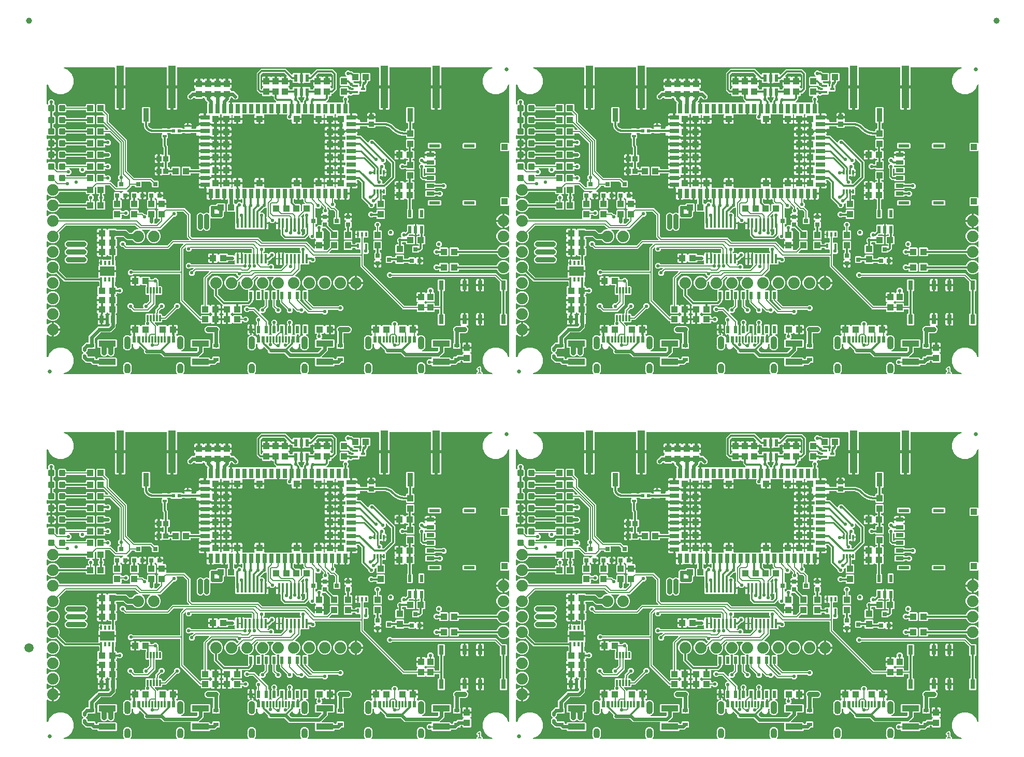
<source format=gtl>
G04 EAGLE Gerber RS-274X export*
G75*
%MOMM*%
%FSLAX34Y34*%
%LPD*%
%INTop Copper*%
%IPPOS*%
%AMOC8*
5,1,8,0,0,1.08239X$1,22.5*%
G01*
%ADD10C,0.152400*%
%ADD11R,0.300000X1.000000*%
%ADD12R,0.600000X1.000000*%
%ADD13C,0.660000*%
%ADD14R,1.100000X1.000000*%
%ADD15R,0.300000X0.650000*%
%ADD16R,2.350000X1.600000*%
%ADD17C,0.635000*%
%ADD18R,0.762000X1.524000*%
%ADD19R,2.800000X1.000000*%
%ADD20C,1.879600*%
%ADD21C,0.300000*%
%ADD22R,1.000000X1.100000*%
%ADD23R,0.800000X1.500000*%
%ADD24R,1.500000X0.800000*%
%ADD25R,1.100000X1.100000*%
%ADD26R,1.300000X0.650000*%
%ADD27R,1.800000X0.480000*%
%ADD28R,1.000000X1.030000*%
%ADD29R,0.600000X1.200000*%
%ADD30R,0.660400X0.355600*%
%ADD31R,0.600000X0.600000*%
%ADD32R,0.850000X0.900000*%
%ADD33R,0.550000X1.200000*%
%ADD34R,0.900000X0.850000*%
%ADD35R,0.300000X0.800000*%
%ADD36R,0.700000X0.700000*%
%ADD37R,0.420000X0.700000*%
%ADD38R,0.650000X0.460000*%
%ADD39R,0.450000X1.500000*%
%ADD40R,1.150000X7.000000*%
%ADD41R,0.900000X2.200000*%
%ADD42R,0.830000X0.630000*%
%ADD43R,0.800000X1.200000*%
%ADD44C,1.000000*%
%ADD45C,1.500000*%
%ADD46C,0.560000*%
%ADD47C,0.304800*%
%ADD48C,0.203200*%
%ADD49C,0.609600*%
%ADD50C,0.544000*%
%ADD51C,0.254000*%
%ADD52C,0.812800*%
%ADD53C,0.350519*%

G36*
X895992Y3029D02*
X895992Y3029D01*
X896077Y3033D01*
X896123Y3049D01*
X896171Y3057D01*
X896248Y3094D01*
X896328Y3122D01*
X896367Y3151D01*
X896410Y3172D01*
X896473Y3230D01*
X896541Y3281D01*
X896569Y3321D01*
X896604Y3354D01*
X896647Y3428D01*
X896697Y3497D01*
X896712Y3542D01*
X896736Y3584D01*
X896755Y3667D01*
X896782Y3748D01*
X896784Y3797D01*
X896794Y3844D01*
X896787Y3929D01*
X896790Y4014D01*
X896778Y4048D01*
X896773Y4109D01*
X896674Y4356D01*
X896664Y4368D01*
X896660Y4378D01*
X896231Y5061D01*
X896135Y5172D01*
X896107Y5217D01*
X895604Y5719D01*
X895369Y6391D01*
X895300Y6521D01*
X895283Y6570D01*
X894904Y7172D01*
X894825Y7879D01*
X894786Y8021D01*
X894780Y8073D01*
X894600Y8588D01*
X894639Y8717D01*
X894639Y8803D01*
X894649Y8848D01*
X894649Y9385D01*
X894640Y9448D01*
X894644Y9484D01*
X894563Y10198D01*
X894565Y10202D01*
X894570Y10224D01*
X894588Y10255D01*
X894647Y10514D01*
X894644Y10554D01*
X894649Y10578D01*
X894649Y14522D01*
X894634Y14624D01*
X894625Y14729D01*
X894615Y14749D01*
X894609Y14784D01*
X894561Y14884D01*
X894644Y15616D01*
X894641Y15679D01*
X894649Y15715D01*
X894649Y16252D01*
X894649Y16257D01*
X894649Y16262D01*
X894645Y16278D01*
X894609Y16515D01*
X894605Y16525D01*
X894780Y17027D01*
X894808Y17172D01*
X894825Y17221D01*
X894904Y17928D01*
X895283Y18530D01*
X895318Y18612D01*
X895360Y18685D01*
X895363Y18700D01*
X895369Y18709D01*
X895604Y19381D01*
X896107Y19883D01*
X896194Y20002D01*
X896231Y20039D01*
X896609Y20641D01*
X897211Y21019D01*
X897322Y21115D01*
X897367Y21143D01*
X897869Y21646D01*
X898541Y21881D01*
X898671Y21950D01*
X898720Y21967D01*
X899322Y22346D01*
X900029Y22425D01*
X900171Y22463D01*
X900223Y22470D01*
X900894Y22705D01*
X901601Y22625D01*
X901747Y22631D01*
X901799Y22625D01*
X902506Y22705D01*
X903177Y22470D01*
X903322Y22442D01*
X903371Y22425D01*
X904078Y22346D01*
X904680Y21967D01*
X904815Y21909D01*
X904859Y21881D01*
X905531Y21646D01*
X906033Y21143D01*
X906152Y21056D01*
X906189Y21019D01*
X906791Y20641D01*
X907169Y20039D01*
X907265Y19927D01*
X907293Y19883D01*
X907796Y19381D01*
X908031Y18709D01*
X908072Y18632D01*
X908103Y18555D01*
X908113Y18542D01*
X908117Y18530D01*
X908496Y17928D01*
X908575Y17221D01*
X908613Y17079D01*
X908620Y17027D01*
X908800Y16512D01*
X908761Y16383D01*
X908761Y16297D01*
X908751Y16252D01*
X908751Y15715D01*
X908760Y15652D01*
X908756Y15616D01*
X908837Y14902D01*
X908835Y14898D01*
X908830Y14876D01*
X908812Y14845D01*
X908753Y14586D01*
X908756Y14546D01*
X908751Y14522D01*
X908751Y10578D01*
X908766Y10476D01*
X908775Y10371D01*
X908785Y10351D01*
X908791Y10316D01*
X908839Y10216D01*
X908756Y9484D01*
X908759Y9421D01*
X908751Y9385D01*
X908751Y8848D01*
X908751Y8843D01*
X908751Y8838D01*
X908755Y8821D01*
X908791Y8585D01*
X908795Y8575D01*
X908620Y8073D01*
X908592Y7928D01*
X908575Y7879D01*
X908496Y7172D01*
X908117Y6570D01*
X908059Y6435D01*
X908031Y6391D01*
X907796Y5719D01*
X907293Y5217D01*
X907206Y5098D01*
X907169Y5061D01*
X906740Y4378D01*
X906706Y4300D01*
X906664Y4226D01*
X906653Y4178D01*
X906634Y4134D01*
X906624Y4049D01*
X906606Y3966D01*
X906610Y3918D01*
X906604Y3870D01*
X906621Y3786D01*
X906627Y3701D01*
X906645Y3656D01*
X906655Y3609D01*
X906695Y3534D01*
X906726Y3454D01*
X906757Y3417D01*
X906780Y3374D01*
X906840Y3314D01*
X906894Y3248D01*
X906934Y3221D01*
X906969Y3187D01*
X907044Y3148D01*
X907115Y3101D01*
X907150Y3093D01*
X907205Y3065D01*
X907466Y3017D01*
X907482Y3019D01*
X907492Y3017D01*
X982268Y3017D01*
X982352Y3029D01*
X982437Y3033D01*
X982483Y3049D01*
X982531Y3057D01*
X982608Y3094D01*
X982688Y3122D01*
X982727Y3151D01*
X982770Y3172D01*
X982833Y3230D01*
X982901Y3281D01*
X982929Y3321D01*
X982964Y3354D01*
X983007Y3428D01*
X983057Y3497D01*
X983072Y3542D01*
X983096Y3584D01*
X983115Y3667D01*
X983142Y3748D01*
X983144Y3797D01*
X983154Y3844D01*
X983147Y3929D01*
X983150Y4014D01*
X983138Y4048D01*
X983133Y4109D01*
X983034Y4356D01*
X983024Y4368D01*
X983020Y4378D01*
X982591Y5061D01*
X982495Y5172D01*
X982467Y5217D01*
X981964Y5719D01*
X981729Y6391D01*
X981660Y6521D01*
X981643Y6570D01*
X981264Y7172D01*
X981185Y7879D01*
X981146Y8021D01*
X981140Y8073D01*
X980960Y8588D01*
X980999Y8717D01*
X980999Y8803D01*
X981009Y8848D01*
X981009Y9385D01*
X981000Y9448D01*
X981004Y9484D01*
X980923Y10198D01*
X980925Y10202D01*
X980930Y10224D01*
X980948Y10255D01*
X981007Y10514D01*
X981004Y10554D01*
X981009Y10578D01*
X981009Y14522D01*
X980994Y14624D01*
X980985Y14729D01*
X980975Y14749D01*
X980969Y14784D01*
X980921Y14884D01*
X981004Y15616D01*
X981001Y15679D01*
X981009Y15715D01*
X981009Y16252D01*
X981009Y16257D01*
X981009Y16262D01*
X981005Y16278D01*
X980969Y16515D01*
X980965Y16525D01*
X981140Y17027D01*
X981168Y17172D01*
X981185Y17221D01*
X981264Y17928D01*
X981643Y18530D01*
X981678Y18612D01*
X981720Y18685D01*
X981723Y18700D01*
X981729Y18709D01*
X981964Y19381D01*
X982467Y19883D01*
X982554Y20002D01*
X982591Y20039D01*
X982969Y20641D01*
X983571Y21019D01*
X983683Y21115D01*
X983727Y21143D01*
X984229Y21646D01*
X984901Y21881D01*
X985031Y21950D01*
X985080Y21967D01*
X985682Y22346D01*
X986389Y22425D01*
X986531Y22463D01*
X986583Y22470D01*
X987254Y22705D01*
X987961Y22625D01*
X988107Y22631D01*
X988159Y22625D01*
X988866Y22705D01*
X989537Y22470D01*
X989682Y22442D01*
X989731Y22425D01*
X990438Y22346D01*
X991040Y21967D01*
X991175Y21909D01*
X991219Y21881D01*
X991891Y21646D01*
X992393Y21143D01*
X992512Y21056D01*
X992549Y21019D01*
X993151Y20641D01*
X993529Y20039D01*
X993625Y19927D01*
X993653Y19883D01*
X994156Y19381D01*
X994391Y18709D01*
X994432Y18632D01*
X994463Y18555D01*
X994473Y18542D01*
X994477Y18530D01*
X994856Y17928D01*
X994935Y17221D01*
X994973Y17079D01*
X994980Y17027D01*
X995160Y16512D01*
X995121Y16383D01*
X995121Y16297D01*
X995111Y16252D01*
X995111Y15715D01*
X995120Y15652D01*
X995116Y15616D01*
X995197Y14902D01*
X995195Y14898D01*
X995190Y14876D01*
X995172Y14845D01*
X995113Y14586D01*
X995116Y14546D01*
X995111Y14522D01*
X995111Y10578D01*
X995126Y10476D01*
X995135Y10371D01*
X995145Y10351D01*
X995151Y10316D01*
X995199Y10216D01*
X995116Y9484D01*
X995119Y9421D01*
X995111Y9385D01*
X995111Y8848D01*
X995111Y8843D01*
X995111Y8838D01*
X995115Y8821D01*
X995151Y8585D01*
X995155Y8575D01*
X994980Y8073D01*
X994952Y7928D01*
X994935Y7879D01*
X994856Y7172D01*
X994477Y6570D01*
X994419Y6435D01*
X994391Y6391D01*
X994156Y5719D01*
X993653Y5217D01*
X993566Y5098D01*
X993529Y5061D01*
X993100Y4378D01*
X993066Y4300D01*
X993024Y4226D01*
X993013Y4178D01*
X992994Y4134D01*
X992984Y4049D01*
X992966Y3966D01*
X992970Y3918D01*
X992964Y3870D01*
X992981Y3786D01*
X992987Y3701D01*
X993005Y3656D01*
X993015Y3609D01*
X993055Y3534D01*
X993086Y3454D01*
X993117Y3417D01*
X993140Y3374D01*
X993200Y3314D01*
X993254Y3248D01*
X993294Y3221D01*
X993329Y3187D01*
X993404Y3148D01*
X993475Y3101D01*
X993510Y3093D01*
X993565Y3065D01*
X993826Y3017D01*
X993842Y3019D01*
X993852Y3017D01*
X1099108Y3017D01*
X1099192Y3029D01*
X1099277Y3033D01*
X1099323Y3049D01*
X1099371Y3057D01*
X1099447Y3094D01*
X1099528Y3122D01*
X1099567Y3151D01*
X1099610Y3172D01*
X1099672Y3230D01*
X1099741Y3281D01*
X1099769Y3321D01*
X1099804Y3354D01*
X1099847Y3428D01*
X1099897Y3496D01*
X1099912Y3542D01*
X1099936Y3584D01*
X1099955Y3667D01*
X1099982Y3748D01*
X1099984Y3797D01*
X1099994Y3844D01*
X1099987Y3929D01*
X1099990Y4014D01*
X1099978Y4048D01*
X1099973Y4109D01*
X1099874Y4356D01*
X1099864Y4368D01*
X1099860Y4378D01*
X1099431Y5061D01*
X1099335Y5172D01*
X1099307Y5217D01*
X1098804Y5719D01*
X1098569Y6391D01*
X1098500Y6521D01*
X1098483Y6570D01*
X1098104Y7172D01*
X1098025Y7879D01*
X1097987Y8021D01*
X1097980Y8073D01*
X1097800Y8588D01*
X1097839Y8717D01*
X1097839Y8803D01*
X1097849Y8848D01*
X1097849Y9385D01*
X1097840Y9448D01*
X1097844Y9484D01*
X1097763Y10198D01*
X1097765Y10202D01*
X1097770Y10224D01*
X1097788Y10255D01*
X1097847Y10514D01*
X1097844Y10554D01*
X1097849Y10578D01*
X1097849Y14522D01*
X1097834Y14624D01*
X1097825Y14729D01*
X1097815Y14749D01*
X1097809Y14784D01*
X1097761Y14884D01*
X1097844Y15616D01*
X1097841Y15679D01*
X1097849Y15715D01*
X1097849Y16252D01*
X1097849Y16257D01*
X1097849Y16262D01*
X1097845Y16278D01*
X1097809Y16515D01*
X1097805Y16525D01*
X1097980Y17027D01*
X1098008Y17172D01*
X1098025Y17221D01*
X1098104Y17928D01*
X1098483Y18530D01*
X1098518Y18612D01*
X1098560Y18685D01*
X1098563Y18700D01*
X1098569Y18709D01*
X1098804Y19381D01*
X1099307Y19883D01*
X1099394Y20002D01*
X1099431Y20039D01*
X1099809Y20641D01*
X1100411Y21019D01*
X1100522Y21115D01*
X1100567Y21143D01*
X1101069Y21646D01*
X1101741Y21881D01*
X1101871Y21950D01*
X1101920Y21967D01*
X1102522Y22346D01*
X1103229Y22425D01*
X1103371Y22463D01*
X1103423Y22470D01*
X1104094Y22705D01*
X1104801Y22625D01*
X1104947Y22631D01*
X1104999Y22625D01*
X1105706Y22705D01*
X1106377Y22470D01*
X1106522Y22442D01*
X1106571Y22425D01*
X1107278Y22346D01*
X1107880Y21967D01*
X1108015Y21909D01*
X1108059Y21881D01*
X1108731Y21646D01*
X1109233Y21143D01*
X1109352Y21056D01*
X1109389Y21019D01*
X1109991Y20641D01*
X1110369Y20039D01*
X1110465Y19928D01*
X1110493Y19883D01*
X1110996Y19381D01*
X1111231Y18709D01*
X1111272Y18632D01*
X1111303Y18555D01*
X1111313Y18542D01*
X1111317Y18530D01*
X1111696Y17928D01*
X1111775Y17221D01*
X1111813Y17079D01*
X1111820Y17027D01*
X1112000Y16512D01*
X1111961Y16383D01*
X1111961Y16297D01*
X1111951Y16252D01*
X1111951Y15715D01*
X1111960Y15652D01*
X1111956Y15616D01*
X1112037Y14902D01*
X1112035Y14898D01*
X1112030Y14876D01*
X1112012Y14845D01*
X1111953Y14586D01*
X1111956Y14546D01*
X1111951Y14522D01*
X1111951Y10578D01*
X1111966Y10476D01*
X1111975Y10371D01*
X1111985Y10351D01*
X1111991Y10316D01*
X1112039Y10216D01*
X1111956Y9484D01*
X1111959Y9421D01*
X1111951Y9385D01*
X1111951Y8848D01*
X1111951Y8843D01*
X1111951Y8838D01*
X1111955Y8821D01*
X1111991Y8585D01*
X1111995Y8575D01*
X1111820Y8073D01*
X1111792Y7928D01*
X1111775Y7879D01*
X1111696Y7172D01*
X1111317Y6570D01*
X1111259Y6435D01*
X1111231Y6391D01*
X1110996Y5719D01*
X1110493Y5217D01*
X1110406Y5098D01*
X1110369Y5061D01*
X1109940Y4378D01*
X1109906Y4299D01*
X1109864Y4226D01*
X1109853Y4178D01*
X1109834Y4134D01*
X1109824Y4049D01*
X1109806Y3966D01*
X1109810Y3918D01*
X1109804Y3870D01*
X1109821Y3786D01*
X1109827Y3701D01*
X1109845Y3656D01*
X1109855Y3609D01*
X1109895Y3533D01*
X1109926Y3454D01*
X1109957Y3417D01*
X1109980Y3374D01*
X1110040Y3314D01*
X1110094Y3248D01*
X1110134Y3221D01*
X1110169Y3187D01*
X1110244Y3148D01*
X1110315Y3101D01*
X1110350Y3093D01*
X1110405Y3065D01*
X1110666Y3017D01*
X1110682Y3019D01*
X1110692Y3017D01*
X1185468Y3017D01*
X1185552Y3029D01*
X1185637Y3033D01*
X1185683Y3049D01*
X1185731Y3057D01*
X1185807Y3094D01*
X1185888Y3122D01*
X1185927Y3151D01*
X1185970Y3172D01*
X1186032Y3230D01*
X1186101Y3281D01*
X1186129Y3321D01*
X1186164Y3354D01*
X1186207Y3428D01*
X1186257Y3496D01*
X1186272Y3542D01*
X1186296Y3584D01*
X1186315Y3667D01*
X1186342Y3748D01*
X1186344Y3797D01*
X1186354Y3844D01*
X1186347Y3929D01*
X1186350Y4014D01*
X1186338Y4048D01*
X1186333Y4109D01*
X1186234Y4356D01*
X1186224Y4368D01*
X1186220Y4378D01*
X1185791Y5061D01*
X1185695Y5172D01*
X1185667Y5217D01*
X1185164Y5719D01*
X1184929Y6391D01*
X1184860Y6521D01*
X1184843Y6570D01*
X1184464Y7172D01*
X1184385Y7879D01*
X1184347Y8021D01*
X1184340Y8073D01*
X1184160Y8588D01*
X1184199Y8717D01*
X1184199Y8803D01*
X1184209Y8848D01*
X1184209Y9385D01*
X1184200Y9448D01*
X1184204Y9484D01*
X1184123Y10198D01*
X1184125Y10202D01*
X1184130Y10224D01*
X1184148Y10255D01*
X1184207Y10514D01*
X1184204Y10554D01*
X1184209Y10578D01*
X1184209Y14522D01*
X1184194Y14624D01*
X1184185Y14729D01*
X1184175Y14749D01*
X1184169Y14784D01*
X1184121Y14884D01*
X1184204Y15616D01*
X1184201Y15679D01*
X1184209Y15715D01*
X1184209Y16252D01*
X1184209Y16257D01*
X1184209Y16262D01*
X1184205Y16278D01*
X1184169Y16515D01*
X1184165Y16525D01*
X1184340Y17027D01*
X1184368Y17172D01*
X1184385Y17221D01*
X1184464Y17928D01*
X1184843Y18530D01*
X1184878Y18612D01*
X1184920Y18685D01*
X1184923Y18700D01*
X1184929Y18709D01*
X1185164Y19381D01*
X1185667Y19883D01*
X1185754Y20002D01*
X1185791Y20039D01*
X1186169Y20641D01*
X1186771Y21019D01*
X1186882Y21115D01*
X1186927Y21143D01*
X1187429Y21646D01*
X1188101Y21881D01*
X1188231Y21950D01*
X1188280Y21967D01*
X1188882Y22346D01*
X1189589Y22425D01*
X1189731Y22463D01*
X1189783Y22470D01*
X1190454Y22705D01*
X1191161Y22625D01*
X1191307Y22631D01*
X1191359Y22625D01*
X1192066Y22705D01*
X1192737Y22470D01*
X1192882Y22442D01*
X1192931Y22425D01*
X1193638Y22346D01*
X1194240Y21967D01*
X1194375Y21909D01*
X1194419Y21881D01*
X1195091Y21646D01*
X1195593Y21143D01*
X1195712Y21056D01*
X1195749Y21019D01*
X1196351Y20641D01*
X1196729Y20039D01*
X1196825Y19928D01*
X1196853Y19883D01*
X1197356Y19381D01*
X1197591Y18709D01*
X1197632Y18632D01*
X1197663Y18555D01*
X1197673Y18542D01*
X1197677Y18530D01*
X1198056Y17928D01*
X1198135Y17221D01*
X1198174Y17079D01*
X1198180Y17027D01*
X1198360Y16512D01*
X1198321Y16383D01*
X1198321Y16297D01*
X1198311Y16252D01*
X1198311Y15715D01*
X1198320Y15652D01*
X1198316Y15616D01*
X1198397Y14902D01*
X1198395Y14898D01*
X1198390Y14876D01*
X1198372Y14845D01*
X1198313Y14586D01*
X1198316Y14546D01*
X1198311Y14522D01*
X1198311Y10578D01*
X1198326Y10476D01*
X1198335Y10371D01*
X1198345Y10351D01*
X1198351Y10316D01*
X1198399Y10216D01*
X1198316Y9484D01*
X1198319Y9421D01*
X1198311Y9385D01*
X1198311Y8848D01*
X1198311Y8843D01*
X1198311Y8838D01*
X1198315Y8821D01*
X1198351Y8585D01*
X1198355Y8575D01*
X1198180Y8073D01*
X1198152Y7928D01*
X1198135Y7879D01*
X1198056Y7172D01*
X1197677Y6570D01*
X1197619Y6435D01*
X1197591Y6391D01*
X1197356Y5719D01*
X1196853Y5217D01*
X1196766Y5098D01*
X1196729Y5061D01*
X1196300Y4378D01*
X1196266Y4300D01*
X1196224Y4226D01*
X1196213Y4178D01*
X1196194Y4134D01*
X1196184Y4049D01*
X1196166Y3966D01*
X1196170Y3918D01*
X1196164Y3870D01*
X1196181Y3786D01*
X1196187Y3701D01*
X1196205Y3656D01*
X1196215Y3609D01*
X1196255Y3534D01*
X1196286Y3454D01*
X1196317Y3417D01*
X1196340Y3374D01*
X1196400Y3314D01*
X1196454Y3248D01*
X1196494Y3221D01*
X1196529Y3187D01*
X1196604Y3148D01*
X1196675Y3101D01*
X1196710Y3093D01*
X1196765Y3065D01*
X1197026Y3017D01*
X1197042Y3019D01*
X1197052Y3017D01*
X1289608Y3017D01*
X1289692Y3029D01*
X1289777Y3033D01*
X1289823Y3049D01*
X1289871Y3057D01*
X1289947Y3094D01*
X1290028Y3122D01*
X1290067Y3151D01*
X1290110Y3172D01*
X1290172Y3230D01*
X1290241Y3281D01*
X1290269Y3321D01*
X1290304Y3354D01*
X1290347Y3428D01*
X1290397Y3496D01*
X1290412Y3542D01*
X1290436Y3584D01*
X1290455Y3667D01*
X1290482Y3748D01*
X1290484Y3797D01*
X1290494Y3844D01*
X1290487Y3929D01*
X1290490Y4014D01*
X1290478Y4048D01*
X1290473Y4109D01*
X1290374Y4356D01*
X1290364Y4368D01*
X1290360Y4378D01*
X1289931Y5061D01*
X1289835Y5172D01*
X1289807Y5217D01*
X1289304Y5719D01*
X1289069Y6391D01*
X1289000Y6521D01*
X1288983Y6570D01*
X1288604Y7172D01*
X1288525Y7879D01*
X1288487Y8021D01*
X1288480Y8073D01*
X1288300Y8588D01*
X1288339Y8717D01*
X1288339Y8803D01*
X1288349Y8848D01*
X1288349Y9385D01*
X1288340Y9448D01*
X1288344Y9484D01*
X1288263Y10198D01*
X1288265Y10202D01*
X1288270Y10224D01*
X1288288Y10255D01*
X1288347Y10514D01*
X1288344Y10554D01*
X1288349Y10578D01*
X1288349Y14522D01*
X1288334Y14624D01*
X1288325Y14729D01*
X1288315Y14749D01*
X1288309Y14784D01*
X1288261Y14884D01*
X1288344Y15616D01*
X1288341Y15679D01*
X1288349Y15715D01*
X1288349Y16252D01*
X1288349Y16257D01*
X1288349Y16262D01*
X1288345Y16278D01*
X1288309Y16515D01*
X1288305Y16525D01*
X1288480Y17027D01*
X1288508Y17172D01*
X1288525Y17221D01*
X1288604Y17928D01*
X1288983Y18530D01*
X1289018Y18612D01*
X1289060Y18685D01*
X1289063Y18700D01*
X1289069Y18709D01*
X1289304Y19381D01*
X1289807Y19883D01*
X1289894Y20002D01*
X1289931Y20039D01*
X1290309Y20641D01*
X1290911Y21019D01*
X1291023Y21115D01*
X1291067Y21143D01*
X1291569Y21646D01*
X1292241Y21881D01*
X1292371Y21950D01*
X1292420Y21967D01*
X1293022Y22346D01*
X1293729Y22425D01*
X1293871Y22463D01*
X1293923Y22470D01*
X1294594Y22705D01*
X1295301Y22625D01*
X1295447Y22631D01*
X1295499Y22625D01*
X1296206Y22705D01*
X1296877Y22470D01*
X1297022Y22442D01*
X1297071Y22425D01*
X1297778Y22346D01*
X1298380Y21967D01*
X1298515Y21909D01*
X1298559Y21881D01*
X1299231Y21646D01*
X1299733Y21143D01*
X1299852Y21056D01*
X1299889Y21019D01*
X1300491Y20641D01*
X1300869Y20039D01*
X1300965Y19928D01*
X1300993Y19883D01*
X1301496Y19381D01*
X1301731Y18709D01*
X1301772Y18632D01*
X1301803Y18555D01*
X1301813Y18542D01*
X1301817Y18530D01*
X1302196Y17928D01*
X1302275Y17221D01*
X1302313Y17079D01*
X1302320Y17027D01*
X1302500Y16512D01*
X1302461Y16383D01*
X1302461Y16297D01*
X1302451Y16252D01*
X1302451Y15715D01*
X1302460Y15652D01*
X1302456Y15616D01*
X1302537Y14902D01*
X1302535Y14898D01*
X1302530Y14876D01*
X1302512Y14845D01*
X1302453Y14586D01*
X1302456Y14546D01*
X1302451Y14522D01*
X1302451Y10578D01*
X1302466Y10476D01*
X1302475Y10371D01*
X1302485Y10351D01*
X1302491Y10316D01*
X1302539Y10216D01*
X1302456Y9484D01*
X1302459Y9421D01*
X1302451Y9385D01*
X1302451Y8848D01*
X1302451Y8843D01*
X1302451Y8838D01*
X1302455Y8821D01*
X1302491Y8585D01*
X1302495Y8575D01*
X1302320Y8073D01*
X1302292Y7928D01*
X1302275Y7879D01*
X1302196Y7172D01*
X1301817Y6570D01*
X1301759Y6435D01*
X1301731Y6391D01*
X1301496Y5719D01*
X1300993Y5217D01*
X1300906Y5098D01*
X1300869Y5061D01*
X1300440Y4378D01*
X1300406Y4299D01*
X1300364Y4226D01*
X1300353Y4178D01*
X1300334Y4134D01*
X1300324Y4049D01*
X1300306Y3966D01*
X1300310Y3918D01*
X1300304Y3870D01*
X1300321Y3786D01*
X1300327Y3701D01*
X1300345Y3656D01*
X1300355Y3609D01*
X1300395Y3533D01*
X1300426Y3454D01*
X1300457Y3417D01*
X1300480Y3374D01*
X1300540Y3314D01*
X1300594Y3248D01*
X1300634Y3221D01*
X1300669Y3187D01*
X1300744Y3148D01*
X1300815Y3101D01*
X1300850Y3093D01*
X1300905Y3065D01*
X1301166Y3017D01*
X1301182Y3019D01*
X1301192Y3017D01*
X1375968Y3017D01*
X1376052Y3029D01*
X1376137Y3033D01*
X1376183Y3049D01*
X1376231Y3057D01*
X1376307Y3094D01*
X1376388Y3122D01*
X1376427Y3151D01*
X1376470Y3172D01*
X1376532Y3230D01*
X1376601Y3281D01*
X1376629Y3321D01*
X1376664Y3354D01*
X1376707Y3428D01*
X1376757Y3496D01*
X1376772Y3542D01*
X1376796Y3584D01*
X1376815Y3667D01*
X1376842Y3748D01*
X1376844Y3797D01*
X1376854Y3844D01*
X1376847Y3929D01*
X1376850Y4014D01*
X1376838Y4048D01*
X1376833Y4109D01*
X1376734Y4356D01*
X1376724Y4368D01*
X1376720Y4378D01*
X1376291Y5061D01*
X1376195Y5172D01*
X1376167Y5217D01*
X1375664Y5719D01*
X1375429Y6391D01*
X1375360Y6521D01*
X1375343Y6570D01*
X1374964Y7172D01*
X1374885Y7879D01*
X1374847Y8021D01*
X1374840Y8073D01*
X1374660Y8588D01*
X1374699Y8717D01*
X1374699Y8803D01*
X1374709Y8848D01*
X1374709Y9385D01*
X1374700Y9448D01*
X1374704Y9484D01*
X1374623Y10198D01*
X1374625Y10202D01*
X1374630Y10224D01*
X1374648Y10255D01*
X1374707Y10514D01*
X1374704Y10554D01*
X1374709Y10578D01*
X1374709Y14522D01*
X1374694Y14624D01*
X1374685Y14729D01*
X1374675Y14749D01*
X1374669Y14784D01*
X1374621Y14884D01*
X1374704Y15616D01*
X1374701Y15679D01*
X1374709Y15715D01*
X1374709Y16252D01*
X1374709Y16257D01*
X1374709Y16262D01*
X1374705Y16278D01*
X1374669Y16515D01*
X1374665Y16525D01*
X1374840Y17027D01*
X1374868Y17172D01*
X1374885Y17221D01*
X1374964Y17928D01*
X1375343Y18530D01*
X1375378Y18612D01*
X1375420Y18685D01*
X1375423Y18700D01*
X1375429Y18709D01*
X1375664Y19381D01*
X1376167Y19883D01*
X1376254Y20002D01*
X1376291Y20039D01*
X1376669Y20641D01*
X1377271Y21019D01*
X1377382Y21115D01*
X1377427Y21143D01*
X1377929Y21646D01*
X1378601Y21881D01*
X1378731Y21950D01*
X1378780Y21967D01*
X1379382Y22346D01*
X1380089Y22425D01*
X1380231Y22463D01*
X1380283Y22470D01*
X1380954Y22705D01*
X1381661Y22625D01*
X1381807Y22631D01*
X1381859Y22625D01*
X1382566Y22705D01*
X1383237Y22470D01*
X1383382Y22442D01*
X1383431Y22425D01*
X1384138Y22346D01*
X1384740Y21967D01*
X1384875Y21909D01*
X1384919Y21881D01*
X1385591Y21646D01*
X1386093Y21143D01*
X1386212Y21056D01*
X1386249Y21019D01*
X1386851Y20641D01*
X1387229Y20039D01*
X1387325Y19928D01*
X1387353Y19883D01*
X1387856Y19381D01*
X1388091Y18709D01*
X1388132Y18632D01*
X1388163Y18555D01*
X1388173Y18542D01*
X1388177Y18530D01*
X1388556Y17928D01*
X1388635Y17221D01*
X1388673Y17079D01*
X1388680Y17027D01*
X1388860Y16512D01*
X1388821Y16383D01*
X1388821Y16297D01*
X1388811Y16252D01*
X1388811Y15715D01*
X1388820Y15652D01*
X1388816Y15616D01*
X1388897Y14902D01*
X1388895Y14898D01*
X1388890Y14876D01*
X1388872Y14845D01*
X1388813Y14586D01*
X1388816Y14546D01*
X1388811Y14522D01*
X1388811Y10578D01*
X1388826Y10476D01*
X1388835Y10371D01*
X1388845Y10351D01*
X1388851Y10316D01*
X1388899Y10216D01*
X1388816Y9484D01*
X1388819Y9421D01*
X1388811Y9385D01*
X1388811Y8848D01*
X1388811Y8843D01*
X1388811Y8838D01*
X1388815Y8821D01*
X1388851Y8585D01*
X1388855Y8575D01*
X1388680Y8073D01*
X1388652Y7928D01*
X1388635Y7879D01*
X1388556Y7172D01*
X1388177Y6570D01*
X1388119Y6435D01*
X1388091Y6391D01*
X1387856Y5719D01*
X1387353Y5217D01*
X1387266Y5098D01*
X1387229Y5061D01*
X1386800Y4378D01*
X1386766Y4300D01*
X1386724Y4226D01*
X1386713Y4178D01*
X1386694Y4134D01*
X1386684Y4049D01*
X1386666Y3966D01*
X1386670Y3918D01*
X1386664Y3870D01*
X1386681Y3786D01*
X1386687Y3701D01*
X1386705Y3656D01*
X1386715Y3609D01*
X1386755Y3534D01*
X1386786Y3454D01*
X1386817Y3417D01*
X1386840Y3374D01*
X1386900Y3314D01*
X1386954Y3248D01*
X1386994Y3221D01*
X1387029Y3187D01*
X1387104Y3148D01*
X1387175Y3101D01*
X1387210Y3093D01*
X1387265Y3065D01*
X1387526Y3017D01*
X1387542Y3019D01*
X1387552Y3017D01*
X1471803Y3017D01*
X1471905Y3032D01*
X1472007Y3040D01*
X1472035Y3052D01*
X1472066Y3057D01*
X1472158Y3101D01*
X1472254Y3139D01*
X1472277Y3159D01*
X1472305Y3172D01*
X1472380Y3242D01*
X1472460Y3307D01*
X1472477Y3333D01*
X1472499Y3354D01*
X1472550Y3443D01*
X1472607Y3528D01*
X1472613Y3552D01*
X1472631Y3584D01*
X1472689Y3844D01*
X1472686Y3882D01*
X1472691Y3905D01*
X1472691Y5624D01*
X1474436Y7369D01*
X1474437Y7371D01*
X1474439Y7372D01*
X1474515Y7477D01*
X1474594Y7583D01*
X1474594Y7585D01*
X1474596Y7587D01*
X1474638Y7712D01*
X1474681Y7834D01*
X1474681Y7836D01*
X1474682Y7838D01*
X1474686Y7968D01*
X1474690Y8100D01*
X1474689Y8102D01*
X1474690Y8104D01*
X1474655Y8228D01*
X1474620Y8356D01*
X1474619Y8358D01*
X1474618Y8360D01*
X1474547Y8471D01*
X1474478Y8580D01*
X1474476Y8582D01*
X1474475Y8584D01*
X1474374Y8669D01*
X1474275Y8753D01*
X1474273Y8753D01*
X1474271Y8755D01*
X1474262Y8758D01*
X1474031Y8857D01*
X1473948Y8865D01*
X1473906Y8880D01*
X1473905Y8880D01*
X1472591Y10523D01*
X1472823Y12615D01*
X1475895Y15073D01*
X1475938Y15119D01*
X1475969Y15139D01*
X1476600Y15770D01*
X1476636Y15774D01*
X1476656Y15783D01*
X1476691Y15789D01*
X1476826Y15854D01*
X1477723Y15754D01*
X1477785Y15757D01*
X1477821Y15749D01*
X1478714Y15749D01*
X1478742Y15725D01*
X1478763Y15718D01*
X1478791Y15697D01*
X1478933Y15648D01*
X1479496Y14943D01*
X1479542Y14901D01*
X1479562Y14870D01*
X1480193Y14239D01*
X1480196Y14202D01*
X1480206Y14183D01*
X1480211Y14148D01*
X1480277Y14013D01*
X1480177Y13116D01*
X1480180Y13054D01*
X1480172Y13018D01*
X1480172Y8001D01*
X1480187Y7899D01*
X1480195Y7797D01*
X1480207Y7769D01*
X1480211Y7738D01*
X1480256Y7646D01*
X1480294Y7550D01*
X1480314Y7527D01*
X1480327Y7499D01*
X1480397Y7424D01*
X1480462Y7344D01*
X1480488Y7327D01*
X1480509Y7305D01*
X1480597Y7254D01*
X1480683Y7197D01*
X1480706Y7191D01*
X1480739Y7173D01*
X1480999Y7115D01*
X1481037Y7118D01*
X1481060Y7113D01*
X1481082Y7113D01*
X1482570Y5624D01*
X1482570Y3905D01*
X1482586Y3803D01*
X1482594Y3701D01*
X1482606Y3673D01*
X1482610Y3642D01*
X1482655Y3550D01*
X1482693Y3454D01*
X1482713Y3431D01*
X1482726Y3403D01*
X1482796Y3328D01*
X1482861Y3248D01*
X1482886Y3231D01*
X1482907Y3209D01*
X1482996Y3158D01*
X1483082Y3101D01*
X1483105Y3095D01*
X1483138Y3077D01*
X1483398Y3019D01*
X1483435Y3022D01*
X1483459Y3017D01*
X1497497Y3017D01*
X1497588Y3031D01*
X1497680Y3036D01*
X1497719Y3050D01*
X1497760Y3057D01*
X1497843Y3097D01*
X1497929Y3129D01*
X1497962Y3154D01*
X1497999Y3172D01*
X1498067Y3235D01*
X1498140Y3292D01*
X1498163Y3326D01*
X1498193Y3354D01*
X1498239Y3434D01*
X1498292Y3509D01*
X1498305Y3549D01*
X1498325Y3584D01*
X1498345Y3674D01*
X1498374Y3762D01*
X1498374Y3804D01*
X1498383Y3844D01*
X1498376Y3936D01*
X1498377Y4028D01*
X1498365Y4068D01*
X1498361Y4109D01*
X1498327Y4195D01*
X1498301Y4283D01*
X1498278Y4317D01*
X1498262Y4356D01*
X1498204Y4427D01*
X1498153Y4504D01*
X1498127Y4522D01*
X1498095Y4562D01*
X1497874Y4709D01*
X1497854Y4714D01*
X1497837Y4726D01*
X1491594Y7312D01*
X1485592Y13314D01*
X1482343Y21156D01*
X1482343Y29644D01*
X1485592Y37486D01*
X1491594Y43488D01*
X1499436Y46737D01*
X1507924Y46737D01*
X1515766Y43488D01*
X1521768Y37486D01*
X1524354Y31243D01*
X1524402Y31164D01*
X1524442Y31081D01*
X1524470Y31051D01*
X1524492Y31016D01*
X1524561Y30954D01*
X1524624Y30887D01*
X1524660Y30866D01*
X1524690Y30839D01*
X1524774Y30801D01*
X1524854Y30755D01*
X1524895Y30746D01*
X1524932Y30729D01*
X1525024Y30717D01*
X1525114Y30697D01*
X1525155Y30700D01*
X1525196Y30695D01*
X1525287Y30711D01*
X1525379Y30719D01*
X1525417Y30734D01*
X1525458Y30741D01*
X1525540Y30783D01*
X1525626Y30818D01*
X1525658Y30844D01*
X1525694Y30862D01*
X1525760Y30927D01*
X1525832Y30985D01*
X1525855Y31019D01*
X1525884Y31048D01*
X1525928Y31129D01*
X1525979Y31206D01*
X1525986Y31237D01*
X1526011Y31282D01*
X1526062Y31543D01*
X1526059Y31563D01*
X1526063Y31583D01*
X1526063Y169219D01*
X1526056Y169270D01*
X1526057Y169321D01*
X1526036Y169401D01*
X1526023Y169481D01*
X1526001Y169528D01*
X1525987Y169578D01*
X1525943Y169647D01*
X1525908Y169721D01*
X1525873Y169758D01*
X1525845Y169802D01*
X1525782Y169855D01*
X1525726Y169915D01*
X1525682Y169941D01*
X1525642Y169974D01*
X1525567Y170006D01*
X1525496Y170047D01*
X1525445Y170058D01*
X1525398Y170079D01*
X1525316Y170087D01*
X1525236Y170105D01*
X1525185Y170101D01*
X1525133Y170106D01*
X1525053Y170090D01*
X1524971Y170083D01*
X1524923Y170064D01*
X1524873Y170054D01*
X1524829Y170026D01*
X1524724Y169984D01*
X1524585Y169871D01*
X1524547Y169847D01*
X1522837Y168137D01*
X1518647Y166401D01*
X1514113Y166401D01*
X1509923Y168137D01*
X1506717Y171343D01*
X1505637Y173949D01*
X1505607Y173999D01*
X1505602Y174011D01*
X1505601Y174013D01*
X1505582Y174060D01*
X1505537Y174115D01*
X1505500Y174177D01*
X1505454Y174218D01*
X1505415Y174266D01*
X1505355Y174306D01*
X1505301Y174353D01*
X1505245Y174379D01*
X1505193Y174413D01*
X1505146Y174424D01*
X1505059Y174463D01*
X1504847Y174490D01*
X1504817Y174497D01*
X1444369Y174497D01*
X1444267Y174482D01*
X1444165Y174474D01*
X1444137Y174462D01*
X1444106Y174457D01*
X1444014Y174413D01*
X1443918Y174375D01*
X1443895Y174355D01*
X1443867Y174342D01*
X1443792Y174272D01*
X1443712Y174207D01*
X1443695Y174181D01*
X1443673Y174160D01*
X1443622Y174071D01*
X1443565Y173986D01*
X1443559Y173962D01*
X1443541Y173930D01*
X1443483Y173670D01*
X1443486Y173635D01*
X1443483Y173622D01*
X1443483Y173619D01*
X1443481Y173609D01*
X1443481Y171971D01*
X1442309Y170799D01*
X1429651Y170799D01*
X1428479Y171971D01*
X1428479Y183629D01*
X1429651Y184801D01*
X1442309Y184801D01*
X1443481Y183629D01*
X1443481Y181991D01*
X1443496Y181889D01*
X1443504Y181787D01*
X1443516Y181759D01*
X1443521Y181728D01*
X1443565Y181636D01*
X1443603Y181540D01*
X1443623Y181517D01*
X1443636Y181489D01*
X1443706Y181414D01*
X1443771Y181334D01*
X1443797Y181317D01*
X1443818Y181295D01*
X1443907Y181244D01*
X1443992Y181187D01*
X1444016Y181181D01*
X1444048Y181163D01*
X1444308Y181105D01*
X1444346Y181108D01*
X1444369Y181103D01*
X1504817Y181103D01*
X1504878Y181112D01*
X1504940Y181111D01*
X1505009Y181132D01*
X1505079Y181143D01*
X1505135Y181170D01*
X1505195Y181187D01*
X1505254Y181227D01*
X1505319Y181258D01*
X1505364Y181301D01*
X1505416Y181335D01*
X1505443Y181374D01*
X1505513Y181440D01*
X1505619Y181626D01*
X1505637Y181651D01*
X1506717Y184257D01*
X1509923Y187463D01*
X1514113Y189199D01*
X1518647Y189199D01*
X1522837Y187463D01*
X1524547Y185753D01*
X1524588Y185723D01*
X1524624Y185685D01*
X1524695Y185644D01*
X1524761Y185596D01*
X1524810Y185579D01*
X1524854Y185553D01*
X1524934Y185535D01*
X1525012Y185508D01*
X1525064Y185506D01*
X1525114Y185495D01*
X1525196Y185502D01*
X1525278Y185499D01*
X1525327Y185513D01*
X1525379Y185517D01*
X1525455Y185547D01*
X1525534Y185569D01*
X1525578Y185597D01*
X1525626Y185616D01*
X1525689Y185668D01*
X1525758Y185712D01*
X1525792Y185751D01*
X1525832Y185783D01*
X1525877Y185852D01*
X1525930Y185914D01*
X1525951Y185962D01*
X1525979Y186005D01*
X1525991Y186055D01*
X1526035Y186159D01*
X1526053Y186337D01*
X1526063Y186381D01*
X1526063Y194619D01*
X1526056Y194670D01*
X1526057Y194721D01*
X1526036Y194801D01*
X1526023Y194881D01*
X1526001Y194928D01*
X1525987Y194978D01*
X1525943Y195047D01*
X1525908Y195121D01*
X1525873Y195158D01*
X1525845Y195202D01*
X1525782Y195255D01*
X1525726Y195315D01*
X1525682Y195341D01*
X1525642Y195374D01*
X1525567Y195406D01*
X1525496Y195447D01*
X1525445Y195458D01*
X1525398Y195479D01*
X1525316Y195487D01*
X1525236Y195505D01*
X1525185Y195501D01*
X1525133Y195506D01*
X1525053Y195490D01*
X1524971Y195483D01*
X1524923Y195464D01*
X1524873Y195454D01*
X1524829Y195426D01*
X1524724Y195384D01*
X1524585Y195271D01*
X1524547Y195247D01*
X1522837Y193537D01*
X1518647Y191801D01*
X1514113Y191801D01*
X1509923Y193537D01*
X1506717Y196743D01*
X1505637Y199349D01*
X1505605Y199402D01*
X1505582Y199460D01*
X1505537Y199515D01*
X1505500Y199577D01*
X1505454Y199618D01*
X1505415Y199666D01*
X1505355Y199706D01*
X1505301Y199753D01*
X1505245Y199779D01*
X1505193Y199813D01*
X1505146Y199824D01*
X1505059Y199863D01*
X1504847Y199890D01*
X1504817Y199897D01*
X1444369Y199897D01*
X1444267Y199882D01*
X1444165Y199874D01*
X1444137Y199862D01*
X1444106Y199857D01*
X1444014Y199813D01*
X1443918Y199775D01*
X1443895Y199755D01*
X1443867Y199742D01*
X1443792Y199672D01*
X1443712Y199607D01*
X1443695Y199581D01*
X1443673Y199560D01*
X1443622Y199471D01*
X1443565Y199386D01*
X1443559Y199362D01*
X1443541Y199330D01*
X1443483Y199070D01*
X1443486Y199032D01*
X1443481Y199009D01*
X1443481Y197371D01*
X1442309Y196199D01*
X1429651Y196199D01*
X1428479Y197371D01*
X1428479Y209029D01*
X1429651Y210201D01*
X1442309Y210201D01*
X1443481Y209029D01*
X1443481Y207391D01*
X1443496Y207289D01*
X1443504Y207187D01*
X1443516Y207159D01*
X1443521Y207128D01*
X1443565Y207036D01*
X1443603Y206940D01*
X1443623Y206917D01*
X1443636Y206889D01*
X1443706Y206814D01*
X1443771Y206734D01*
X1443797Y206717D01*
X1443818Y206695D01*
X1443907Y206644D01*
X1443992Y206587D01*
X1444016Y206581D01*
X1444048Y206563D01*
X1444308Y206505D01*
X1444346Y206508D01*
X1444369Y206503D01*
X1504817Y206503D01*
X1504878Y206512D01*
X1504940Y206511D01*
X1505009Y206532D01*
X1505079Y206543D01*
X1505135Y206570D01*
X1505195Y206587D01*
X1505254Y206627D01*
X1505319Y206658D01*
X1505364Y206701D01*
X1505416Y206735D01*
X1505443Y206774D01*
X1505513Y206840D01*
X1505619Y207026D01*
X1505637Y207051D01*
X1506717Y209657D01*
X1509923Y212863D01*
X1514113Y214599D01*
X1518647Y214599D01*
X1522837Y212863D01*
X1524547Y211153D01*
X1524588Y211123D01*
X1524624Y211085D01*
X1524695Y211044D01*
X1524761Y210996D01*
X1524810Y210979D01*
X1524854Y210953D01*
X1524934Y210935D01*
X1525012Y210908D01*
X1525064Y210906D01*
X1525114Y210895D01*
X1525196Y210902D01*
X1525278Y210899D01*
X1525327Y210913D01*
X1525379Y210917D01*
X1525455Y210947D01*
X1525534Y210969D01*
X1525578Y210997D01*
X1525626Y211016D01*
X1525689Y211068D01*
X1525758Y211112D01*
X1525792Y211151D01*
X1525832Y211183D01*
X1525877Y211252D01*
X1525930Y211314D01*
X1525951Y211362D01*
X1525979Y211405D01*
X1525991Y211455D01*
X1526035Y211559D01*
X1526053Y211737D01*
X1526063Y211781D01*
X1526063Y220019D01*
X1526056Y220070D01*
X1526057Y220121D01*
X1526036Y220201D01*
X1526023Y220281D01*
X1526001Y220328D01*
X1525987Y220378D01*
X1525943Y220447D01*
X1525908Y220521D01*
X1525873Y220558D01*
X1525845Y220602D01*
X1525782Y220655D01*
X1525726Y220715D01*
X1525682Y220741D01*
X1525642Y220774D01*
X1525567Y220806D01*
X1525496Y220847D01*
X1525445Y220858D01*
X1525398Y220879D01*
X1525316Y220887D01*
X1525236Y220905D01*
X1525185Y220901D01*
X1525133Y220906D01*
X1525053Y220890D01*
X1524971Y220883D01*
X1524923Y220864D01*
X1524873Y220854D01*
X1524829Y220826D01*
X1524724Y220784D01*
X1524585Y220671D01*
X1524547Y220647D01*
X1522837Y218937D01*
X1518647Y217201D01*
X1514113Y217201D01*
X1509923Y218937D01*
X1506717Y222143D01*
X1504981Y226333D01*
X1504981Y230867D01*
X1506717Y235057D01*
X1509923Y238263D01*
X1514113Y239999D01*
X1518647Y239999D01*
X1522837Y238263D01*
X1524547Y236553D01*
X1524588Y236523D01*
X1524624Y236485D01*
X1524695Y236444D01*
X1524761Y236396D01*
X1524810Y236379D01*
X1524854Y236353D01*
X1524934Y236335D01*
X1525012Y236308D01*
X1525064Y236306D01*
X1525114Y236295D01*
X1525196Y236302D01*
X1525278Y236299D01*
X1525327Y236313D01*
X1525379Y236317D01*
X1525455Y236347D01*
X1525534Y236369D01*
X1525578Y236397D01*
X1525626Y236416D01*
X1525689Y236468D01*
X1525758Y236512D01*
X1525792Y236551D01*
X1525832Y236583D01*
X1525877Y236652D01*
X1525930Y236714D01*
X1525951Y236762D01*
X1525979Y236805D01*
X1525991Y236855D01*
X1526035Y236959D01*
X1526053Y237137D01*
X1526063Y237181D01*
X1526063Y244655D01*
X1526056Y244706D01*
X1526057Y244758D01*
X1526040Y244822D01*
X1526040Y244825D01*
X1526038Y244828D01*
X1526036Y244837D01*
X1526023Y244918D01*
X1526001Y244964D01*
X1525987Y245014D01*
X1525943Y245083D01*
X1525908Y245157D01*
X1525872Y245195D01*
X1525845Y245238D01*
X1525782Y245291D01*
X1525726Y245351D01*
X1525681Y245377D01*
X1525642Y245410D01*
X1525567Y245443D01*
X1525496Y245483D01*
X1525445Y245495D01*
X1525398Y245515D01*
X1525316Y245523D01*
X1525236Y245541D01*
X1525185Y245537D01*
X1525133Y245542D01*
X1525053Y245526D01*
X1524971Y245519D01*
X1524923Y245500D01*
X1524873Y245490D01*
X1524829Y245462D01*
X1524724Y245420D01*
X1524647Y245357D01*
X1524639Y245353D01*
X1524617Y245333D01*
X1524585Y245307D01*
X1524547Y245283D01*
X1524158Y244894D01*
X1522637Y243789D01*
X1520963Y242936D01*
X1519176Y242355D01*
X1518157Y242194D01*
X1518157Y253111D01*
X1518142Y253212D01*
X1518133Y253315D01*
X1518122Y253343D01*
X1518117Y253374D01*
X1518073Y253466D01*
X1518034Y253561D01*
X1518015Y253585D01*
X1518002Y253613D01*
X1517932Y253688D01*
X1517867Y253768D01*
X1517841Y253785D01*
X1517820Y253807D01*
X1517731Y253858D01*
X1517646Y253915D01*
X1517622Y253920D01*
X1517590Y253939D01*
X1517330Y253997D01*
X1517292Y253994D01*
X1517269Y253999D01*
X1516379Y253999D01*
X1516379Y254001D01*
X1517269Y254001D01*
X1517370Y254016D01*
X1517473Y254025D01*
X1517501Y254036D01*
X1517532Y254041D01*
X1517624Y254085D01*
X1517719Y254124D01*
X1517743Y254143D01*
X1517771Y254156D01*
X1517846Y254226D01*
X1517926Y254291D01*
X1517943Y254317D01*
X1517965Y254338D01*
X1518016Y254427D01*
X1518073Y254512D01*
X1518079Y254536D01*
X1518097Y254569D01*
X1518155Y254828D01*
X1518152Y254866D01*
X1518157Y254889D01*
X1518157Y265806D01*
X1519176Y265645D01*
X1520963Y265064D01*
X1522637Y264211D01*
X1524158Y263106D01*
X1524547Y262717D01*
X1524588Y262686D01*
X1524624Y262649D01*
X1524695Y262608D01*
X1524761Y262559D01*
X1524810Y262542D01*
X1524854Y262517D01*
X1524934Y262499D01*
X1525012Y262472D01*
X1525064Y262470D01*
X1525114Y262459D01*
X1525196Y262466D01*
X1525278Y262463D01*
X1525327Y262476D01*
X1525379Y262481D01*
X1525455Y262511D01*
X1525534Y262533D01*
X1525578Y262560D01*
X1525626Y262580D01*
X1525689Y262631D01*
X1525758Y262675D01*
X1525792Y262715D01*
X1525832Y262747D01*
X1525877Y262815D01*
X1525930Y262878D01*
X1525951Y262925D01*
X1525979Y262968D01*
X1525991Y263019D01*
X1526035Y263122D01*
X1526053Y263301D01*
X1526063Y263345D01*
X1526063Y278359D01*
X1526056Y278410D01*
X1526057Y278462D01*
X1526036Y278541D01*
X1526023Y278622D01*
X1526001Y278669D01*
X1525987Y278718D01*
X1525943Y278788D01*
X1525908Y278862D01*
X1525872Y278899D01*
X1525845Y278943D01*
X1525782Y278996D01*
X1525726Y279056D01*
X1525682Y279081D01*
X1525642Y279115D01*
X1525567Y279147D01*
X1525496Y279188D01*
X1525445Y279199D01*
X1525398Y279219D01*
X1525316Y279228D01*
X1525236Y279246D01*
X1525185Y279241D01*
X1525133Y279247D01*
X1525053Y279231D01*
X1524971Y279224D01*
X1524923Y279205D01*
X1524873Y279195D01*
X1524829Y279167D01*
X1524724Y279125D01*
X1524585Y279012D01*
X1524547Y278987D01*
X1523959Y278399D01*
X1512301Y278399D01*
X1511129Y279571D01*
X1511129Y291529D01*
X1512301Y292701D01*
X1523959Y292701D01*
X1524547Y292113D01*
X1524588Y292082D01*
X1524624Y292044D01*
X1524695Y292003D01*
X1524761Y291955D01*
X1524810Y291938D01*
X1524854Y291912D01*
X1524934Y291894D01*
X1525012Y291867D01*
X1525064Y291866D01*
X1525114Y291854D01*
X1525196Y291861D01*
X1525278Y291858D01*
X1525327Y291872D01*
X1525379Y291876D01*
X1525455Y291907D01*
X1525534Y291928D01*
X1525578Y291956D01*
X1525626Y291975D01*
X1525689Y292027D01*
X1525758Y292071D01*
X1525792Y292110D01*
X1525832Y292143D01*
X1525877Y292211D01*
X1525930Y292273D01*
X1525951Y292321D01*
X1525979Y292364D01*
X1525991Y292414D01*
X1526035Y292518D01*
X1526053Y292696D01*
X1526063Y292741D01*
X1526063Y367659D01*
X1526056Y367710D01*
X1526057Y367762D01*
X1526036Y367841D01*
X1526023Y367922D01*
X1526001Y367969D01*
X1525987Y368018D01*
X1525943Y368088D01*
X1525908Y368162D01*
X1525872Y368199D01*
X1525845Y368243D01*
X1525782Y368296D01*
X1525726Y368356D01*
X1525682Y368381D01*
X1525642Y368415D01*
X1525567Y368447D01*
X1525496Y368488D01*
X1525445Y368499D01*
X1525398Y368519D01*
X1525316Y368528D01*
X1525236Y368546D01*
X1525185Y368541D01*
X1525133Y368547D01*
X1525053Y368531D01*
X1524971Y368524D01*
X1524923Y368505D01*
X1524873Y368495D01*
X1524829Y368467D01*
X1524724Y368425D01*
X1524585Y368312D01*
X1524547Y368287D01*
X1523959Y367699D01*
X1512301Y367699D01*
X1511129Y368871D01*
X1511129Y380829D01*
X1512301Y382001D01*
X1523959Y382001D01*
X1524547Y381413D01*
X1524588Y381382D01*
X1524624Y381344D01*
X1524695Y381303D01*
X1524761Y381255D01*
X1524810Y381238D01*
X1524854Y381212D01*
X1524934Y381194D01*
X1525012Y381167D01*
X1525064Y381166D01*
X1525114Y381154D01*
X1525196Y381161D01*
X1525278Y381158D01*
X1525327Y381172D01*
X1525379Y381176D01*
X1525455Y381207D01*
X1525534Y381228D01*
X1525578Y381256D01*
X1525626Y381275D01*
X1525689Y381327D01*
X1525758Y381371D01*
X1525792Y381410D01*
X1525832Y381443D01*
X1525877Y381511D01*
X1525930Y381573D01*
X1525951Y381621D01*
X1525979Y381664D01*
X1525991Y381714D01*
X1526035Y381818D01*
X1526053Y381996D01*
X1526063Y382041D01*
X1526063Y476417D01*
X1526049Y476508D01*
X1526044Y476600D01*
X1526030Y476639D01*
X1526023Y476680D01*
X1525983Y476763D01*
X1525951Y476849D01*
X1525926Y476882D01*
X1525908Y476919D01*
X1525845Y476987D01*
X1525788Y477060D01*
X1525754Y477083D01*
X1525726Y477113D01*
X1525646Y477159D01*
X1525571Y477212D01*
X1525531Y477225D01*
X1525496Y477245D01*
X1525406Y477265D01*
X1525318Y477294D01*
X1525276Y477294D01*
X1525236Y477303D01*
X1525144Y477296D01*
X1525052Y477297D01*
X1525012Y477285D01*
X1524971Y477281D01*
X1524885Y477247D01*
X1524797Y477221D01*
X1524763Y477198D01*
X1524724Y477182D01*
X1524653Y477124D01*
X1524576Y477073D01*
X1524558Y477047D01*
X1524518Y477015D01*
X1524371Y476794D01*
X1524366Y476774D01*
X1524354Y476757D01*
X1521768Y470514D01*
X1515766Y464512D01*
X1507924Y461263D01*
X1499436Y461263D01*
X1491594Y464512D01*
X1485592Y470514D01*
X1482343Y478356D01*
X1482343Y486844D01*
X1485592Y494686D01*
X1491594Y500688D01*
X1497837Y503274D01*
X1497916Y503322D01*
X1497999Y503362D01*
X1498029Y503390D01*
X1498064Y503412D01*
X1498126Y503481D01*
X1498193Y503544D01*
X1498214Y503580D01*
X1498241Y503610D01*
X1498279Y503694D01*
X1498325Y503774D01*
X1498334Y503815D01*
X1498351Y503852D01*
X1498363Y503944D01*
X1498383Y504034D01*
X1498380Y504075D01*
X1498385Y504116D01*
X1498369Y504207D01*
X1498361Y504299D01*
X1498346Y504337D01*
X1498339Y504378D01*
X1498297Y504460D01*
X1498262Y504546D01*
X1498236Y504578D01*
X1498218Y504614D01*
X1498153Y504680D01*
X1498095Y504752D01*
X1498061Y504775D01*
X1498032Y504804D01*
X1497951Y504848D01*
X1497874Y504899D01*
X1497843Y504906D01*
X1497798Y504931D01*
X1497537Y504982D01*
X1497517Y504979D01*
X1497497Y504983D01*
X1415659Y504983D01*
X1415557Y504968D01*
X1415455Y504960D01*
X1415427Y504948D01*
X1415396Y504943D01*
X1415304Y504899D01*
X1415208Y504861D01*
X1415185Y504841D01*
X1415157Y504828D01*
X1415082Y504758D01*
X1415002Y504693D01*
X1414985Y504667D01*
X1414963Y504646D01*
X1414912Y504557D01*
X1414855Y504472D01*
X1414849Y504448D01*
X1414831Y504416D01*
X1414773Y504156D01*
X1414776Y504118D01*
X1414771Y504095D01*
X1414771Y475539D01*
X1407750Y475539D01*
X1407632Y475524D01*
X1407513Y475517D01*
X1407475Y475504D01*
X1407435Y475499D01*
X1407324Y475455D01*
X1407211Y475419D01*
X1407176Y475397D01*
X1407139Y475382D01*
X1407043Y475312D01*
X1406942Y475249D01*
X1406914Y475219D01*
X1406882Y475195D01*
X1406806Y475104D01*
X1406724Y475017D01*
X1406705Y474982D01*
X1406679Y474950D01*
X1406628Y474843D01*
X1406571Y474739D01*
X1406560Y474699D01*
X1406543Y474663D01*
X1406521Y474546D01*
X1406491Y474431D01*
X1406487Y474370D01*
X1406483Y474350D01*
X1406485Y474330D01*
X1406481Y474270D01*
X1406481Y472999D01*
X1406479Y472999D01*
X1406479Y474270D01*
X1406464Y474388D01*
X1406457Y474507D01*
X1406444Y474545D01*
X1406439Y474585D01*
X1406395Y474696D01*
X1406359Y474809D01*
X1406337Y474844D01*
X1406322Y474881D01*
X1406252Y474977D01*
X1406189Y475078D01*
X1406159Y475106D01*
X1406135Y475138D01*
X1406044Y475214D01*
X1405957Y475296D01*
X1405922Y475315D01*
X1405890Y475341D01*
X1405783Y475392D01*
X1405679Y475449D01*
X1405639Y475460D01*
X1405603Y475477D01*
X1405486Y475499D01*
X1405371Y475529D01*
X1405310Y475533D01*
X1405290Y475537D01*
X1405270Y475535D01*
X1405210Y475539D01*
X1398189Y475539D01*
X1398189Y504095D01*
X1398174Y504197D01*
X1398166Y504299D01*
X1398154Y504327D01*
X1398149Y504358D01*
X1398105Y504450D01*
X1398067Y504546D01*
X1398047Y504569D01*
X1398034Y504597D01*
X1397964Y504672D01*
X1397899Y504752D01*
X1397873Y504769D01*
X1397852Y504791D01*
X1397763Y504842D01*
X1397678Y504899D01*
X1397654Y504905D01*
X1397622Y504923D01*
X1397362Y504981D01*
X1397324Y504978D01*
X1397301Y504983D01*
X1330659Y504983D01*
X1330557Y504968D01*
X1330455Y504960D01*
X1330427Y504948D01*
X1330396Y504943D01*
X1330304Y504899D01*
X1330208Y504861D01*
X1330185Y504841D01*
X1330157Y504828D01*
X1330082Y504758D01*
X1330002Y504693D01*
X1329985Y504667D01*
X1329963Y504646D01*
X1329912Y504557D01*
X1329855Y504472D01*
X1329849Y504448D01*
X1329831Y504416D01*
X1329773Y504156D01*
X1329776Y504118D01*
X1329771Y504095D01*
X1329771Y475539D01*
X1322750Y475539D01*
X1322632Y475524D01*
X1322513Y475517D01*
X1322475Y475504D01*
X1322435Y475499D01*
X1322324Y475455D01*
X1322211Y475419D01*
X1322176Y475397D01*
X1322139Y475382D01*
X1322043Y475312D01*
X1321942Y475249D01*
X1321914Y475219D01*
X1321882Y475195D01*
X1321806Y475104D01*
X1321724Y475017D01*
X1321705Y474982D01*
X1321679Y474950D01*
X1321628Y474843D01*
X1321571Y474739D01*
X1321560Y474699D01*
X1321543Y474663D01*
X1321521Y474546D01*
X1321491Y474431D01*
X1321487Y474370D01*
X1321483Y474350D01*
X1321485Y474330D01*
X1321481Y474270D01*
X1321481Y472999D01*
X1321479Y472999D01*
X1321479Y474270D01*
X1321464Y474388D01*
X1321457Y474507D01*
X1321444Y474545D01*
X1321439Y474585D01*
X1321395Y474696D01*
X1321359Y474809D01*
X1321337Y474844D01*
X1321322Y474881D01*
X1321252Y474977D01*
X1321189Y475078D01*
X1321159Y475106D01*
X1321135Y475138D01*
X1321044Y475214D01*
X1320957Y475296D01*
X1320922Y475315D01*
X1320890Y475341D01*
X1320783Y475392D01*
X1320679Y475449D01*
X1320639Y475460D01*
X1320603Y475477D01*
X1320486Y475499D01*
X1320371Y475529D01*
X1320310Y475533D01*
X1320290Y475537D01*
X1320270Y475535D01*
X1320210Y475539D01*
X1313189Y475539D01*
X1313189Y504095D01*
X1313174Y504197D01*
X1313166Y504299D01*
X1313154Y504327D01*
X1313149Y504358D01*
X1313105Y504450D01*
X1313067Y504546D01*
X1313047Y504569D01*
X1313034Y504597D01*
X1312964Y504672D01*
X1312899Y504752D01*
X1312873Y504769D01*
X1312852Y504791D01*
X1312763Y504842D01*
X1312678Y504899D01*
X1312654Y504905D01*
X1312622Y504923D01*
X1312362Y504981D01*
X1312324Y504978D01*
X1312301Y504983D01*
X983859Y504983D01*
X983757Y504968D01*
X983655Y504960D01*
X983627Y504948D01*
X983596Y504943D01*
X983504Y504899D01*
X983408Y504861D01*
X983385Y504841D01*
X983357Y504828D01*
X983282Y504758D01*
X983202Y504693D01*
X983185Y504667D01*
X983163Y504646D01*
X983112Y504557D01*
X983055Y504472D01*
X983049Y504448D01*
X983031Y504416D01*
X982973Y504156D01*
X982976Y504118D01*
X982971Y504095D01*
X982971Y475539D01*
X975950Y475539D01*
X975832Y475524D01*
X975713Y475517D01*
X975675Y475504D01*
X975635Y475499D01*
X975524Y475455D01*
X975411Y475419D01*
X975376Y475397D01*
X975339Y475382D01*
X975243Y475312D01*
X975142Y475249D01*
X975114Y475219D01*
X975082Y475195D01*
X975006Y475104D01*
X974924Y475017D01*
X974905Y474982D01*
X974879Y474950D01*
X974828Y474843D01*
X974771Y474739D01*
X974760Y474699D01*
X974743Y474663D01*
X974721Y474546D01*
X974691Y474431D01*
X974687Y474370D01*
X974683Y474350D01*
X974685Y474330D01*
X974681Y474270D01*
X974681Y472999D01*
X974679Y472999D01*
X974679Y474270D01*
X974664Y474388D01*
X974657Y474507D01*
X974644Y474545D01*
X974639Y474585D01*
X974595Y474696D01*
X974559Y474809D01*
X974537Y474844D01*
X974522Y474881D01*
X974452Y474977D01*
X974389Y475078D01*
X974359Y475106D01*
X974335Y475138D01*
X974244Y475214D01*
X974157Y475296D01*
X974122Y475315D01*
X974090Y475341D01*
X973983Y475392D01*
X973879Y475449D01*
X973839Y475460D01*
X973803Y475477D01*
X973686Y475499D01*
X973571Y475529D01*
X973510Y475533D01*
X973490Y475537D01*
X973470Y475535D01*
X973410Y475539D01*
X966389Y475539D01*
X966389Y504095D01*
X966374Y504197D01*
X966366Y504299D01*
X966354Y504327D01*
X966349Y504358D01*
X966305Y504450D01*
X966267Y504546D01*
X966247Y504569D01*
X966234Y504597D01*
X966164Y504672D01*
X966099Y504752D01*
X966073Y504769D01*
X966052Y504791D01*
X965963Y504842D01*
X965878Y504899D01*
X965854Y504905D01*
X965822Y504923D01*
X965562Y504981D01*
X965524Y504978D01*
X965501Y504983D01*
X898859Y504983D01*
X898757Y504968D01*
X898655Y504960D01*
X898627Y504948D01*
X898596Y504943D01*
X898504Y504899D01*
X898408Y504861D01*
X898385Y504841D01*
X898357Y504828D01*
X898282Y504758D01*
X898202Y504693D01*
X898185Y504667D01*
X898163Y504646D01*
X898112Y504557D01*
X898055Y504472D01*
X898049Y504448D01*
X898031Y504416D01*
X897973Y504156D01*
X897976Y504118D01*
X897971Y504095D01*
X897971Y475539D01*
X890950Y475539D01*
X890832Y475524D01*
X890713Y475517D01*
X890675Y475504D01*
X890635Y475499D01*
X890524Y475455D01*
X890411Y475419D01*
X890376Y475397D01*
X890339Y475382D01*
X890243Y475312D01*
X890142Y475249D01*
X890114Y475219D01*
X890082Y475195D01*
X890006Y475104D01*
X889924Y475017D01*
X889905Y474982D01*
X889879Y474950D01*
X889828Y474843D01*
X889771Y474739D01*
X889760Y474699D01*
X889743Y474663D01*
X889721Y474546D01*
X889691Y474431D01*
X889687Y474370D01*
X889683Y474350D01*
X889685Y474330D01*
X889681Y474270D01*
X889681Y472999D01*
X889679Y472999D01*
X889679Y474270D01*
X889664Y474388D01*
X889657Y474507D01*
X889644Y474545D01*
X889639Y474585D01*
X889595Y474696D01*
X889559Y474809D01*
X889537Y474844D01*
X889522Y474881D01*
X889452Y474977D01*
X889389Y475078D01*
X889359Y475106D01*
X889335Y475138D01*
X889244Y475214D01*
X889157Y475296D01*
X889122Y475315D01*
X889090Y475341D01*
X888983Y475392D01*
X888879Y475449D01*
X888839Y475460D01*
X888803Y475477D01*
X888686Y475499D01*
X888571Y475529D01*
X888510Y475533D01*
X888490Y475537D01*
X888470Y475535D01*
X888410Y475539D01*
X881389Y475539D01*
X881389Y504095D01*
X881374Y504197D01*
X881366Y504299D01*
X881354Y504327D01*
X881349Y504358D01*
X881305Y504450D01*
X881267Y504546D01*
X881247Y504569D01*
X881234Y504597D01*
X881164Y504672D01*
X881099Y504752D01*
X881073Y504769D01*
X881052Y504791D01*
X880963Y504842D01*
X880878Y504899D01*
X880854Y504905D01*
X880822Y504923D01*
X880562Y504981D01*
X880524Y504978D01*
X880501Y504983D01*
X798663Y504983D01*
X798572Y504969D01*
X798480Y504964D01*
X798441Y504950D01*
X798400Y504943D01*
X798317Y504903D01*
X798231Y504871D01*
X798198Y504846D01*
X798161Y504828D01*
X798093Y504765D01*
X798020Y504708D01*
X797997Y504674D01*
X797967Y504646D01*
X797921Y504566D01*
X797868Y504491D01*
X797855Y504451D01*
X797835Y504416D01*
X797815Y504326D01*
X797786Y504238D01*
X797786Y504196D01*
X797777Y504156D01*
X797784Y504064D01*
X797783Y503972D01*
X797795Y503932D01*
X797799Y503891D01*
X797833Y503805D01*
X797859Y503717D01*
X797882Y503683D01*
X797898Y503644D01*
X797956Y503573D01*
X798007Y503496D01*
X798033Y503478D01*
X798065Y503438D01*
X798286Y503291D01*
X798306Y503286D01*
X798323Y503274D01*
X804566Y500688D01*
X810568Y494686D01*
X813817Y486844D01*
X813817Y478356D01*
X810568Y470514D01*
X804566Y464512D01*
X796724Y461263D01*
X788236Y461263D01*
X780394Y464512D01*
X774392Y470514D01*
X771806Y476757D01*
X771758Y476836D01*
X771718Y476919D01*
X771690Y476949D01*
X771668Y476984D01*
X771599Y477046D01*
X771536Y477113D01*
X771500Y477134D01*
X771470Y477161D01*
X771386Y477199D01*
X771306Y477245D01*
X771265Y477254D01*
X771228Y477271D01*
X771136Y477283D01*
X771046Y477303D01*
X771005Y477300D01*
X770964Y477305D01*
X770873Y477289D01*
X770781Y477281D01*
X770743Y477266D01*
X770702Y477259D01*
X770620Y477217D01*
X770534Y477182D01*
X770502Y477156D01*
X770466Y477138D01*
X770400Y477073D01*
X770328Y477015D01*
X770305Y476981D01*
X770276Y476952D01*
X770232Y476871D01*
X770181Y476794D01*
X770174Y476763D01*
X770149Y476718D01*
X770098Y476457D01*
X770101Y476437D01*
X770097Y476417D01*
X770097Y444982D01*
X770104Y444931D01*
X770103Y444879D01*
X770124Y444800D01*
X770137Y444719D01*
X770159Y444673D01*
X770173Y444623D01*
X770217Y444554D01*
X770252Y444480D01*
X770287Y444442D01*
X770315Y444399D01*
X770378Y444345D01*
X770434Y444285D01*
X770478Y444260D01*
X770518Y444226D01*
X770593Y444194D01*
X770664Y444154D01*
X770715Y444142D01*
X770762Y444122D01*
X770844Y444114D01*
X770924Y444096D01*
X770975Y444100D01*
X771027Y444095D01*
X771107Y444111D01*
X771189Y444117D01*
X771237Y444137D01*
X771287Y444147D01*
X771331Y444174D01*
X771436Y444216D01*
X771575Y444329D01*
X771613Y444354D01*
X772382Y445123D01*
X772443Y445206D01*
X772509Y445284D01*
X772521Y445312D01*
X772540Y445337D01*
X772573Y445434D01*
X772614Y445528D01*
X772617Y445559D01*
X772627Y445588D01*
X772631Y445690D01*
X772641Y445793D01*
X772635Y445823D01*
X772636Y445853D01*
X772609Y445952D01*
X772589Y446053D01*
X772576Y446073D01*
X772566Y446110D01*
X772439Y446310D01*
X772439Y450299D01*
X775251Y453111D01*
X779229Y453111D01*
X782041Y450299D01*
X782041Y446228D01*
X782027Y446188D01*
X781986Y446093D01*
X781983Y446063D01*
X781973Y446034D01*
X781970Y445931D01*
X781959Y445829D01*
X781965Y445799D01*
X781964Y445768D01*
X781991Y445669D01*
X782011Y445568D01*
X782024Y445548D01*
X782034Y445512D01*
X782176Y445287D01*
X782205Y445263D01*
X782218Y445243D01*
X784361Y443100D01*
X784361Y433200D01*
X782310Y431149D01*
X781551Y431149D01*
X781449Y431134D01*
X781347Y431126D01*
X781319Y431114D01*
X781288Y431109D01*
X781196Y431065D01*
X781100Y431027D01*
X781077Y431007D01*
X781049Y430994D01*
X780974Y430924D01*
X780894Y430859D01*
X780877Y430833D01*
X780855Y430812D01*
X780804Y430723D01*
X780747Y430638D01*
X780741Y430614D01*
X780723Y430582D01*
X780665Y430322D01*
X780668Y430284D01*
X780663Y430261D01*
X780663Y426989D01*
X780678Y426887D01*
X780686Y426785D01*
X780698Y426757D01*
X780703Y426726D01*
X780747Y426634D01*
X780785Y426538D01*
X780805Y426515D01*
X780818Y426487D01*
X780888Y426412D01*
X780953Y426332D01*
X780979Y426315D01*
X781000Y426293D01*
X781089Y426242D01*
X781174Y426185D01*
X781198Y426179D01*
X781230Y426161D01*
X781490Y426103D01*
X781528Y426106D01*
X781551Y426101D01*
X782310Y426101D01*
X784361Y424050D01*
X784361Y414150D01*
X782310Y412099D01*
X781551Y412099D01*
X781449Y412084D01*
X781347Y412076D01*
X781319Y412064D01*
X781288Y412059D01*
X781196Y412015D01*
X781100Y411977D01*
X781077Y411957D01*
X781049Y411944D01*
X780974Y411874D01*
X780894Y411809D01*
X780877Y411783D01*
X780855Y411762D01*
X780804Y411673D01*
X780747Y411588D01*
X780741Y411564D01*
X780723Y411532D01*
X780665Y411272D01*
X780668Y411234D01*
X780663Y411211D01*
X780663Y407939D01*
X780678Y407837D01*
X780686Y407735D01*
X780698Y407707D01*
X780703Y407676D01*
X780747Y407584D01*
X780785Y407488D01*
X780805Y407465D01*
X780818Y407437D01*
X780888Y407362D01*
X780953Y407282D01*
X780979Y407265D01*
X781000Y407243D01*
X781089Y407192D01*
X781174Y407135D01*
X781198Y407129D01*
X781230Y407111D01*
X781490Y407053D01*
X781528Y407056D01*
X781551Y407051D01*
X782310Y407051D01*
X784361Y405000D01*
X784361Y395100D01*
X782310Y393049D01*
X772410Y393049D01*
X771613Y393846D01*
X771572Y393877D01*
X771536Y393915D01*
X771465Y393955D01*
X771399Y394004D01*
X771350Y394021D01*
X771306Y394046D01*
X771226Y394064D01*
X771148Y394091D01*
X771096Y394093D01*
X771046Y394104D01*
X770964Y394098D01*
X770882Y394100D01*
X770833Y394087D01*
X770781Y394083D01*
X770705Y394052D01*
X770626Y394031D01*
X770582Y394003D01*
X770534Y393984D01*
X770471Y393932D01*
X770402Y393888D01*
X770368Y393849D01*
X770328Y393816D01*
X770283Y393748D01*
X770230Y393685D01*
X770209Y393638D01*
X770181Y393595D01*
X770169Y393545D01*
X770125Y393441D01*
X770107Y393263D01*
X770097Y393218D01*
X770097Y388532D01*
X770107Y388464D01*
X770107Y388395D01*
X770127Y388333D01*
X770137Y388269D01*
X770166Y388207D01*
X770187Y388141D01*
X770224Y388088D01*
X770252Y388029D01*
X770299Y387979D01*
X770338Y387923D01*
X770389Y387883D01*
X770434Y387835D01*
X770493Y387801D01*
X770547Y387759D01*
X770608Y387735D01*
X770664Y387703D01*
X770731Y387688D01*
X770796Y387664D01*
X770860Y387660D01*
X770924Y387645D01*
X770992Y387651D01*
X771061Y387647D01*
X771104Y387660D01*
X771189Y387667D01*
X771416Y387758D01*
X771429Y387762D01*
X772300Y388265D01*
X773328Y388541D01*
X775583Y388541D01*
X775583Y381889D01*
X775598Y381788D01*
X775607Y381685D01*
X775618Y381657D01*
X775623Y381626D01*
X775667Y381534D01*
X775706Y381439D01*
X775725Y381415D01*
X775738Y381387D01*
X775808Y381312D01*
X775873Y381232D01*
X775899Y381215D01*
X775920Y381193D01*
X776009Y381142D01*
X776094Y381085D01*
X776118Y381080D01*
X776150Y381061D01*
X776410Y381003D01*
X776448Y381006D01*
X776471Y381001D01*
X777361Y381001D01*
X777361Y380999D01*
X776471Y380999D01*
X776370Y380984D01*
X776267Y380975D01*
X776239Y380964D01*
X776208Y380959D01*
X776116Y380915D01*
X776021Y380876D01*
X775997Y380857D01*
X775969Y380844D01*
X775894Y380774D01*
X775814Y380709D01*
X775797Y380683D01*
X775775Y380662D01*
X775724Y380573D01*
X775667Y380488D01*
X775661Y380464D01*
X775643Y380431D01*
X775585Y380172D01*
X775588Y380134D01*
X775583Y380111D01*
X775583Y373459D01*
X773328Y373459D01*
X772300Y373735D01*
X771429Y374238D01*
X771365Y374263D01*
X771306Y374297D01*
X771242Y374311D01*
X771182Y374335D01*
X771113Y374340D01*
X771046Y374355D01*
X770981Y374349D01*
X770917Y374354D01*
X770850Y374339D01*
X770781Y374333D01*
X770721Y374309D01*
X770658Y374294D01*
X770598Y374260D01*
X770534Y374234D01*
X770484Y374193D01*
X770428Y374160D01*
X770382Y374110D01*
X770328Y374066D01*
X770292Y374012D01*
X770248Y373964D01*
X770219Y373902D01*
X770181Y373845D01*
X770171Y373801D01*
X770134Y373724D01*
X770100Y373483D01*
X770099Y373478D01*
X770097Y373468D01*
X770097Y369482D01*
X770107Y369414D01*
X770107Y369345D01*
X770127Y369283D01*
X770137Y369219D01*
X770166Y369157D01*
X770187Y369091D01*
X770224Y369038D01*
X770252Y368979D01*
X770299Y368929D01*
X770338Y368873D01*
X770389Y368833D01*
X770434Y368785D01*
X770493Y368751D01*
X770547Y368709D01*
X770608Y368685D01*
X770664Y368653D01*
X770731Y368638D01*
X770796Y368614D01*
X770860Y368610D01*
X770924Y368595D01*
X770992Y368601D01*
X771061Y368597D01*
X771104Y368610D01*
X771189Y368617D01*
X771416Y368708D01*
X771429Y368712D01*
X772300Y369215D01*
X773328Y369491D01*
X775583Y369491D01*
X775583Y362839D01*
X775598Y362738D01*
X775607Y362635D01*
X775618Y362607D01*
X775623Y362576D01*
X775667Y362484D01*
X775706Y362389D01*
X775725Y362365D01*
X775738Y362337D01*
X775808Y362262D01*
X775873Y362182D01*
X775899Y362165D01*
X775920Y362143D01*
X776009Y362092D01*
X776094Y362035D01*
X776118Y362030D01*
X776150Y362011D01*
X776410Y361953D01*
X776448Y361956D01*
X776471Y361951D01*
X777361Y361951D01*
X777361Y361949D01*
X776471Y361949D01*
X776370Y361934D01*
X776267Y361925D01*
X776239Y361914D01*
X776208Y361909D01*
X776116Y361865D01*
X776021Y361826D01*
X775997Y361807D01*
X775969Y361794D01*
X775894Y361724D01*
X775814Y361659D01*
X775797Y361633D01*
X775775Y361612D01*
X775724Y361523D01*
X775667Y361438D01*
X775661Y361414D01*
X775643Y361381D01*
X775585Y361122D01*
X775588Y361084D01*
X775583Y361061D01*
X775583Y354409D01*
X773328Y354409D01*
X772300Y354685D01*
X771429Y355188D01*
X771365Y355213D01*
X771306Y355247D01*
X771242Y355261D01*
X771182Y355285D01*
X771113Y355290D01*
X771046Y355305D01*
X770981Y355299D01*
X770917Y355304D01*
X770850Y355289D01*
X770781Y355283D01*
X770721Y355259D01*
X770658Y355244D01*
X770598Y355210D01*
X770534Y355184D01*
X770484Y355143D01*
X770428Y355110D01*
X770382Y355060D01*
X770328Y355016D01*
X770292Y354962D01*
X770248Y354914D01*
X770219Y354852D01*
X770181Y354795D01*
X770171Y354751D01*
X770134Y354674D01*
X770100Y354432D01*
X770097Y354418D01*
X770097Y349732D01*
X770104Y349681D01*
X770103Y349629D01*
X770124Y349550D01*
X770137Y349469D01*
X770159Y349423D01*
X770173Y349373D01*
X770217Y349304D01*
X770252Y349230D01*
X770287Y349192D01*
X770315Y349149D01*
X770378Y349095D01*
X770434Y349035D01*
X770478Y349010D01*
X770518Y348976D01*
X770593Y348944D01*
X770664Y348904D01*
X770715Y348892D01*
X770762Y348872D01*
X770844Y348864D01*
X770924Y348846D01*
X770975Y348850D01*
X771027Y348845D01*
X771107Y348861D01*
X771189Y348867D01*
X771237Y348887D01*
X771287Y348897D01*
X771331Y348924D01*
X771436Y348966D01*
X771575Y349079D01*
X771613Y349104D01*
X772410Y349901D01*
X782310Y349901D01*
X784361Y347850D01*
X784361Y340220D01*
X784364Y340199D01*
X784362Y340178D01*
X784384Y340068D01*
X784401Y339957D01*
X784410Y339938D01*
X784414Y339917D01*
X784438Y339879D01*
X784516Y339717D01*
X784593Y339635D01*
X784621Y339591D01*
X786383Y337829D01*
X786424Y337799D01*
X786460Y337761D01*
X786531Y337720D01*
X786597Y337672D01*
X786646Y337655D01*
X786690Y337629D01*
X786770Y337611D01*
X786848Y337584D01*
X786900Y337583D01*
X786950Y337571D01*
X787032Y337578D01*
X787114Y337575D01*
X787163Y337589D01*
X787215Y337593D01*
X787291Y337623D01*
X787370Y337645D01*
X787414Y337673D01*
X787462Y337692D01*
X787525Y337744D01*
X787594Y337788D01*
X787628Y337827D01*
X787668Y337860D01*
X787713Y337928D01*
X787766Y337990D01*
X787787Y338038D01*
X787815Y338081D01*
X787827Y338131D01*
X787871Y338235D01*
X787889Y338413D01*
X787899Y338457D01*
X787899Y347850D01*
X789950Y349901D01*
X799850Y349901D01*
X801901Y347850D01*
X801901Y346583D01*
X801916Y346481D01*
X801924Y346379D01*
X801936Y346351D01*
X801941Y346320D01*
X801985Y346228D01*
X802023Y346132D01*
X802043Y346109D01*
X802056Y346081D01*
X802126Y346006D01*
X802191Y345926D01*
X802217Y345909D01*
X802238Y345887D01*
X802327Y345836D01*
X802412Y345779D01*
X802436Y345773D01*
X802468Y345755D01*
X802728Y345697D01*
X802766Y345700D01*
X802789Y345695D01*
X832741Y345695D01*
X832843Y345710D01*
X832945Y345718D01*
X832973Y345730D01*
X833004Y345735D01*
X833096Y345779D01*
X833192Y345817D01*
X833215Y345837D01*
X833243Y345850D01*
X833318Y345920D01*
X833398Y345985D01*
X833415Y346011D01*
X833437Y346032D01*
X833488Y346121D01*
X833545Y346206D01*
X833551Y346230D01*
X833569Y346262D01*
X833627Y346522D01*
X833624Y346560D01*
X833629Y346583D01*
X833629Y348729D01*
X834801Y349901D01*
X847459Y349901D01*
X848631Y348729D01*
X848631Y337071D01*
X847459Y335899D01*
X834801Y335899D01*
X834277Y336423D01*
X834236Y336454D01*
X834200Y336492D01*
X834129Y336533D01*
X834063Y336581D01*
X834014Y336598D01*
X833970Y336624D01*
X833890Y336642D01*
X833812Y336669D01*
X833760Y336670D01*
X833710Y336682D01*
X833628Y336675D01*
X833546Y336678D01*
X833497Y336664D01*
X833445Y336660D01*
X833369Y336629D01*
X833290Y336608D01*
X833246Y336580D01*
X833198Y336561D01*
X833135Y336509D01*
X833066Y336465D01*
X833032Y336426D01*
X832992Y336393D01*
X832947Y336325D01*
X832894Y336263D01*
X832873Y336215D01*
X832845Y336172D01*
X832833Y336122D01*
X832789Y336018D01*
X832771Y335840D01*
X832761Y335795D01*
X832761Y335209D01*
X829995Y332443D01*
X826085Y332443D01*
X823319Y335209D01*
X823319Y339217D01*
X823304Y339319D01*
X823296Y339421D01*
X823284Y339449D01*
X823279Y339480D01*
X823235Y339572D01*
X823197Y339668D01*
X823177Y339691D01*
X823164Y339719D01*
X823094Y339794D01*
X823029Y339874D01*
X823003Y339891D01*
X822982Y339913D01*
X822893Y339964D01*
X822808Y340021D01*
X822784Y340027D01*
X822752Y340045D01*
X822492Y340103D01*
X822454Y340100D01*
X822431Y340105D01*
X807905Y340105D01*
X807854Y340098D01*
X807803Y340099D01*
X807723Y340078D01*
X807642Y340065D01*
X807596Y340043D01*
X807546Y340029D01*
X807477Y339985D01*
X807403Y339950D01*
X807365Y339915D01*
X807322Y339887D01*
X807269Y339824D01*
X807209Y339768D01*
X807183Y339724D01*
X807150Y339684D01*
X807118Y339609D01*
X807077Y339538D01*
X807066Y339487D01*
X807045Y339440D01*
X807037Y339358D01*
X807019Y339278D01*
X807023Y339227D01*
X807018Y339175D01*
X807034Y339095D01*
X807041Y339013D01*
X807060Y338965D01*
X807070Y338915D01*
X807098Y338871D01*
X807140Y338766D01*
X807253Y338627D01*
X807277Y338589D01*
X809901Y335965D01*
X809901Y332055D01*
X807135Y329289D01*
X803123Y329289D01*
X803110Y329297D01*
X803030Y329315D01*
X802952Y329342D01*
X802901Y329344D01*
X802850Y329355D01*
X802768Y329348D01*
X802687Y329351D01*
X802637Y329337D01*
X802585Y329333D01*
X802509Y329303D01*
X802430Y329281D01*
X802386Y329254D01*
X802338Y329234D01*
X802275Y329183D01*
X802206Y329139D01*
X802172Y329099D01*
X802132Y329067D01*
X802087Y328998D01*
X802034Y328936D01*
X802013Y328889D01*
X801985Y328846D01*
X801973Y328795D01*
X801929Y328692D01*
X801911Y328513D01*
X801901Y328469D01*
X801901Y327533D01*
X801916Y327431D01*
X801924Y327329D01*
X801936Y327301D01*
X801941Y327270D01*
X801985Y327178D01*
X802023Y327082D01*
X802043Y327059D01*
X802056Y327031D01*
X802126Y326956D01*
X802191Y326876D01*
X802217Y326859D01*
X802238Y326837D01*
X802327Y326786D01*
X802412Y326729D01*
X802436Y326723D01*
X802468Y326705D01*
X802728Y326647D01*
X802766Y326650D01*
X802789Y326645D01*
X832741Y326645D01*
X832843Y326660D01*
X832945Y326668D01*
X832973Y326680D01*
X833004Y326685D01*
X833096Y326729D01*
X833192Y326767D01*
X833215Y326787D01*
X833243Y326800D01*
X833318Y326870D01*
X833398Y326935D01*
X833415Y326961D01*
X833437Y326982D01*
X833488Y327071D01*
X833545Y327156D01*
X833551Y327180D01*
X833569Y327212D01*
X833627Y327472D01*
X833624Y327510D01*
X833629Y327533D01*
X833629Y329679D01*
X834801Y330851D01*
X847459Y330851D01*
X848631Y329679D01*
X848631Y318397D01*
X848638Y318346D01*
X848637Y318295D01*
X848658Y318216D01*
X848671Y318135D01*
X848693Y318088D01*
X848707Y318038D01*
X848751Y317969D01*
X848786Y317895D01*
X848822Y317858D01*
X848849Y317814D01*
X848912Y317761D01*
X848968Y317701D01*
X849013Y317675D01*
X849052Y317642D01*
X849127Y317610D01*
X849198Y317569D01*
X849249Y317558D01*
X849296Y317538D01*
X849378Y317529D01*
X849458Y317511D01*
X849509Y317516D01*
X849561Y317510D01*
X849641Y317526D01*
X849723Y317533D01*
X849771Y317552D01*
X849821Y317562D01*
X849865Y317590D01*
X849970Y317632D01*
X850109Y317745D01*
X850147Y317769D01*
X850369Y317992D01*
X850382Y318008D01*
X850398Y318022D01*
X850460Y318115D01*
X850527Y318205D01*
X850534Y318225D01*
X850545Y318243D01*
X850555Y318287D01*
X850614Y318457D01*
X850618Y318569D01*
X850629Y318620D01*
X850629Y329679D01*
X851801Y330851D01*
X864459Y330851D01*
X865631Y329679D01*
X865631Y328351D01*
X865638Y328300D01*
X865637Y328249D01*
X865658Y328169D01*
X865671Y328088D01*
X865693Y328042D01*
X865707Y327992D01*
X865751Y327923D01*
X865786Y327849D01*
X865821Y327811D01*
X865849Y327768D01*
X865912Y327715D01*
X865968Y327655D01*
X866012Y327629D01*
X866052Y327596D01*
X866127Y327564D01*
X866198Y327523D01*
X866249Y327512D01*
X866296Y327491D01*
X866378Y327483D01*
X866458Y327465D01*
X866509Y327469D01*
X866561Y327464D01*
X866641Y327480D01*
X866723Y327487D01*
X866771Y327506D01*
X866821Y327516D01*
X866865Y327544D01*
X866970Y327586D01*
X867109Y327699D01*
X867147Y327723D01*
X867995Y328571D01*
X871905Y328571D01*
X874671Y325805D01*
X874671Y321895D01*
X872047Y319271D01*
X872017Y319230D01*
X871979Y319194D01*
X871938Y319123D01*
X871889Y319057D01*
X871872Y319008D01*
X871847Y318964D01*
X871829Y318884D01*
X871802Y318806D01*
X871800Y318754D01*
X871789Y318704D01*
X871796Y318622D01*
X871793Y318540D01*
X871807Y318491D01*
X871811Y318439D01*
X871841Y318363D01*
X871863Y318284D01*
X871890Y318240D01*
X871910Y318192D01*
X871962Y318129D01*
X872005Y318060D01*
X872045Y318026D01*
X872077Y317986D01*
X872146Y317941D01*
X872208Y317888D01*
X872256Y317867D01*
X872298Y317839D01*
X872349Y317827D01*
X872453Y317783D01*
X872631Y317765D01*
X872675Y317755D01*
X874918Y317755D01*
X883547Y309125D01*
X883564Y309112D01*
X883578Y309096D01*
X883671Y309034D01*
X883761Y308967D01*
X883781Y308960D01*
X883799Y308949D01*
X883843Y308939D01*
X884012Y308880D01*
X884125Y308876D01*
X884176Y308865D01*
X885151Y308865D01*
X885253Y308880D01*
X885355Y308888D01*
X885383Y308900D01*
X885414Y308905D01*
X885506Y308949D01*
X885602Y308987D01*
X885625Y309007D01*
X885653Y309020D01*
X885728Y309090D01*
X885808Y309155D01*
X885825Y309181D01*
X885847Y309202D01*
X885898Y309291D01*
X885955Y309376D01*
X885961Y309400D01*
X885979Y309432D01*
X886037Y309692D01*
X886034Y309730D01*
X886039Y309753D01*
X886039Y318379D01*
X887211Y319551D01*
X887857Y319551D01*
X887959Y319566D01*
X888061Y319574D01*
X888089Y319586D01*
X888120Y319591D01*
X888212Y319635D01*
X888308Y319673D01*
X888331Y319693D01*
X888359Y319706D01*
X888434Y319776D01*
X888514Y319841D01*
X888531Y319867D01*
X888553Y319888D01*
X888604Y319977D01*
X888661Y320062D01*
X888667Y320086D01*
X888685Y320118D01*
X888743Y320378D01*
X888740Y320416D01*
X888745Y320439D01*
X888745Y320871D01*
X888742Y320891D01*
X888744Y320912D01*
X888722Y321023D01*
X888705Y321133D01*
X888696Y321152D01*
X888692Y321173D01*
X888668Y321212D01*
X888590Y321373D01*
X888513Y321455D01*
X888485Y321499D01*
X886819Y323165D01*
X886819Y327075D01*
X888485Y328741D01*
X888498Y328758D01*
X888514Y328771D01*
X888576Y328865D01*
X888643Y328955D01*
X888650Y328975D01*
X888661Y328993D01*
X888671Y329037D01*
X888730Y329206D01*
X888734Y329319D01*
X888745Y329369D01*
X888745Y380744D01*
X888742Y380765D01*
X888744Y380786D01*
X888722Y380896D01*
X888705Y381007D01*
X888696Y381026D01*
X888692Y381047D01*
X888668Y381085D01*
X888590Y381247D01*
X888513Y381329D01*
X888485Y381373D01*
X872863Y396995D01*
X872846Y397008D01*
X872832Y397024D01*
X872739Y397086D01*
X872649Y397153D01*
X872629Y397160D01*
X872611Y397171D01*
X872567Y397181D01*
X872398Y397240D01*
X872285Y397244D01*
X872234Y397255D01*
X866519Y397255D01*
X866417Y397240D01*
X866315Y397232D01*
X866287Y397220D01*
X866256Y397215D01*
X866164Y397171D01*
X866068Y397133D01*
X866045Y397113D01*
X866017Y397100D01*
X865942Y397030D01*
X865862Y396965D01*
X865845Y396939D01*
X865823Y396918D01*
X865772Y396829D01*
X865715Y396744D01*
X865709Y396720D01*
X865691Y396688D01*
X865633Y396428D01*
X865636Y396390D01*
X865631Y396367D01*
X865631Y394221D01*
X864459Y393049D01*
X851801Y393049D01*
X850629Y394221D01*
X850629Y405879D01*
X851801Y407051D01*
X864459Y407051D01*
X865631Y405879D01*
X865631Y403733D01*
X865646Y403631D01*
X865654Y403529D01*
X865666Y403501D01*
X865671Y403470D01*
X865715Y403378D01*
X865753Y403282D01*
X865773Y403259D01*
X865786Y403231D01*
X865856Y403156D01*
X865921Y403076D01*
X865947Y403059D01*
X865968Y403037D01*
X866057Y402986D01*
X866142Y402929D01*
X866166Y402923D01*
X866198Y402905D01*
X866458Y402847D01*
X866496Y402850D01*
X866519Y402845D01*
X869538Y402845D01*
X869589Y402852D01*
X869641Y402851D01*
X869720Y402872D01*
X869801Y402885D01*
X869848Y402907D01*
X869897Y402921D01*
X869967Y402965D01*
X870040Y403000D01*
X870078Y403035D01*
X870122Y403063D01*
X870175Y403126D01*
X870235Y403182D01*
X870260Y403226D01*
X870294Y403266D01*
X870326Y403341D01*
X870367Y403412D01*
X870378Y403463D01*
X870398Y403510D01*
X870407Y403592D01*
X870424Y403672D01*
X870420Y403723D01*
X870426Y403775D01*
X870409Y403855D01*
X870403Y403937D01*
X870384Y403985D01*
X870373Y404035D01*
X870346Y404079D01*
X870304Y404184D01*
X870191Y404323D01*
X870166Y404361D01*
X862688Y411839D01*
X862671Y411852D01*
X862658Y411868D01*
X862565Y411930D01*
X862474Y411997D01*
X862455Y412004D01*
X862437Y412015D01*
X862393Y412025D01*
X862223Y412084D01*
X862111Y412088D01*
X862060Y412099D01*
X851801Y412099D01*
X850629Y413271D01*
X850629Y424929D01*
X851801Y426101D01*
X864083Y426101D01*
X864133Y426108D01*
X864185Y426107D01*
X864264Y426128D01*
X864345Y426141D01*
X864392Y426163D01*
X864442Y426177D01*
X864511Y426221D01*
X864585Y426256D01*
X864622Y426291D01*
X864666Y426319D01*
X864719Y426382D01*
X864779Y426438D01*
X864805Y426482D01*
X864838Y426522D01*
X864870Y426597D01*
X864911Y426668D01*
X864922Y426719D01*
X864942Y426766D01*
X864951Y426848D01*
X864969Y426928D01*
X864964Y426979D01*
X864970Y427031D01*
X864954Y427111D01*
X864947Y427193D01*
X864928Y427241D01*
X864918Y427291D01*
X864890Y427335D01*
X864848Y427440D01*
X864735Y427579D01*
X864711Y427617D01*
X861439Y430889D01*
X861422Y430902D01*
X861408Y430918D01*
X861315Y430980D01*
X861225Y431047D01*
X861205Y431054D01*
X861187Y431065D01*
X861143Y431075D01*
X860974Y431134D01*
X860861Y431138D01*
X860810Y431149D01*
X851801Y431149D01*
X850629Y432321D01*
X850629Y443979D01*
X851801Y445151D01*
X864459Y445151D01*
X865631Y443979D01*
X865631Y434970D01*
X865634Y434949D01*
X865632Y434928D01*
X865654Y434817D01*
X865671Y434707D01*
X865680Y434688D01*
X865684Y434667D01*
X865708Y434629D01*
X865786Y434467D01*
X865863Y434385D01*
X865891Y434341D01*
X871475Y428758D01*
X871475Y415995D01*
X871478Y415974D01*
X871476Y415953D01*
X871498Y415843D01*
X871515Y415732D01*
X871524Y415713D01*
X871528Y415693D01*
X871552Y415654D01*
X871630Y415493D01*
X871707Y415410D01*
X871735Y415367D01*
X900939Y386163D01*
X900939Y336552D01*
X900942Y336531D01*
X900940Y336510D01*
X900962Y336400D01*
X900979Y336289D01*
X900988Y336270D01*
X900992Y336249D01*
X901016Y336211D01*
X901094Y336049D01*
X901171Y335967D01*
X901199Y335923D01*
X912757Y324365D01*
X912774Y324352D01*
X912788Y324336D01*
X912881Y324274D01*
X912971Y324207D01*
X912991Y324200D01*
X913009Y324189D01*
X913053Y324179D01*
X913222Y324120D01*
X913335Y324116D01*
X913386Y324105D01*
X941318Y324105D01*
X945611Y319811D01*
X945628Y319798D01*
X945642Y319782D01*
X945735Y319720D01*
X945825Y319653D01*
X945845Y319646D01*
X945863Y319635D01*
X945907Y319625D01*
X946076Y319566D01*
X946189Y319562D01*
X946240Y319551D01*
X951749Y319551D01*
X952921Y318379D01*
X952921Y309721D01*
X951749Y308549D01*
X943091Y308549D01*
X941919Y309721D01*
X941919Y315230D01*
X941916Y315251D01*
X941918Y315272D01*
X941896Y315382D01*
X941879Y315493D01*
X941870Y315512D01*
X941866Y315533D01*
X941842Y315571D01*
X941764Y315733D01*
X941687Y315815D01*
X941659Y315859D01*
X939263Y318255D01*
X939246Y318268D01*
X939232Y318284D01*
X939139Y318346D01*
X939049Y318413D01*
X939029Y318420D01*
X939011Y318431D01*
X938967Y318441D01*
X938798Y318500D01*
X938685Y318504D01*
X938634Y318515D01*
X925869Y318515D01*
X925767Y318500D01*
X925665Y318492D01*
X925637Y318480D01*
X925606Y318475D01*
X925514Y318431D01*
X925418Y318393D01*
X925395Y318373D01*
X925367Y318360D01*
X925292Y318290D01*
X925212Y318225D01*
X925195Y318199D01*
X925173Y318178D01*
X925122Y318089D01*
X925065Y318004D01*
X925059Y317980D01*
X925041Y317948D01*
X924983Y317688D01*
X924986Y317650D01*
X924981Y317627D01*
X924981Y309721D01*
X923809Y308549D01*
X915151Y308549D01*
X913979Y309721D01*
X913979Y310367D01*
X913964Y310469D01*
X913956Y310571D01*
X913944Y310599D01*
X913939Y310630D01*
X913895Y310722D01*
X913857Y310818D01*
X913837Y310841D01*
X913824Y310869D01*
X913754Y310944D01*
X913689Y311024D01*
X913663Y311041D01*
X913642Y311063D01*
X913553Y311114D01*
X913468Y311171D01*
X913444Y311177D01*
X913412Y311195D01*
X913152Y311253D01*
X913114Y311250D01*
X913091Y311255D01*
X909193Y311255D01*
X909091Y311240D01*
X908989Y311232D01*
X908961Y311220D01*
X908930Y311215D01*
X908838Y311171D01*
X908742Y311133D01*
X908719Y311113D01*
X908691Y311100D01*
X908616Y311030D01*
X908536Y310965D01*
X908519Y310939D01*
X908497Y310918D01*
X908446Y310829D01*
X908389Y310744D01*
X908383Y310720D01*
X908365Y310688D01*
X908307Y310428D01*
X908308Y310417D01*
X908307Y310412D01*
X908309Y310386D01*
X908305Y310367D01*
X908305Y309992D01*
X903485Y305173D01*
X901408Y303095D01*
X901367Y303040D01*
X901318Y302991D01*
X901288Y302934D01*
X901250Y302881D01*
X901227Y302816D01*
X901196Y302756D01*
X901184Y302692D01*
X901162Y302630D01*
X901160Y302562D01*
X901148Y302494D01*
X901156Y302429D01*
X901153Y302365D01*
X901171Y302298D01*
X901180Y302230D01*
X901206Y302171D01*
X901223Y302108D01*
X901260Y302050D01*
X901288Y301987D01*
X901331Y301939D01*
X901366Y301884D01*
X901418Y301839D01*
X901463Y301788D01*
X901504Y301767D01*
X901568Y301712D01*
X901794Y301616D01*
X901806Y301609D01*
X902521Y301418D01*
X903100Y301083D01*
X903573Y300610D01*
X903908Y300031D01*
X904081Y299385D01*
X904081Y297299D01*
X898901Y297299D01*
X898800Y297284D01*
X898697Y297276D01*
X898669Y297264D01*
X898638Y297259D01*
X898546Y297215D01*
X898451Y297177D01*
X898427Y297157D01*
X898399Y297144D01*
X898324Y297074D01*
X898244Y297009D01*
X898227Y296983D01*
X898205Y296962D01*
X898154Y296873D01*
X898097Y296788D01*
X898092Y296764D01*
X898073Y296732D01*
X898015Y296472D01*
X898018Y296434D01*
X898013Y296411D01*
X898013Y295577D01*
X897179Y295577D01*
X897077Y295562D01*
X896975Y295553D01*
X896947Y295542D01*
X896916Y295537D01*
X896824Y295493D01*
X896728Y295454D01*
X896705Y295435D01*
X896677Y295422D01*
X896602Y295351D01*
X896522Y295287D01*
X896505Y295261D01*
X896483Y295240D01*
X896432Y295151D01*
X896375Y295066D01*
X896369Y295042D01*
X896351Y295009D01*
X896293Y294750D01*
X896296Y294712D01*
X896291Y294689D01*
X896291Y289509D01*
X894205Y289509D01*
X893559Y289682D01*
X892980Y290017D01*
X892507Y290490D01*
X892152Y291104D01*
X892148Y291119D01*
X892113Y291174D01*
X892087Y291233D01*
X892042Y291285D01*
X892006Y291343D01*
X891956Y291386D01*
X891914Y291435D01*
X891855Y291471D01*
X891803Y291516D01*
X891743Y291541D01*
X891688Y291575D01*
X891622Y291593D01*
X891558Y291620D01*
X891494Y291627D01*
X891431Y291643D01*
X891363Y291640D01*
X891294Y291647D01*
X891230Y291635D01*
X891166Y291632D01*
X891101Y291609D01*
X891033Y291595D01*
X890995Y291571D01*
X890915Y291543D01*
X890719Y291396D01*
X890708Y291388D01*
X889887Y290567D01*
X889856Y290526D01*
X889818Y290490D01*
X889777Y290419D01*
X889729Y290353D01*
X889712Y290304D01*
X889686Y290260D01*
X889668Y290180D01*
X889641Y290102D01*
X889640Y290050D01*
X889628Y290000D01*
X889635Y289918D01*
X889632Y289836D01*
X889646Y289787D01*
X889650Y289735D01*
X889681Y289659D01*
X889702Y289580D01*
X889730Y289536D01*
X889749Y289488D01*
X889801Y289425D01*
X889845Y289356D01*
X889884Y289322D01*
X889917Y289282D01*
X889985Y289237D01*
X890047Y289184D01*
X890095Y289163D01*
X890138Y289135D01*
X890188Y289123D01*
X890292Y289079D01*
X890470Y289061D01*
X890515Y289051D01*
X891019Y289051D01*
X892191Y287879D01*
X892191Y275221D01*
X891019Y274049D01*
X879361Y274049D01*
X878189Y275221D01*
X878189Y287879D01*
X879361Y289051D01*
X879565Y289051D01*
X879616Y289058D01*
X879668Y289057D01*
X879747Y289078D01*
X879828Y289091D01*
X879875Y289113D01*
X879924Y289127D01*
X879994Y289171D01*
X880068Y289206D01*
X880105Y289242D01*
X880149Y289269D01*
X880202Y289332D01*
X880262Y289388D01*
X880287Y289432D01*
X880321Y289472D01*
X880353Y289547D01*
X880394Y289618D01*
X880405Y289669D01*
X880425Y289716D01*
X880434Y289798D01*
X880452Y289878D01*
X880447Y289929D01*
X880453Y289981D01*
X880437Y290061D01*
X880430Y290143D01*
X880411Y290191D01*
X880401Y290241D01*
X880373Y290285D01*
X880331Y290390D01*
X880218Y290529D01*
X880193Y290567D01*
X879539Y291221D01*
X879539Y299879D01*
X880711Y301051D01*
X889369Y301051D01*
X890708Y299712D01*
X890763Y299671D01*
X890812Y299623D01*
X890869Y299593D01*
X890922Y299554D01*
X890987Y299532D01*
X891048Y299500D01*
X891111Y299488D01*
X891173Y299467D01*
X891241Y299464D01*
X891309Y299452D01*
X891373Y299460D01*
X891438Y299458D01*
X891505Y299476D01*
X891573Y299484D01*
X891632Y299510D01*
X891695Y299527D01*
X891753Y299564D01*
X891816Y299592D01*
X891864Y299635D01*
X891919Y299670D01*
X891964Y299722D01*
X892015Y299768D01*
X892036Y299808D01*
X892091Y299873D01*
X892119Y299939D01*
X892507Y300610D01*
X892980Y301083D01*
X893559Y301418D01*
X893975Y301529D01*
X893991Y301536D01*
X894008Y301539D01*
X894112Y301589D01*
X894219Y301635D01*
X894232Y301647D01*
X894248Y301654D01*
X894333Y301734D01*
X894420Y301809D01*
X894429Y301824D01*
X894442Y301836D01*
X894499Y301936D01*
X894561Y302035D01*
X894565Y302051D01*
X894574Y302066D01*
X894599Y302180D01*
X894629Y302292D01*
X894628Y302309D01*
X894632Y302326D01*
X894622Y302441D01*
X894617Y302557D01*
X894611Y302574D01*
X894610Y302591D01*
X894567Y302698D01*
X894528Y302808D01*
X894517Y302821D01*
X894511Y302838D01*
X894438Y302928D01*
X894368Y303020D01*
X894354Y303030D01*
X894343Y303044D01*
X894246Y303109D01*
X894153Y303176D01*
X894137Y303182D01*
X894122Y303191D01*
X894081Y303200D01*
X893901Y303261D01*
X893822Y303258D01*
X893745Y303275D01*
X881492Y303275D01*
X872863Y311905D01*
X872846Y311918D01*
X872832Y311934D01*
X872739Y311996D01*
X872649Y312063D01*
X872629Y312070D01*
X872611Y312081D01*
X872567Y312091D01*
X872398Y312150D01*
X872285Y312154D01*
X872234Y312165D01*
X866239Y312165D01*
X866188Y312158D01*
X866136Y312159D01*
X866057Y312138D01*
X865976Y312125D01*
X865929Y312103D01*
X865879Y312089D01*
X865810Y312045D01*
X865736Y312010D01*
X865699Y311974D01*
X865655Y311947D01*
X865602Y311884D01*
X865542Y311828D01*
X865517Y311784D01*
X865483Y311744D01*
X865451Y311669D01*
X865410Y311598D01*
X865399Y311547D01*
X865379Y311500D01*
X865370Y311418D01*
X865352Y311338D01*
X865357Y311287D01*
X865351Y311235D01*
X865367Y311155D01*
X865374Y311073D01*
X865393Y311025D01*
X865403Y310975D01*
X865431Y310931D01*
X865473Y310826D01*
X865586Y310687D01*
X865611Y310649D01*
X865631Y310629D01*
X865631Y298971D01*
X864459Y297799D01*
X862711Y297799D01*
X862609Y297784D01*
X862507Y297776D01*
X862479Y297764D01*
X862448Y297759D01*
X862356Y297715D01*
X862260Y297677D01*
X862237Y297657D01*
X862209Y297644D01*
X862134Y297574D01*
X862054Y297509D01*
X862037Y297483D01*
X862015Y297462D01*
X861964Y297373D01*
X861907Y297288D01*
X861901Y297264D01*
X861883Y297232D01*
X861825Y296972D01*
X861828Y296934D01*
X861823Y296911D01*
X861823Y295954D01*
X861826Y295934D01*
X861824Y295913D01*
X861846Y295802D01*
X861863Y295692D01*
X861872Y295673D01*
X861876Y295652D01*
X861900Y295614D01*
X861978Y295452D01*
X862055Y295370D01*
X862083Y295326D01*
X863321Y294089D01*
X863321Y290111D01*
X862083Y288874D01*
X862070Y288857D01*
X862054Y288843D01*
X861992Y288750D01*
X861925Y288660D01*
X861918Y288640D01*
X861907Y288622D01*
X861897Y288578D01*
X861838Y288409D01*
X861834Y288296D01*
X861823Y288246D01*
X861823Y287289D01*
X861838Y287187D01*
X861846Y287085D01*
X861858Y287057D01*
X861863Y287026D01*
X861907Y286934D01*
X861945Y286838D01*
X861965Y286815D01*
X861978Y286787D01*
X862048Y286712D01*
X862113Y286632D01*
X862139Y286615D01*
X862160Y286593D01*
X862249Y286542D01*
X862334Y286485D01*
X862358Y286479D01*
X862390Y286461D01*
X862650Y286403D01*
X862688Y286406D01*
X862711Y286401D01*
X864459Y286401D01*
X865631Y285229D01*
X865631Y273571D01*
X864459Y272399D01*
X851801Y272399D01*
X850629Y273571D01*
X850629Y285229D01*
X851801Y286401D01*
X854329Y286401D01*
X854431Y286416D01*
X854533Y286424D01*
X854561Y286436D01*
X854592Y286441D01*
X854684Y286485D01*
X854780Y286523D01*
X854803Y286543D01*
X854831Y286556D01*
X854906Y286626D01*
X854986Y286691D01*
X855003Y286717D01*
X855025Y286738D01*
X855076Y286827D01*
X855133Y286912D01*
X855139Y286936D01*
X855157Y286968D01*
X855215Y287228D01*
X855212Y287266D01*
X855217Y287289D01*
X855217Y288246D01*
X855214Y288266D01*
X855216Y288287D01*
X855194Y288398D01*
X855177Y288508D01*
X855168Y288527D01*
X855164Y288548D01*
X855140Y288586D01*
X855062Y288748D01*
X854985Y288830D01*
X854957Y288874D01*
X853719Y290111D01*
X853719Y294089D01*
X854957Y295326D01*
X854970Y295343D01*
X854986Y295357D01*
X855048Y295450D01*
X855115Y295540D01*
X855122Y295560D01*
X855133Y295578D01*
X855143Y295622D01*
X855202Y295791D01*
X855206Y295904D01*
X855217Y295954D01*
X855217Y296911D01*
X855202Y297013D01*
X855194Y297115D01*
X855182Y297143D01*
X855177Y297174D01*
X855133Y297266D01*
X855095Y297362D01*
X855075Y297385D01*
X855062Y297413D01*
X854992Y297488D01*
X854927Y297568D01*
X854901Y297585D01*
X854880Y297607D01*
X854791Y297658D01*
X854706Y297715D01*
X854682Y297721D01*
X854650Y297739D01*
X854390Y297797D01*
X854352Y297794D01*
X854329Y297799D01*
X851801Y297799D01*
X850629Y298971D01*
X850629Y308203D01*
X850622Y308254D01*
X850623Y308305D01*
X850602Y308384D01*
X850589Y308465D01*
X850567Y308512D01*
X850553Y308562D01*
X850509Y308631D01*
X850474Y308705D01*
X850438Y308742D01*
X850411Y308786D01*
X850348Y308839D01*
X850292Y308899D01*
X850247Y308925D01*
X850208Y308958D01*
X850133Y308990D01*
X850062Y309031D01*
X850011Y309042D01*
X849964Y309062D01*
X849882Y309071D01*
X849802Y309089D01*
X849751Y309084D01*
X849699Y309090D01*
X849619Y309074D01*
X849537Y309067D01*
X849489Y309048D01*
X849439Y309038D01*
X849395Y309010D01*
X849290Y308968D01*
X849151Y308855D01*
X849113Y308831D01*
X848891Y308608D01*
X848878Y308592D01*
X848862Y308578D01*
X848800Y308485D01*
X848733Y308395D01*
X848726Y308375D01*
X848715Y308357D01*
X848705Y308313D01*
X848646Y308143D01*
X848642Y308031D01*
X848631Y307980D01*
X848631Y298971D01*
X847459Y297799D01*
X845131Y297799D01*
X845080Y297792D01*
X845029Y297793D01*
X844949Y297772D01*
X844868Y297759D01*
X844822Y297737D01*
X844772Y297723D01*
X844703Y297679D01*
X844629Y297644D01*
X844591Y297609D01*
X844548Y297581D01*
X844495Y297518D01*
X844435Y297462D01*
X844409Y297418D01*
X844376Y297378D01*
X844344Y297303D01*
X844303Y297232D01*
X844292Y297181D01*
X844271Y297134D01*
X844263Y297052D01*
X844245Y296972D01*
X844249Y296921D01*
X844244Y296869D01*
X844260Y296789D01*
X844267Y296707D01*
X844286Y296659D01*
X844296Y296609D01*
X844324Y296565D01*
X844366Y296460D01*
X844479Y296321D01*
X844503Y296283D01*
X846731Y294055D01*
X846731Y290145D01*
X845065Y288479D01*
X845052Y288462D01*
X845036Y288449D01*
X844974Y288355D01*
X844907Y288265D01*
X844900Y288245D01*
X844889Y288227D01*
X844879Y288183D01*
X844820Y288014D01*
X844816Y287901D01*
X844805Y287851D01*
X844805Y287289D01*
X844820Y287187D01*
X844828Y287085D01*
X844840Y287057D01*
X844845Y287026D01*
X844889Y286934D01*
X844927Y286838D01*
X844947Y286815D01*
X844960Y286787D01*
X845030Y286712D01*
X845095Y286632D01*
X845121Y286615D01*
X845142Y286593D01*
X845231Y286542D01*
X845316Y286485D01*
X845340Y286479D01*
X845372Y286461D01*
X845632Y286403D01*
X845670Y286406D01*
X845693Y286401D01*
X847459Y286401D01*
X848631Y285229D01*
X848631Y273571D01*
X847459Y272399D01*
X834801Y272399D01*
X833629Y273571D01*
X833629Y275209D01*
X833614Y275311D01*
X833606Y275413D01*
X833594Y275441D01*
X833589Y275472D01*
X833545Y275564D01*
X833507Y275660D01*
X833487Y275683D01*
X833474Y275711D01*
X833404Y275786D01*
X833339Y275866D01*
X833313Y275883D01*
X833292Y275905D01*
X833203Y275956D01*
X833118Y276013D01*
X833094Y276019D01*
X833062Y276037D01*
X832802Y276095D01*
X832764Y276092D01*
X832741Y276097D01*
X791343Y276097D01*
X791282Y276088D01*
X791220Y276089D01*
X791151Y276068D01*
X791081Y276057D01*
X791025Y276030D01*
X790965Y276013D01*
X790906Y275973D01*
X790841Y275942D01*
X790796Y275899D01*
X790744Y275865D01*
X790717Y275826D01*
X790647Y275760D01*
X790541Y275574D01*
X790523Y275549D01*
X789443Y272943D01*
X786237Y269737D01*
X782047Y268001D01*
X777513Y268001D01*
X773323Y269737D01*
X771613Y271447D01*
X771572Y271477D01*
X771536Y271515D01*
X771465Y271556D01*
X771399Y271604D01*
X771350Y271621D01*
X771306Y271647D01*
X771226Y271665D01*
X771148Y271692D01*
X771096Y271694D01*
X771046Y271705D01*
X770964Y271698D01*
X770882Y271701D01*
X770833Y271687D01*
X770781Y271683D01*
X770705Y271653D01*
X770626Y271631D01*
X770582Y271603D01*
X770534Y271584D01*
X770471Y271532D01*
X770402Y271488D01*
X770368Y271449D01*
X770328Y271417D01*
X770283Y271348D01*
X770230Y271286D01*
X770209Y271238D01*
X770181Y271195D01*
X770169Y271145D01*
X770125Y271041D01*
X770107Y270863D01*
X770097Y270819D01*
X770097Y262581D01*
X770104Y262530D01*
X770103Y262479D01*
X770124Y262399D01*
X770137Y262319D01*
X770159Y262272D01*
X770173Y262222D01*
X770217Y262153D01*
X770252Y262079D01*
X770287Y262042D01*
X770315Y261998D01*
X770378Y261945D01*
X770434Y261885D01*
X770478Y261859D01*
X770518Y261826D01*
X770593Y261794D01*
X770664Y261753D01*
X770715Y261742D01*
X770762Y261721D01*
X770844Y261713D01*
X770924Y261695D01*
X770975Y261699D01*
X771027Y261694D01*
X771107Y261710D01*
X771189Y261717D01*
X771237Y261736D01*
X771287Y261746D01*
X771331Y261774D01*
X771436Y261816D01*
X771575Y261929D01*
X771613Y261953D01*
X773323Y263663D01*
X777513Y265399D01*
X782047Y265399D01*
X786237Y263663D01*
X789443Y260457D01*
X790733Y257343D01*
X790765Y257290D01*
X790788Y257232D01*
X790834Y257177D01*
X790870Y257115D01*
X790917Y257074D01*
X790956Y257026D01*
X791016Y256986D01*
X791069Y256939D01*
X791125Y256913D01*
X791177Y256879D01*
X791224Y256868D01*
X791311Y256829D01*
X791523Y256802D01*
X791554Y256795D01*
X877471Y256795D01*
X877523Y256802D01*
X877574Y256801D01*
X877653Y256822D01*
X877734Y256835D01*
X877781Y256857D01*
X877831Y256871D01*
X877900Y256915D01*
X877974Y256950D01*
X878011Y256986D01*
X878055Y257013D01*
X878108Y257076D01*
X878168Y257132D01*
X878193Y257177D01*
X878227Y257216D01*
X878259Y257291D01*
X878300Y257362D01*
X878311Y257413D01*
X878331Y257460D01*
X878340Y257542D01*
X878358Y257622D01*
X878353Y257673D01*
X878359Y257725D01*
X878343Y257805D01*
X878336Y257887D01*
X878317Y257935D01*
X878307Y257985D01*
X878279Y258029D01*
X878237Y258134D01*
X878189Y258192D01*
X878189Y270879D01*
X879361Y272051D01*
X891019Y272051D01*
X892191Y270879D01*
X892191Y270383D01*
X892206Y270281D01*
X892214Y270179D01*
X892226Y270151D01*
X892231Y270120D01*
X892275Y270028D01*
X892313Y269932D01*
X892333Y269909D01*
X892346Y269881D01*
X892416Y269806D01*
X892481Y269726D01*
X892507Y269709D01*
X892528Y269687D01*
X892617Y269636D01*
X892702Y269579D01*
X892726Y269573D01*
X892758Y269555D01*
X893018Y269497D01*
X893056Y269500D01*
X893079Y269495D01*
X894911Y269495D01*
X894931Y269498D01*
X894952Y269496D01*
X895063Y269518D01*
X895173Y269535D01*
X895192Y269544D01*
X895213Y269548D01*
X895252Y269572D01*
X895413Y269650D01*
X895495Y269727D01*
X895539Y269755D01*
X897205Y271421D01*
X901115Y271421D01*
X903881Y268655D01*
X903881Y264745D01*
X901115Y261979D01*
X897205Y261979D01*
X895539Y263645D01*
X895522Y263658D01*
X895509Y263674D01*
X895415Y263736D01*
X895325Y263803D01*
X895305Y263810D01*
X895287Y263821D01*
X895243Y263831D01*
X895074Y263890D01*
X894961Y263894D01*
X894911Y263905D01*
X893079Y263905D01*
X892977Y263890D01*
X892875Y263882D01*
X892847Y263870D01*
X892816Y263865D01*
X892724Y263821D01*
X892628Y263783D01*
X892605Y263763D01*
X892577Y263750D01*
X892502Y263680D01*
X892422Y263615D01*
X892405Y263589D01*
X892383Y263568D01*
X892332Y263479D01*
X892275Y263394D01*
X892269Y263370D01*
X892251Y263338D01*
X892193Y263078D01*
X892196Y263040D01*
X892191Y263017D01*
X892191Y258197D01*
X892172Y258163D01*
X892123Y258097D01*
X892106Y258048D01*
X892080Y258004D01*
X892062Y257924D01*
X892035Y257846D01*
X892034Y257795D01*
X892022Y257744D01*
X892029Y257662D01*
X892026Y257580D01*
X892040Y257531D01*
X892044Y257479D01*
X892075Y257403D01*
X892096Y257324D01*
X892124Y257280D01*
X892143Y257232D01*
X892195Y257169D01*
X892239Y257100D01*
X892278Y257066D01*
X892311Y257026D01*
X892379Y256981D01*
X892441Y256928D01*
X892489Y256907D01*
X892532Y256879D01*
X892582Y256867D01*
X892686Y256823D01*
X892864Y256805D01*
X892909Y256795D01*
X905411Y256795D01*
X905463Y256802D01*
X905514Y256801D01*
X905593Y256822D01*
X905674Y256835D01*
X905721Y256857D01*
X905771Y256871D01*
X905840Y256915D01*
X905914Y256950D01*
X905951Y256986D01*
X905995Y257013D01*
X906048Y257076D01*
X906108Y257132D01*
X906133Y257177D01*
X906167Y257216D01*
X906199Y257291D01*
X906240Y257362D01*
X906251Y257413D01*
X906271Y257460D01*
X906280Y257542D01*
X906298Y257622D01*
X906293Y257673D01*
X906299Y257725D01*
X906283Y257805D01*
X906276Y257887D01*
X906257Y257935D01*
X906247Y257985D01*
X906219Y258029D01*
X906177Y258134D01*
X906129Y258192D01*
X906129Y270879D01*
X907301Y272051D01*
X918959Y272051D01*
X920131Y270879D01*
X920131Y268233D01*
X920146Y268131D01*
X920154Y268029D01*
X920166Y268001D01*
X920171Y267970D01*
X920215Y267878D01*
X920253Y267782D01*
X920273Y267759D01*
X920286Y267731D01*
X920356Y267656D01*
X920421Y267576D01*
X920447Y267559D01*
X920468Y267537D01*
X920557Y267486D01*
X920642Y267429D01*
X920666Y267423D01*
X920698Y267405D01*
X920958Y267347D01*
X920996Y267350D01*
X921019Y267345D01*
X926598Y267345D01*
X928611Y265331D01*
X928628Y265318D01*
X928642Y265302D01*
X928735Y265240D01*
X928825Y265173D01*
X928845Y265166D01*
X928863Y265155D01*
X928907Y265145D01*
X929076Y265086D01*
X929189Y265082D01*
X929240Y265071D01*
X931595Y265071D01*
X932553Y264113D01*
X932594Y264083D01*
X932630Y264045D01*
X932701Y264004D01*
X932767Y263955D01*
X932816Y263938D01*
X932860Y263913D01*
X932940Y263895D01*
X933018Y263868D01*
X933070Y263866D01*
X933120Y263855D01*
X933202Y263862D01*
X933284Y263859D01*
X933333Y263873D01*
X933385Y263877D01*
X933461Y263907D01*
X933540Y263929D01*
X933584Y263956D01*
X933632Y263976D01*
X933695Y264028D01*
X933764Y264071D01*
X933798Y264111D01*
X933838Y264143D01*
X933883Y264212D01*
X933936Y264274D01*
X933957Y264322D01*
X933985Y264364D01*
X933997Y264415D01*
X934041Y264519D01*
X934059Y264697D01*
X934069Y264741D01*
X934069Y270879D01*
X935241Y272051D01*
X946899Y272051D01*
X948071Y270879D01*
X948071Y258221D01*
X946899Y257049D01*
X946785Y257049D01*
X946683Y257034D01*
X946581Y257026D01*
X946553Y257014D01*
X946522Y257009D01*
X946430Y256965D01*
X946334Y256927D01*
X946311Y256907D01*
X946283Y256894D01*
X946208Y256824D01*
X946128Y256759D01*
X946111Y256733D01*
X946089Y256712D01*
X946038Y256623D01*
X945981Y256538D01*
X945975Y256514D01*
X945957Y256482D01*
X945899Y256222D01*
X945902Y256184D01*
X945897Y256161D01*
X945897Y250731D01*
X945857Y250691D01*
X945826Y250650D01*
X945789Y250614D01*
X945748Y250543D01*
X945699Y250477D01*
X945682Y250428D01*
X945657Y250384D01*
X945639Y250304D01*
X945612Y250226D01*
X945610Y250174D01*
X945599Y250124D01*
X945606Y250042D01*
X945603Y249960D01*
X945616Y249911D01*
X945621Y249859D01*
X945651Y249783D01*
X945673Y249704D01*
X945700Y249660D01*
X945720Y249612D01*
X945771Y249549D01*
X945815Y249480D01*
X945855Y249446D01*
X945887Y249406D01*
X945956Y249361D01*
X946018Y249308D01*
X946065Y249287D01*
X946108Y249259D01*
X946159Y249247D01*
X946262Y249203D01*
X946441Y249185D01*
X946485Y249175D01*
X948434Y249175D01*
X948455Y249178D01*
X948476Y249176D01*
X948586Y249198D01*
X948697Y249215D01*
X948716Y249224D01*
X948737Y249228D01*
X948775Y249252D01*
X948937Y249330D01*
X949019Y249407D01*
X949063Y249435D01*
X954525Y254897D01*
X954538Y254914D01*
X954554Y254928D01*
X954616Y255021D01*
X954683Y255111D01*
X954690Y255131D01*
X954701Y255149D01*
X954711Y255193D01*
X954770Y255362D01*
X954774Y255475D01*
X954785Y255526D01*
X954785Y256161D01*
X954770Y256263D01*
X954762Y256365D01*
X954750Y256393D01*
X954745Y256424D01*
X954701Y256516D01*
X954663Y256612D01*
X954643Y256635D01*
X954630Y256663D01*
X954560Y256738D01*
X954495Y256818D01*
X954469Y256835D01*
X954448Y256857D01*
X954359Y256908D01*
X954274Y256965D01*
X954250Y256971D01*
X954218Y256989D01*
X953958Y257047D01*
X953920Y257044D01*
X953897Y257049D01*
X951751Y257049D01*
X950579Y258221D01*
X950579Y270879D01*
X951918Y272218D01*
X951959Y272273D01*
X952007Y272322D01*
X952037Y272379D01*
X952076Y272432D01*
X952098Y272497D01*
X952130Y272558D01*
X952142Y272621D01*
X952163Y272683D01*
X952166Y272751D01*
X952178Y272819D01*
X952170Y272883D01*
X952172Y272948D01*
X952154Y273015D01*
X952146Y273083D01*
X952120Y273142D01*
X952103Y273205D01*
X952066Y273263D01*
X952038Y273326D01*
X951995Y273374D01*
X951960Y273429D01*
X951908Y273474D01*
X951862Y273525D01*
X951822Y273546D01*
X951757Y273601D01*
X951691Y273629D01*
X951020Y274017D01*
X950547Y274490D01*
X950212Y275069D01*
X950039Y275715D01*
X950039Y279773D01*
X956691Y279773D01*
X956792Y279788D01*
X956895Y279797D01*
X956923Y279808D01*
X956954Y279813D01*
X957046Y279857D01*
X957141Y279896D01*
X957165Y279915D01*
X957193Y279928D01*
X957268Y279998D01*
X957348Y280063D01*
X957365Y280089D01*
X957387Y280110D01*
X957438Y280199D01*
X957495Y280284D01*
X957500Y280308D01*
X957519Y280340D01*
X957577Y280600D01*
X957574Y280638D01*
X957579Y280661D01*
X957579Y282439D01*
X957564Y282540D01*
X957555Y282643D01*
X957544Y282671D01*
X957539Y282702D01*
X957495Y282794D01*
X957456Y282889D01*
X957437Y282913D01*
X957424Y282941D01*
X957354Y283016D01*
X957289Y283096D01*
X957263Y283113D01*
X957242Y283135D01*
X957153Y283186D01*
X957068Y283243D01*
X957044Y283248D01*
X957011Y283267D01*
X956752Y283325D01*
X956714Y283322D01*
X956691Y283327D01*
X950039Y283327D01*
X950039Y287385D01*
X950212Y288031D01*
X950356Y288279D01*
X950387Y288359D01*
X950427Y288435D01*
X950435Y288482D01*
X950453Y288527D01*
X950459Y288612D01*
X950475Y288697D01*
X950469Y288744D01*
X950472Y288792D01*
X950453Y288875D01*
X950443Y288960D01*
X950423Y289004D01*
X950412Y289051D01*
X950369Y289125D01*
X950334Y289203D01*
X950303Y289239D01*
X950278Y289280D01*
X950215Y289338D01*
X950159Y289403D01*
X950127Y289419D01*
X950083Y289460D01*
X949842Y289574D01*
X949826Y289576D01*
X949817Y289581D01*
X949439Y289682D01*
X948860Y290017D01*
X948387Y290490D01*
X948032Y291104D01*
X948028Y291119D01*
X947993Y291174D01*
X947967Y291233D01*
X947922Y291285D01*
X947886Y291343D01*
X947836Y291386D01*
X947794Y291435D01*
X947735Y291471D01*
X947683Y291516D01*
X947623Y291541D01*
X947568Y291575D01*
X947502Y291593D01*
X947438Y291620D01*
X947374Y291627D01*
X947311Y291643D01*
X947243Y291640D01*
X947174Y291647D01*
X947110Y291635D01*
X947046Y291632D01*
X946981Y291609D01*
X946913Y291595D01*
X946875Y291571D01*
X946795Y291543D01*
X946599Y291396D01*
X946588Y291388D01*
X945767Y290567D01*
X945736Y290526D01*
X945698Y290490D01*
X945657Y290419D01*
X945609Y290353D01*
X945592Y290304D01*
X945566Y290260D01*
X945548Y290180D01*
X945521Y290102D01*
X945520Y290050D01*
X945508Y290000D01*
X945515Y289918D01*
X945512Y289836D01*
X945526Y289787D01*
X945530Y289735D01*
X945561Y289659D01*
X945582Y289580D01*
X945610Y289536D01*
X945629Y289488D01*
X945681Y289425D01*
X945725Y289356D01*
X945764Y289322D01*
X945797Y289282D01*
X945865Y289237D01*
X945927Y289184D01*
X945975Y289163D01*
X946018Y289135D01*
X946068Y289123D01*
X946172Y289079D01*
X946350Y289061D01*
X946395Y289051D01*
X946899Y289051D01*
X948071Y287879D01*
X948071Y275221D01*
X946899Y274049D01*
X935241Y274049D01*
X934069Y275221D01*
X934069Y287879D01*
X935241Y289051D01*
X935445Y289051D01*
X935496Y289058D01*
X935548Y289057D01*
X935627Y289078D01*
X935708Y289091D01*
X935755Y289113D01*
X935804Y289127D01*
X935874Y289171D01*
X935948Y289206D01*
X935985Y289242D01*
X936029Y289269D01*
X936082Y289332D01*
X936142Y289388D01*
X936167Y289432D01*
X936201Y289472D01*
X936233Y289547D01*
X936274Y289618D01*
X936285Y289669D01*
X936305Y289716D01*
X936314Y289798D01*
X936332Y289878D01*
X936327Y289929D01*
X936333Y289981D01*
X936317Y290061D01*
X936310Y290143D01*
X936291Y290191D01*
X936281Y290241D01*
X936253Y290285D01*
X936211Y290390D01*
X936098Y290529D01*
X936073Y290567D01*
X935419Y291221D01*
X935419Y299879D01*
X936591Y301051D01*
X945249Y301051D01*
X946588Y299712D01*
X946643Y299671D01*
X946692Y299623D01*
X946749Y299593D01*
X946802Y299554D01*
X946867Y299532D01*
X946928Y299500D01*
X946991Y299488D01*
X947053Y299467D01*
X947121Y299464D01*
X947189Y299452D01*
X947253Y299460D01*
X947318Y299458D01*
X947385Y299476D01*
X947453Y299484D01*
X947512Y299510D01*
X947575Y299527D01*
X947633Y299564D01*
X947696Y299592D01*
X947744Y299635D01*
X947799Y299670D01*
X947844Y299722D01*
X947895Y299768D01*
X947916Y299808D01*
X947971Y299873D01*
X947999Y299939D01*
X948387Y300610D01*
X948860Y301083D01*
X949439Y301418D01*
X950085Y301591D01*
X952171Y301591D01*
X952171Y296411D01*
X952186Y296310D01*
X952194Y296207D01*
X952206Y296179D01*
X952210Y296148D01*
X952255Y296056D01*
X952293Y295961D01*
X952313Y295937D01*
X952326Y295909D01*
X952396Y295834D01*
X952461Y295754D01*
X952487Y295737D01*
X952508Y295715D01*
X952597Y295664D01*
X952682Y295607D01*
X952706Y295602D01*
X952738Y295583D01*
X952998Y295525D01*
X953036Y295528D01*
X953059Y295523D01*
X953893Y295523D01*
X953893Y294689D01*
X953908Y294587D01*
X953917Y294485D01*
X953928Y294457D01*
X953933Y294426D01*
X953977Y294334D01*
X954016Y294238D01*
X954035Y294215D01*
X954048Y294187D01*
X954119Y294112D01*
X954183Y294032D01*
X954209Y294015D01*
X954230Y293993D01*
X954319Y293942D01*
X954404Y293885D01*
X954428Y293879D01*
X954461Y293861D01*
X954720Y293803D01*
X954758Y293806D01*
X954781Y293801D01*
X959961Y293801D01*
X959961Y291715D01*
X959788Y291069D01*
X959703Y290923D01*
X959678Y290859D01*
X959644Y290800D01*
X959630Y290736D01*
X959606Y290676D01*
X959601Y290607D01*
X959586Y290540D01*
X959592Y290475D01*
X959587Y290411D01*
X959602Y290344D01*
X959608Y290275D01*
X959632Y290215D01*
X959647Y290152D01*
X959681Y290092D01*
X959707Y290028D01*
X959748Y289978D01*
X959781Y289922D01*
X959831Y289875D01*
X959874Y289822D01*
X959929Y289786D01*
X959976Y289742D01*
X960038Y289713D01*
X960096Y289675D01*
X960140Y289665D01*
X960217Y289628D01*
X960459Y289594D01*
X960472Y289591D01*
X962915Y289591D01*
X963561Y289418D01*
X964140Y289083D01*
X964613Y288610D01*
X964948Y288031D01*
X965121Y287385D01*
X965121Y283327D01*
X958469Y283327D01*
X958368Y283312D01*
X958265Y283303D01*
X958237Y283292D01*
X958206Y283287D01*
X958114Y283243D01*
X958019Y283204D01*
X957995Y283185D01*
X957967Y283172D01*
X957892Y283102D01*
X957812Y283037D01*
X957795Y283011D01*
X957773Y282990D01*
X957722Y282901D01*
X957665Y282816D01*
X957660Y282792D01*
X957641Y282759D01*
X957583Y282500D01*
X957586Y282462D01*
X957581Y282439D01*
X957581Y280661D01*
X957596Y280560D01*
X957605Y280457D01*
X957616Y280429D01*
X957621Y280398D01*
X957665Y280306D01*
X957704Y280211D01*
X957723Y280187D01*
X957736Y280159D01*
X957806Y280084D01*
X957871Y280004D01*
X957897Y279987D01*
X957918Y279965D01*
X958007Y279914D01*
X958092Y279857D01*
X958116Y279851D01*
X958149Y279833D01*
X958408Y279775D01*
X958446Y279778D01*
X958469Y279773D01*
X965121Y279773D01*
X965121Y275715D01*
X965115Y275693D01*
X965105Y275608D01*
X965086Y275524D01*
X965090Y275476D01*
X965085Y275429D01*
X965101Y275345D01*
X965108Y275259D01*
X965126Y275215D01*
X965135Y275168D01*
X965175Y275092D01*
X965207Y275012D01*
X965237Y274975D01*
X965260Y274933D01*
X965321Y274873D01*
X965375Y274806D01*
X965415Y274780D01*
X965448Y274746D01*
X965524Y274706D01*
X965596Y274659D01*
X965630Y274651D01*
X965684Y274623D01*
X965946Y274575D01*
X965962Y274577D01*
X965973Y274575D01*
X995568Y274575D01*
X1004825Y265318D01*
X1004825Y230126D01*
X1004828Y230105D01*
X1004826Y230084D01*
X1004848Y229974D01*
X1004865Y229863D01*
X1004874Y229844D01*
X1004878Y229823D01*
X1004902Y229785D01*
X1004980Y229623D01*
X1005057Y229541D01*
X1005085Y229497D01*
X1008007Y226575D01*
X1008024Y226562D01*
X1008038Y226546D01*
X1008131Y226484D01*
X1008221Y226417D01*
X1008241Y226410D01*
X1008259Y226399D01*
X1008303Y226389D01*
X1008472Y226330D01*
X1008585Y226326D01*
X1008636Y226315D01*
X1116218Y226315D01*
X1122307Y220225D01*
X1122324Y220212D01*
X1122338Y220196D01*
X1122431Y220134D01*
X1122521Y220067D01*
X1122541Y220060D01*
X1122559Y220049D01*
X1122603Y220039D01*
X1122772Y219980D01*
X1122885Y219976D01*
X1122936Y219965D01*
X1194958Y219965D01*
X1206333Y208589D01*
X1206375Y208559D01*
X1206410Y208521D01*
X1206481Y208480D01*
X1206547Y208432D01*
X1206596Y208415D01*
X1206640Y208389D01*
X1206720Y208371D01*
X1206798Y208344D01*
X1206850Y208343D01*
X1206900Y208331D01*
X1206982Y208338D01*
X1207064Y208335D01*
X1207113Y208349D01*
X1207165Y208353D01*
X1207241Y208383D01*
X1207320Y208405D01*
X1207364Y208433D01*
X1207412Y208452D01*
X1207475Y208504D01*
X1207544Y208548D01*
X1207578Y208587D01*
X1207618Y208620D01*
X1207663Y208688D01*
X1207716Y208750D01*
X1207737Y208798D01*
X1207765Y208841D01*
X1207777Y208891D01*
X1207821Y208995D01*
X1207839Y209173D01*
X1207849Y209218D01*
X1207849Y211973D01*
X1214501Y211973D01*
X1214602Y211988D01*
X1214705Y211997D01*
X1214733Y212008D01*
X1214764Y212013D01*
X1214856Y212057D01*
X1214951Y212096D01*
X1214975Y212115D01*
X1215003Y212128D01*
X1215078Y212198D01*
X1215158Y212263D01*
X1215175Y212289D01*
X1215197Y212310D01*
X1215248Y212399D01*
X1215305Y212484D01*
X1215310Y212508D01*
X1215329Y212540D01*
X1215387Y212800D01*
X1215384Y212838D01*
X1215389Y212861D01*
X1215389Y214639D01*
X1215374Y214740D01*
X1215365Y214843D01*
X1215354Y214871D01*
X1215349Y214902D01*
X1215305Y214994D01*
X1215266Y215089D01*
X1215247Y215113D01*
X1215234Y215141D01*
X1215164Y215216D01*
X1215099Y215296D01*
X1215073Y215313D01*
X1215052Y215335D01*
X1214963Y215386D01*
X1214878Y215443D01*
X1214854Y215448D01*
X1214821Y215467D01*
X1214562Y215525D01*
X1214524Y215522D01*
X1214501Y215527D01*
X1207849Y215527D01*
X1207849Y219585D01*
X1208022Y220231D01*
X1208357Y220810D01*
X1208830Y221283D01*
X1209444Y221638D01*
X1209459Y221642D01*
X1209514Y221677D01*
X1209573Y221703D01*
X1209625Y221748D01*
X1209683Y221784D01*
X1209726Y221834D01*
X1209775Y221876D01*
X1209811Y221935D01*
X1209856Y221987D01*
X1209881Y222047D01*
X1209915Y222102D01*
X1209933Y222168D01*
X1209960Y222232D01*
X1209967Y222296D01*
X1209983Y222359D01*
X1209980Y222427D01*
X1209987Y222496D01*
X1209975Y222560D01*
X1209972Y222624D01*
X1209949Y222689D01*
X1209935Y222757D01*
X1209911Y222795D01*
X1209883Y222875D01*
X1209736Y223071D01*
X1209728Y223082D01*
X1208351Y224459D01*
X1208349Y224472D01*
X1208327Y224518D01*
X1208313Y224568D01*
X1208269Y224637D01*
X1208234Y224711D01*
X1208199Y224749D01*
X1208171Y224792D01*
X1208108Y224845D01*
X1208052Y224905D01*
X1208008Y224931D01*
X1207968Y224964D01*
X1207893Y224996D01*
X1207822Y225037D01*
X1207771Y225048D01*
X1207724Y225069D01*
X1207642Y225077D01*
X1207562Y225095D01*
X1207511Y225091D01*
X1207459Y225096D01*
X1207379Y225080D01*
X1207297Y225073D01*
X1207249Y225054D01*
X1207199Y225044D01*
X1207155Y225016D01*
X1207050Y224974D01*
X1206999Y224932D01*
X1206981Y224924D01*
X1206934Y224879D01*
X1206911Y224861D01*
X1206873Y224837D01*
X1205915Y223879D01*
X1202005Y223879D01*
X1199239Y226645D01*
X1199239Y229488D01*
X1199232Y229539D01*
X1199233Y229591D01*
X1199212Y229670D01*
X1199199Y229751D01*
X1199177Y229798D01*
X1199163Y229847D01*
X1199119Y229917D01*
X1199084Y229990D01*
X1199049Y230028D01*
X1199021Y230072D01*
X1198958Y230125D01*
X1198902Y230185D01*
X1198858Y230210D01*
X1198818Y230244D01*
X1198743Y230276D01*
X1198672Y230317D01*
X1198621Y230328D01*
X1198574Y230348D01*
X1198492Y230357D01*
X1198412Y230374D01*
X1198361Y230370D01*
X1198309Y230376D01*
X1198229Y230359D01*
X1198147Y230353D01*
X1198099Y230334D01*
X1198049Y230324D01*
X1198005Y230296D01*
X1197900Y230254D01*
X1197761Y230141D01*
X1197723Y230116D01*
X1191888Y224281D01*
X1158247Y224281D01*
X1152276Y230252D01*
X1152276Y239051D01*
X1152261Y239153D01*
X1152253Y239255D01*
X1152241Y239283D01*
X1152236Y239314D01*
X1152192Y239406D01*
X1152154Y239502D01*
X1152134Y239525D01*
X1152121Y239553D01*
X1152050Y239628D01*
X1151986Y239708D01*
X1151960Y239725D01*
X1151939Y239747D01*
X1151850Y239798D01*
X1151765Y239855D01*
X1151741Y239861D01*
X1151709Y239879D01*
X1151449Y239937D01*
X1151411Y239934D01*
X1151388Y239939D01*
X1150584Y239939D01*
X1150584Y249744D01*
X1150569Y249845D01*
X1150561Y249948D01*
X1150549Y249976D01*
X1150544Y250007D01*
X1150500Y250099D01*
X1150462Y250194D01*
X1150442Y250218D01*
X1150429Y250246D01*
X1150359Y250321D01*
X1150294Y250401D01*
X1150268Y250418D01*
X1150247Y250440D01*
X1150158Y250491D01*
X1150073Y250548D01*
X1150049Y250553D01*
X1150031Y250564D01*
X1150028Y250571D01*
X1149989Y250667D01*
X1149970Y250690D01*
X1149957Y250718D01*
X1149886Y250793D01*
X1149822Y250873D01*
X1149796Y250890D01*
X1149775Y250912D01*
X1149686Y250963D01*
X1149601Y251020D01*
X1149577Y251026D01*
X1149544Y251044D01*
X1149285Y251102D01*
X1149247Y251099D01*
X1149224Y251104D01*
X1144669Y251104D01*
X1144669Y252141D01*
X1144662Y252192D01*
X1144663Y252243D01*
X1144642Y252322D01*
X1144629Y252403D01*
X1144607Y252450D01*
X1144593Y252500D01*
X1144549Y252569D01*
X1144514Y252643D01*
X1144479Y252680D01*
X1144451Y252724D01*
X1144388Y252777D01*
X1144332Y252837D01*
X1144288Y252863D01*
X1144248Y252896D01*
X1144173Y252928D01*
X1144102Y252969D01*
X1144051Y252980D01*
X1144004Y253000D01*
X1143922Y253009D01*
X1143842Y253027D01*
X1143791Y253023D01*
X1143739Y253028D01*
X1143659Y253012D01*
X1143577Y253005D01*
X1143529Y252986D01*
X1143479Y252976D01*
X1143435Y252948D01*
X1143330Y252906D01*
X1143191Y252793D01*
X1143153Y252769D01*
X1140544Y250159D01*
X1136566Y250159D01*
X1133957Y252769D01*
X1133916Y252799D01*
X1133880Y252837D01*
X1133809Y252878D01*
X1133743Y252926D01*
X1133694Y252943D01*
X1133650Y252969D01*
X1133570Y252987D01*
X1133492Y253014D01*
X1133440Y253016D01*
X1133390Y253027D01*
X1133308Y253020D01*
X1133226Y253023D01*
X1133177Y253009D01*
X1133125Y253005D01*
X1133049Y252975D01*
X1132970Y252953D01*
X1132926Y252925D01*
X1132878Y252906D01*
X1132815Y252854D01*
X1132746Y252810D01*
X1132712Y252771D01*
X1132672Y252739D01*
X1132627Y252670D01*
X1132574Y252608D01*
X1132553Y252560D01*
X1132525Y252517D01*
X1132513Y252467D01*
X1132469Y252363D01*
X1132451Y252185D01*
X1132441Y252141D01*
X1132441Y251104D01*
X1128774Y251104D01*
X1128774Y260040D01*
X1128829Y260044D01*
X1128857Y260056D01*
X1128888Y260061D01*
X1128980Y260105D01*
X1129076Y260143D01*
X1129099Y260163D01*
X1129127Y260176D01*
X1129202Y260246D01*
X1129282Y260311D01*
X1129299Y260337D01*
X1129321Y260358D01*
X1129372Y260447D01*
X1129429Y260532D01*
X1129435Y260556D01*
X1129453Y260588D01*
X1129511Y260848D01*
X1129508Y260886D01*
X1129513Y260909D01*
X1129513Y263168D01*
X1129510Y263189D01*
X1129512Y263210D01*
X1129490Y263320D01*
X1129473Y263431D01*
X1129464Y263450D01*
X1129460Y263471D01*
X1129436Y263509D01*
X1129358Y263670D01*
X1129283Y263750D01*
X1129283Y274530D01*
X1129276Y274581D01*
X1129277Y274632D01*
X1129256Y274711D01*
X1129243Y274792D01*
X1129221Y274839D01*
X1129207Y274889D01*
X1129163Y274958D01*
X1129128Y275032D01*
X1129092Y275070D01*
X1129065Y275113D01*
X1129002Y275166D01*
X1128946Y275226D01*
X1128902Y275252D01*
X1128862Y275285D01*
X1128787Y275317D01*
X1128716Y275358D01*
X1128665Y275369D01*
X1128618Y275389D01*
X1128536Y275398D01*
X1128456Y275416D01*
X1128405Y275412D01*
X1128353Y275417D01*
X1128273Y275401D01*
X1128191Y275394D01*
X1128143Y275375D01*
X1128093Y275365D01*
X1128049Y275337D01*
X1127944Y275295D01*
X1127805Y275182D01*
X1127767Y275158D01*
X1127209Y274599D01*
X1125458Y274599D01*
X1125437Y274596D01*
X1125416Y274598D01*
X1125306Y274576D01*
X1125195Y274559D01*
X1125176Y274550D01*
X1125156Y274546D01*
X1125117Y274522D01*
X1124956Y274444D01*
X1124873Y274367D01*
X1124830Y274339D01*
X1119618Y269127D01*
X1119587Y269086D01*
X1119549Y269050D01*
X1119509Y268979D01*
X1119460Y268913D01*
X1119443Y268864D01*
X1119418Y268820D01*
X1119400Y268740D01*
X1119373Y268662D01*
X1119371Y268610D01*
X1119360Y268560D01*
X1119366Y268478D01*
X1119364Y268396D01*
X1119377Y268347D01*
X1119381Y268295D01*
X1119412Y268219D01*
X1119433Y268140D01*
X1119461Y268096D01*
X1119480Y268048D01*
X1119532Y267985D01*
X1119576Y267916D01*
X1119615Y267882D01*
X1119648Y267842D01*
X1119716Y267797D01*
X1119779Y267744D01*
X1119826Y267723D01*
X1119869Y267695D01*
X1119919Y267683D01*
X1120023Y267639D01*
X1120201Y267621D01*
X1120246Y267611D01*
X1123399Y267611D01*
X1126211Y264799D01*
X1126211Y260909D01*
X1126226Y260807D01*
X1126234Y260705D01*
X1126246Y260677D01*
X1126251Y260646D01*
X1126295Y260554D01*
X1126333Y260458D01*
X1126353Y260435D01*
X1126366Y260407D01*
X1126436Y260332D01*
X1126501Y260252D01*
X1126526Y260236D01*
X1126526Y250216D01*
X1126541Y250115D01*
X1126549Y250012D01*
X1126561Y249984D01*
X1126564Y249966D01*
X1126528Y249805D01*
X1126531Y249767D01*
X1126526Y249744D01*
X1126526Y239939D01*
X1125065Y239939D01*
X1124419Y240112D01*
X1123990Y240360D01*
X1123955Y240374D01*
X1123923Y240395D01*
X1123871Y240407D01*
X1123743Y240457D01*
X1123597Y240468D01*
X1123546Y240479D01*
X1079071Y240479D01*
X1077899Y241651D01*
X1077899Y258309D01*
X1077952Y258362D01*
X1077965Y258378D01*
X1077981Y258392D01*
X1078043Y258485D01*
X1078110Y258576D01*
X1078117Y258595D01*
X1078128Y258613D01*
X1078138Y258657D01*
X1078197Y258827D01*
X1078201Y258939D01*
X1078212Y258990D01*
X1078212Y267701D01*
X1078197Y267803D01*
X1078189Y267905D01*
X1078177Y267933D01*
X1078172Y267964D01*
X1078128Y268056D01*
X1078090Y268152D01*
X1078070Y268175D01*
X1078057Y268203D01*
X1077987Y268278D01*
X1077922Y268358D01*
X1077896Y268375D01*
X1077875Y268397D01*
X1077786Y268448D01*
X1077701Y268505D01*
X1077677Y268511D01*
X1077645Y268529D01*
X1077385Y268587D01*
X1077347Y268584D01*
X1077324Y268589D01*
X1065161Y268589D01*
X1063989Y269761D01*
X1063989Y281419D01*
X1065161Y282591D01*
X1065365Y282591D01*
X1065467Y282606D01*
X1065569Y282614D01*
X1065597Y282626D01*
X1065628Y282631D01*
X1065720Y282675D01*
X1065816Y282713D01*
X1065839Y282733D01*
X1065867Y282746D01*
X1065942Y282816D01*
X1066022Y282881D01*
X1066039Y282907D01*
X1066061Y282928D01*
X1066112Y283017D01*
X1066169Y283102D01*
X1066175Y283126D01*
X1066193Y283158D01*
X1066251Y283418D01*
X1066248Y283456D01*
X1066253Y283479D01*
X1066253Y288094D01*
X1066240Y288179D01*
X1066237Y288265D01*
X1066221Y288310D01*
X1066213Y288357D01*
X1066176Y288434D01*
X1066147Y288515D01*
X1066119Y288553D01*
X1066098Y288597D01*
X1066039Y288659D01*
X1065988Y288728D01*
X1065949Y288756D01*
X1065916Y288791D01*
X1065842Y288833D01*
X1065773Y288884D01*
X1065727Y288899D01*
X1065686Y288923D01*
X1065602Y288941D01*
X1065521Y288969D01*
X1065485Y288967D01*
X1065426Y288981D01*
X1065161Y288959D01*
X1065146Y288953D01*
X1065135Y288952D01*
X1064415Y288759D01*
X1061857Y288759D01*
X1061857Y297911D01*
X1061842Y298012D01*
X1061833Y298115D01*
X1061822Y298143D01*
X1061817Y298174D01*
X1061773Y298266D01*
X1061734Y298361D01*
X1061715Y298385D01*
X1061702Y298413D01*
X1061632Y298488D01*
X1061567Y298568D01*
X1061541Y298585D01*
X1061520Y298607D01*
X1061431Y298658D01*
X1061346Y298715D01*
X1061322Y298720D01*
X1061289Y298739D01*
X1061030Y298797D01*
X1060992Y298794D01*
X1060969Y298799D01*
X1059191Y298799D01*
X1059090Y298784D01*
X1058987Y298775D01*
X1058959Y298764D01*
X1058928Y298759D01*
X1058836Y298715D01*
X1058741Y298676D01*
X1058717Y298657D01*
X1058689Y298644D01*
X1058614Y298574D01*
X1058534Y298509D01*
X1058517Y298483D01*
X1058495Y298462D01*
X1058444Y298373D01*
X1058387Y298288D01*
X1058381Y298264D01*
X1058363Y298231D01*
X1058305Y297972D01*
X1058308Y297934D01*
X1058303Y297911D01*
X1058303Y288759D01*
X1055745Y288759D01*
X1055099Y288932D01*
X1054670Y289180D01*
X1054635Y289194D01*
X1054603Y289215D01*
X1054551Y289227D01*
X1054423Y289277D01*
X1054277Y289288D01*
X1054226Y289299D01*
X1043934Y289299D01*
X1043896Y289294D01*
X1043858Y289296D01*
X1043808Y289280D01*
X1043671Y289259D01*
X1043540Y289196D01*
X1043490Y289180D01*
X1043061Y288932D01*
X1042415Y288759D01*
X1039857Y288759D01*
X1039857Y297911D01*
X1039842Y298012D01*
X1039833Y298115D01*
X1039822Y298143D01*
X1039817Y298174D01*
X1039773Y298266D01*
X1039734Y298361D01*
X1039715Y298385D01*
X1039702Y298413D01*
X1039632Y298488D01*
X1039567Y298568D01*
X1039541Y298585D01*
X1039520Y298607D01*
X1039431Y298658D01*
X1039346Y298715D01*
X1039322Y298720D01*
X1039289Y298739D01*
X1039030Y298797D01*
X1038992Y298794D01*
X1038969Y298799D01*
X1038079Y298799D01*
X1038079Y299689D01*
X1038064Y299790D01*
X1038055Y299893D01*
X1038044Y299921D01*
X1038039Y299952D01*
X1037995Y300044D01*
X1037956Y300139D01*
X1037937Y300163D01*
X1037924Y300191D01*
X1037854Y300266D01*
X1037789Y300346D01*
X1037763Y300363D01*
X1037742Y300385D01*
X1037653Y300436D01*
X1037568Y300493D01*
X1037544Y300498D01*
X1037511Y300517D01*
X1037252Y300575D01*
X1037214Y300572D01*
X1037191Y300577D01*
X1031539Y300577D01*
X1031539Y305871D01*
X1031524Y305973D01*
X1031516Y306075D01*
X1031504Y306103D01*
X1031499Y306134D01*
X1031455Y306226D01*
X1031417Y306322D01*
X1031397Y306345D01*
X1031384Y306373D01*
X1031314Y306448D01*
X1031249Y306528D01*
X1031223Y306545D01*
X1031202Y306567D01*
X1031113Y306618D01*
X1031028Y306675D01*
X1031004Y306681D01*
X1030972Y306699D01*
X1030712Y306757D01*
X1030674Y306754D01*
X1030651Y306759D01*
X1030357Y306759D01*
X1030357Y312411D01*
X1030342Y312512D01*
X1030333Y312615D01*
X1030322Y312643D01*
X1030317Y312674D01*
X1030273Y312766D01*
X1030234Y312861D01*
X1030215Y312885D01*
X1030202Y312913D01*
X1030132Y312988D01*
X1030067Y313068D01*
X1030041Y313085D01*
X1030020Y313107D01*
X1029931Y313158D01*
X1029846Y313215D01*
X1029822Y313220D01*
X1029789Y313239D01*
X1029530Y313297D01*
X1029492Y313294D01*
X1029469Y313299D01*
X1028579Y313299D01*
X1028579Y314189D01*
X1028564Y314290D01*
X1028555Y314393D01*
X1028544Y314421D01*
X1028539Y314452D01*
X1028495Y314544D01*
X1028456Y314639D01*
X1028437Y314663D01*
X1028424Y314691D01*
X1028354Y314766D01*
X1028289Y314846D01*
X1028263Y314863D01*
X1028242Y314885D01*
X1028153Y314936D01*
X1028068Y314993D01*
X1028044Y314998D01*
X1028011Y315017D01*
X1027752Y315075D01*
X1027714Y315072D01*
X1027691Y315077D01*
X1018539Y315077D01*
X1018539Y317635D01*
X1018712Y318281D01*
X1018756Y318356D01*
X1018757Y318359D01*
X1018760Y318362D01*
X1018804Y318480D01*
X1018853Y318603D01*
X1018853Y318607D01*
X1018854Y318611D01*
X1018863Y318737D01*
X1018872Y318868D01*
X1018871Y318872D01*
X1018872Y318876D01*
X1018867Y318890D01*
X1018812Y319127D01*
X1018769Y319201D01*
X1018756Y319244D01*
X1018712Y319319D01*
X1018539Y319965D01*
X1018539Y322523D01*
X1027691Y322523D01*
X1027792Y322538D01*
X1027895Y322547D01*
X1027923Y322558D01*
X1027954Y322563D01*
X1028046Y322607D01*
X1028141Y322646D01*
X1028165Y322665D01*
X1028193Y322678D01*
X1028268Y322748D01*
X1028348Y322813D01*
X1028365Y322839D01*
X1028387Y322860D01*
X1028438Y322949D01*
X1028495Y323034D01*
X1028500Y323058D01*
X1028519Y323090D01*
X1028577Y323350D01*
X1028574Y323388D01*
X1028579Y323411D01*
X1028579Y325189D01*
X1028564Y325290D01*
X1028555Y325393D01*
X1028544Y325421D01*
X1028539Y325452D01*
X1028495Y325544D01*
X1028456Y325639D01*
X1028437Y325663D01*
X1028424Y325691D01*
X1028354Y325766D01*
X1028289Y325846D01*
X1028263Y325863D01*
X1028242Y325885D01*
X1028153Y325936D01*
X1028068Y325993D01*
X1028044Y325998D01*
X1028011Y326017D01*
X1027752Y326075D01*
X1027714Y326072D01*
X1027691Y326077D01*
X1018539Y326077D01*
X1018539Y328635D01*
X1018712Y329281D01*
X1018960Y329710D01*
X1018974Y329745D01*
X1018995Y329777D01*
X1019007Y329829D01*
X1019057Y329957D01*
X1019068Y330103D01*
X1019079Y330154D01*
X1019079Y331089D01*
X1019064Y331191D01*
X1019056Y331293D01*
X1019044Y331321D01*
X1019039Y331352D01*
X1018995Y331444D01*
X1018957Y331540D01*
X1018937Y331563D01*
X1018924Y331591D01*
X1018854Y331666D01*
X1018789Y331746D01*
X1018763Y331763D01*
X1018742Y331785D01*
X1018653Y331836D01*
X1018568Y331893D01*
X1018544Y331899D01*
X1018512Y331917D01*
X1018252Y331975D01*
X1018214Y331972D01*
X1018191Y331977D01*
X1006219Y331977D01*
X1006117Y331962D01*
X1006015Y331954D01*
X1005987Y331942D01*
X1005956Y331937D01*
X1005864Y331893D01*
X1005768Y331855D01*
X1005745Y331835D01*
X1005717Y331822D01*
X1005642Y331752D01*
X1005562Y331687D01*
X1005545Y331661D01*
X1005523Y331640D01*
X1005472Y331551D01*
X1005415Y331466D01*
X1005409Y331442D01*
X1005391Y331410D01*
X1005333Y331150D01*
X1005336Y331112D01*
X1005331Y331089D01*
X1005331Y329451D01*
X1004159Y328279D01*
X991501Y328279D01*
X990329Y329451D01*
X990329Y341109D01*
X991501Y342281D01*
X1004159Y342281D01*
X1005331Y341109D01*
X1005331Y339471D01*
X1005346Y339369D01*
X1005354Y339267D01*
X1005366Y339239D01*
X1005371Y339208D01*
X1005415Y339116D01*
X1005453Y339020D01*
X1005473Y338997D01*
X1005486Y338969D01*
X1005556Y338894D01*
X1005621Y338814D01*
X1005647Y338797D01*
X1005668Y338775D01*
X1005757Y338724D01*
X1005842Y338667D01*
X1005866Y338661D01*
X1005898Y338643D01*
X1006158Y338585D01*
X1006196Y338588D01*
X1006219Y338583D01*
X1018191Y338583D01*
X1018293Y338598D01*
X1018395Y338606D01*
X1018423Y338618D01*
X1018454Y338623D01*
X1018546Y338667D01*
X1018642Y338705D01*
X1018665Y338725D01*
X1018693Y338738D01*
X1018768Y338808D01*
X1018848Y338873D01*
X1018865Y338899D01*
X1018887Y338920D01*
X1018938Y339009D01*
X1018995Y339094D01*
X1019001Y339118D01*
X1019019Y339150D01*
X1019077Y339410D01*
X1019074Y339448D01*
X1019079Y339471D01*
X1019079Y340446D01*
X1019074Y340484D01*
X1019076Y340522D01*
X1019060Y340572D01*
X1019039Y340709D01*
X1018976Y340840D01*
X1018960Y340890D01*
X1018712Y341319D01*
X1018539Y341965D01*
X1018539Y344523D01*
X1027691Y344523D01*
X1027792Y344538D01*
X1027895Y344547D01*
X1027923Y344558D01*
X1027954Y344563D01*
X1028046Y344607D01*
X1028141Y344646D01*
X1028165Y344665D01*
X1028193Y344678D01*
X1028268Y344748D01*
X1028348Y344813D01*
X1028365Y344839D01*
X1028387Y344860D01*
X1028438Y344949D01*
X1028495Y345034D01*
X1028500Y345058D01*
X1028519Y345090D01*
X1028577Y345350D01*
X1028574Y345388D01*
X1028579Y345411D01*
X1028579Y347189D01*
X1028564Y347290D01*
X1028555Y347393D01*
X1028544Y347421D01*
X1028539Y347452D01*
X1028495Y347544D01*
X1028456Y347639D01*
X1028437Y347663D01*
X1028424Y347691D01*
X1028354Y347766D01*
X1028289Y347846D01*
X1028263Y347863D01*
X1028242Y347885D01*
X1028153Y347936D01*
X1028068Y347993D01*
X1028044Y347998D01*
X1028011Y348017D01*
X1027752Y348075D01*
X1027714Y348072D01*
X1027691Y348077D01*
X1018539Y348077D01*
X1018539Y350635D01*
X1018712Y351281D01*
X1018756Y351356D01*
X1018757Y351359D01*
X1018760Y351362D01*
X1018806Y351485D01*
X1018853Y351603D01*
X1018853Y351607D01*
X1018854Y351611D01*
X1018863Y351741D01*
X1018872Y351869D01*
X1018871Y351872D01*
X1018872Y351876D01*
X1018867Y351889D01*
X1018812Y352128D01*
X1018769Y352201D01*
X1018756Y352244D01*
X1018712Y352319D01*
X1018539Y352965D01*
X1018539Y355523D01*
X1027691Y355523D01*
X1027792Y355538D01*
X1027895Y355547D01*
X1027923Y355558D01*
X1027954Y355563D01*
X1028046Y355607D01*
X1028141Y355646D01*
X1028165Y355665D01*
X1028193Y355678D01*
X1028268Y355748D01*
X1028348Y355813D01*
X1028365Y355839D01*
X1028387Y355860D01*
X1028438Y355949D01*
X1028495Y356034D01*
X1028500Y356058D01*
X1028519Y356090D01*
X1028577Y356350D01*
X1028574Y356388D01*
X1028579Y356411D01*
X1028579Y358189D01*
X1028564Y358290D01*
X1028555Y358393D01*
X1028544Y358421D01*
X1028539Y358452D01*
X1028495Y358544D01*
X1028456Y358639D01*
X1028437Y358663D01*
X1028424Y358691D01*
X1028354Y358766D01*
X1028289Y358846D01*
X1028263Y358863D01*
X1028242Y358885D01*
X1028153Y358936D01*
X1028068Y358993D01*
X1028044Y358998D01*
X1028011Y359017D01*
X1027752Y359075D01*
X1027714Y359072D01*
X1027691Y359077D01*
X1018539Y359077D01*
X1018539Y361635D01*
X1018712Y362281D01*
X1018756Y362356D01*
X1018757Y362359D01*
X1018760Y362362D01*
X1018783Y362424D01*
X1018791Y362437D01*
X1018794Y362453D01*
X1018806Y362485D01*
X1018853Y362603D01*
X1018853Y362607D01*
X1018854Y362611D01*
X1018863Y362741D01*
X1018872Y362869D01*
X1018871Y362872D01*
X1018872Y362876D01*
X1018867Y362889D01*
X1018812Y363128D01*
X1018769Y363201D01*
X1018756Y363244D01*
X1018712Y363319D01*
X1018539Y363965D01*
X1018539Y366523D01*
X1027691Y366523D01*
X1027792Y366538D01*
X1027895Y366547D01*
X1027923Y366558D01*
X1027954Y366563D01*
X1028046Y366607D01*
X1028141Y366646D01*
X1028165Y366665D01*
X1028193Y366678D01*
X1028268Y366748D01*
X1028348Y366813D01*
X1028365Y366839D01*
X1028387Y366860D01*
X1028438Y366949D01*
X1028495Y367034D01*
X1028500Y367058D01*
X1028519Y367090D01*
X1028577Y367350D01*
X1028574Y367388D01*
X1028579Y367411D01*
X1028579Y369189D01*
X1028564Y369290D01*
X1028555Y369393D01*
X1028544Y369421D01*
X1028539Y369452D01*
X1028495Y369544D01*
X1028456Y369639D01*
X1028437Y369663D01*
X1028424Y369691D01*
X1028354Y369766D01*
X1028289Y369846D01*
X1028263Y369863D01*
X1028242Y369885D01*
X1028153Y369936D01*
X1028068Y369993D01*
X1028044Y369998D01*
X1028011Y370017D01*
X1027752Y370075D01*
X1027714Y370072D01*
X1027691Y370077D01*
X1018539Y370077D01*
X1018539Y372635D01*
X1018712Y373281D01*
X1018756Y373356D01*
X1018757Y373359D01*
X1018760Y373362D01*
X1018805Y373482D01*
X1018853Y373603D01*
X1018853Y373607D01*
X1018854Y373611D01*
X1018863Y373737D01*
X1018872Y373868D01*
X1018871Y373872D01*
X1018872Y373876D01*
X1018867Y373890D01*
X1018812Y374127D01*
X1018769Y374201D01*
X1018756Y374244D01*
X1018712Y374319D01*
X1018539Y374965D01*
X1018539Y377301D01*
X1027850Y377301D01*
X1027968Y377316D01*
X1028087Y377323D01*
X1028125Y377335D01*
X1028165Y377341D01*
X1028276Y377384D01*
X1028389Y377421D01*
X1028423Y377443D01*
X1028461Y377458D01*
X1028557Y377527D01*
X1028574Y377538D01*
X1028598Y377524D01*
X1028630Y377499D01*
X1028737Y377448D01*
X1028842Y377390D01*
X1028881Y377380D01*
X1028917Y377363D01*
X1029034Y377341D01*
X1029150Y377311D01*
X1029210Y377307D01*
X1029230Y377303D01*
X1029250Y377305D01*
X1029310Y377301D01*
X1038643Y377301D01*
X1038643Y377293D01*
X1038655Y377255D01*
X1038661Y377215D01*
X1038704Y377104D01*
X1038741Y376991D01*
X1038763Y376956D01*
X1038778Y376919D01*
X1038847Y376823D01*
X1038911Y376722D01*
X1038941Y376694D01*
X1038964Y376661D01*
X1039056Y376586D01*
X1039143Y376504D01*
X1039178Y376484D01*
X1039209Y376459D01*
X1039317Y376408D01*
X1039421Y376350D01*
X1039461Y376340D01*
X1039497Y376323D01*
X1039614Y376301D01*
X1039729Y376271D01*
X1039789Y376267D01*
X1039809Y376263D01*
X1039830Y376265D01*
X1039890Y376261D01*
X1043803Y376261D01*
X1043803Y370759D01*
X1039746Y370759D01*
X1039739Y370761D01*
X1039654Y370771D01*
X1039570Y370789D01*
X1039522Y370785D01*
X1039475Y370791D01*
X1039391Y370775D01*
X1039305Y370768D01*
X1039261Y370750D01*
X1039214Y370741D01*
X1039138Y370701D01*
X1039058Y370669D01*
X1039021Y370638D01*
X1038979Y370616D01*
X1038919Y370555D01*
X1038852Y370501D01*
X1038826Y370461D01*
X1038792Y370427D01*
X1038752Y370351D01*
X1038705Y370280D01*
X1038697Y370245D01*
X1038669Y370192D01*
X1038648Y370077D01*
X1029469Y370077D01*
X1029368Y370062D01*
X1029265Y370053D01*
X1029237Y370042D01*
X1029206Y370037D01*
X1029114Y369993D01*
X1029019Y369954D01*
X1028995Y369935D01*
X1028967Y369922D01*
X1028892Y369852D01*
X1028812Y369787D01*
X1028795Y369761D01*
X1028773Y369740D01*
X1028722Y369651D01*
X1028665Y369566D01*
X1028660Y369542D01*
X1028641Y369509D01*
X1028583Y369250D01*
X1028586Y369212D01*
X1028581Y369189D01*
X1028581Y367411D01*
X1028596Y367310D01*
X1028605Y367207D01*
X1028616Y367179D01*
X1028621Y367148D01*
X1028665Y367056D01*
X1028704Y366961D01*
X1028723Y366937D01*
X1028736Y366909D01*
X1028806Y366834D01*
X1028871Y366754D01*
X1028897Y366737D01*
X1028918Y366715D01*
X1029007Y366664D01*
X1029092Y366607D01*
X1029116Y366601D01*
X1029149Y366583D01*
X1029408Y366525D01*
X1029446Y366528D01*
X1029469Y366523D01*
X1038639Y366523D01*
X1038653Y366481D01*
X1038661Y366434D01*
X1038698Y366357D01*
X1038727Y366276D01*
X1038755Y366238D01*
X1038776Y366195D01*
X1038835Y366132D01*
X1038886Y366063D01*
X1038925Y366035D01*
X1038958Y366000D01*
X1039032Y365958D01*
X1039102Y365908D01*
X1039147Y365892D01*
X1039188Y365869D01*
X1039272Y365850D01*
X1039353Y365822D01*
X1039389Y365824D01*
X1039448Y365811D01*
X1039713Y365832D01*
X1039728Y365839D01*
X1039739Y365839D01*
X1039746Y365841D01*
X1043803Y365841D01*
X1043803Y359577D01*
X1039509Y359577D01*
X1039407Y359562D01*
X1039305Y359553D01*
X1039277Y359542D01*
X1039246Y359537D01*
X1039154Y359493D01*
X1039058Y359454D01*
X1039035Y359435D01*
X1039007Y359422D01*
X1038932Y359352D01*
X1038852Y359287D01*
X1038835Y359261D01*
X1038813Y359240D01*
X1038762Y359151D01*
X1038712Y359077D01*
X1029469Y359077D01*
X1029368Y359062D01*
X1029265Y359053D01*
X1029237Y359042D01*
X1029206Y359037D01*
X1029114Y358993D01*
X1029019Y358954D01*
X1028995Y358935D01*
X1028967Y358922D01*
X1028892Y358852D01*
X1028812Y358787D01*
X1028795Y358761D01*
X1028773Y358740D01*
X1028722Y358651D01*
X1028665Y358566D01*
X1028660Y358542D01*
X1028641Y358509D01*
X1028583Y358250D01*
X1028586Y358212D01*
X1028581Y358189D01*
X1028581Y356411D01*
X1028596Y356310D01*
X1028605Y356207D01*
X1028616Y356179D01*
X1028621Y356148D01*
X1028665Y356056D01*
X1028704Y355961D01*
X1028723Y355937D01*
X1028736Y355909D01*
X1028806Y355834D01*
X1028871Y355754D01*
X1028897Y355737D01*
X1028918Y355715D01*
X1029007Y355664D01*
X1029092Y355607D01*
X1029116Y355601D01*
X1029149Y355583D01*
X1029408Y355525D01*
X1029446Y355528D01*
X1029469Y355523D01*
X1036651Y355523D01*
X1036753Y355538D01*
X1036855Y355547D01*
X1036883Y355558D01*
X1036914Y355563D01*
X1037006Y355607D01*
X1037102Y355646D01*
X1037125Y355665D01*
X1037153Y355678D01*
X1037228Y355748D01*
X1037308Y355813D01*
X1037325Y355839D01*
X1037347Y355860D01*
X1037398Y355949D01*
X1037448Y356023D01*
X1043803Y356023D01*
X1043803Y349759D01*
X1039746Y349759D01*
X1039739Y349761D01*
X1039654Y349771D01*
X1039570Y349789D01*
X1039522Y349785D01*
X1039475Y349791D01*
X1039391Y349775D01*
X1039305Y349768D01*
X1039261Y349750D01*
X1039214Y349741D01*
X1039138Y349701D01*
X1039058Y349669D01*
X1039021Y349638D01*
X1038979Y349616D01*
X1038919Y349555D01*
X1038852Y349501D01*
X1038826Y349461D01*
X1038792Y349427D01*
X1038752Y349351D01*
X1038705Y349280D01*
X1038697Y349245D01*
X1038669Y349192D01*
X1038621Y348930D01*
X1038623Y348914D01*
X1038621Y348903D01*
X1038621Y348077D01*
X1029469Y348077D01*
X1029368Y348062D01*
X1029265Y348053D01*
X1029237Y348042D01*
X1029206Y348037D01*
X1029114Y347993D01*
X1029019Y347954D01*
X1028995Y347935D01*
X1028967Y347922D01*
X1028892Y347852D01*
X1028812Y347787D01*
X1028795Y347761D01*
X1028773Y347740D01*
X1028722Y347651D01*
X1028665Y347566D01*
X1028660Y347542D01*
X1028641Y347509D01*
X1028583Y347250D01*
X1028586Y347212D01*
X1028581Y347189D01*
X1028581Y345411D01*
X1028596Y345310D01*
X1028605Y345207D01*
X1028616Y345179D01*
X1028621Y345148D01*
X1028665Y345056D01*
X1028704Y344961D01*
X1028723Y344937D01*
X1028736Y344909D01*
X1028806Y344834D01*
X1028871Y344754D01*
X1028897Y344737D01*
X1028918Y344715D01*
X1029007Y344664D01*
X1029092Y344607D01*
X1029116Y344601D01*
X1029149Y344583D01*
X1029408Y344525D01*
X1029446Y344528D01*
X1029469Y344523D01*
X1038611Y344523D01*
X1038648Y344529D01*
X1038686Y344526D01*
X1038737Y344542D01*
X1038873Y344563D01*
X1039005Y344626D01*
X1039055Y344642D01*
X1039099Y344668D01*
X1039745Y344841D01*
X1043803Y344841D01*
X1043803Y337689D01*
X1043818Y337588D01*
X1043827Y337485D01*
X1043838Y337457D01*
X1043843Y337426D01*
X1043887Y337334D01*
X1043926Y337239D01*
X1043945Y337215D01*
X1043958Y337187D01*
X1044028Y337112D01*
X1044093Y337032D01*
X1044119Y337015D01*
X1044140Y336993D01*
X1044229Y336942D01*
X1044314Y336885D01*
X1044338Y336880D01*
X1044370Y336861D01*
X1044630Y336803D01*
X1044668Y336806D01*
X1044691Y336801D01*
X1045581Y336801D01*
X1045581Y336799D01*
X1044691Y336799D01*
X1044590Y336784D01*
X1044487Y336775D01*
X1044459Y336764D01*
X1044428Y336759D01*
X1044336Y336715D01*
X1044241Y336676D01*
X1044217Y336657D01*
X1044189Y336644D01*
X1044114Y336574D01*
X1044034Y336509D01*
X1044017Y336483D01*
X1043995Y336462D01*
X1043944Y336373D01*
X1043887Y336288D01*
X1043881Y336264D01*
X1043863Y336231D01*
X1043805Y335972D01*
X1043808Y335934D01*
X1043803Y335911D01*
X1043803Y328759D01*
X1039746Y328759D01*
X1039739Y328761D01*
X1039654Y328771D01*
X1039570Y328789D01*
X1039522Y328785D01*
X1039475Y328791D01*
X1039391Y328775D01*
X1039305Y328768D01*
X1039261Y328750D01*
X1039214Y328741D01*
X1039138Y328701D01*
X1039058Y328669D01*
X1039021Y328638D01*
X1038979Y328616D01*
X1038919Y328555D01*
X1038852Y328501D01*
X1038826Y328461D01*
X1038792Y328427D01*
X1038752Y328351D01*
X1038705Y328280D01*
X1038697Y328245D01*
X1038669Y328192D01*
X1038621Y327930D01*
X1038623Y327914D01*
X1038621Y327903D01*
X1038621Y326077D01*
X1029469Y326077D01*
X1029368Y326062D01*
X1029265Y326053D01*
X1029237Y326042D01*
X1029206Y326037D01*
X1029114Y325993D01*
X1029019Y325954D01*
X1028995Y325935D01*
X1028967Y325922D01*
X1028892Y325852D01*
X1028812Y325787D01*
X1028795Y325761D01*
X1028773Y325740D01*
X1028722Y325651D01*
X1028665Y325566D01*
X1028660Y325542D01*
X1028641Y325509D01*
X1028583Y325250D01*
X1028586Y325212D01*
X1028581Y325189D01*
X1028581Y323411D01*
X1028596Y323310D01*
X1028605Y323207D01*
X1028616Y323179D01*
X1028621Y323148D01*
X1028665Y323056D01*
X1028704Y322961D01*
X1028723Y322937D01*
X1028736Y322909D01*
X1028806Y322834D01*
X1028871Y322754D01*
X1028897Y322737D01*
X1028918Y322715D01*
X1029007Y322664D01*
X1029092Y322607D01*
X1029116Y322601D01*
X1029149Y322583D01*
X1029408Y322525D01*
X1029446Y322528D01*
X1029469Y322523D01*
X1037342Y322523D01*
X1037362Y322526D01*
X1037383Y322524D01*
X1037494Y322546D01*
X1037605Y322563D01*
X1037623Y322572D01*
X1037644Y322576D01*
X1037683Y322600D01*
X1037844Y322678D01*
X1037926Y322755D01*
X1037970Y322783D01*
X1038520Y323333D01*
X1039099Y323668D01*
X1039745Y323841D01*
X1043803Y323841D01*
X1043803Y316689D01*
X1043818Y316588D01*
X1043827Y316485D01*
X1043838Y316457D01*
X1043843Y316426D01*
X1043887Y316334D01*
X1043926Y316239D01*
X1043945Y316215D01*
X1043958Y316187D01*
X1044028Y316112D01*
X1044093Y316032D01*
X1044119Y316015D01*
X1044140Y315993D01*
X1044229Y315942D01*
X1044314Y315885D01*
X1044338Y315880D01*
X1044370Y315861D01*
X1044630Y315803D01*
X1044668Y315806D01*
X1044691Y315801D01*
X1045581Y315801D01*
X1045581Y314911D01*
X1045596Y314810D01*
X1045605Y314707D01*
X1045616Y314679D01*
X1045621Y314648D01*
X1045665Y314556D01*
X1045704Y314461D01*
X1045723Y314437D01*
X1045736Y314409D01*
X1045806Y314334D01*
X1045871Y314254D01*
X1045897Y314237D01*
X1045918Y314215D01*
X1046007Y314164D01*
X1046092Y314107D01*
X1046116Y314101D01*
X1046149Y314083D01*
X1046408Y314025D01*
X1046446Y314028D01*
X1046469Y314023D01*
X1053621Y314023D01*
X1053621Y309965D01*
X1053494Y309491D01*
X1053488Y309440D01*
X1053473Y309391D01*
X1053473Y309309D01*
X1053464Y309227D01*
X1053474Y309177D01*
X1053474Y309125D01*
X1053499Y309047D01*
X1053514Y308966D01*
X1053538Y308921D01*
X1053554Y308871D01*
X1053600Y308804D01*
X1053639Y308732D01*
X1053676Y308695D01*
X1053705Y308653D01*
X1053769Y308602D01*
X1053828Y308544D01*
X1053873Y308521D01*
X1053914Y308489D01*
X1053991Y308459D01*
X1054063Y308421D01*
X1054114Y308412D01*
X1054162Y308394D01*
X1054244Y308388D01*
X1054325Y308374D01*
X1054376Y308380D01*
X1054428Y308377D01*
X1054477Y308392D01*
X1054589Y308406D01*
X1054752Y308479D01*
X1054796Y308492D01*
X1055191Y308721D01*
X1055285Y308795D01*
X1055380Y308867D01*
X1055388Y308878D01*
X1055399Y308887D01*
X1055466Y308986D01*
X1055536Y309082D01*
X1055541Y309095D01*
X1055548Y309106D01*
X1055583Y309221D01*
X1055622Y309334D01*
X1055621Y309345D01*
X1055626Y309361D01*
X1055625Y309626D01*
X1055607Y309684D01*
X1055605Y309720D01*
X1055539Y309966D01*
X1055539Y314023D01*
X1062691Y314023D01*
X1062792Y314038D01*
X1062895Y314047D01*
X1062923Y314058D01*
X1062954Y314063D01*
X1063046Y314107D01*
X1063141Y314146D01*
X1063165Y314165D01*
X1063193Y314178D01*
X1063268Y314248D01*
X1063348Y314313D01*
X1063365Y314339D01*
X1063387Y314360D01*
X1063438Y314449D01*
X1063495Y314534D01*
X1063500Y314558D01*
X1063519Y314590D01*
X1063577Y314850D01*
X1063574Y314888D01*
X1063579Y314911D01*
X1063579Y315801D01*
X1063581Y315801D01*
X1063581Y314911D01*
X1063596Y314810D01*
X1063605Y314707D01*
X1063616Y314679D01*
X1063621Y314648D01*
X1063665Y314556D01*
X1063704Y314461D01*
X1063723Y314437D01*
X1063736Y314409D01*
X1063806Y314334D01*
X1063871Y314254D01*
X1063897Y314237D01*
X1063918Y314215D01*
X1064007Y314164D01*
X1064092Y314107D01*
X1064116Y314101D01*
X1064149Y314083D01*
X1064408Y314025D01*
X1064446Y314028D01*
X1064469Y314023D01*
X1071621Y314023D01*
X1071621Y309965D01*
X1071474Y309419D01*
X1071465Y309334D01*
X1071446Y309250D01*
X1071450Y309202D01*
X1071445Y309155D01*
X1071461Y309070D01*
X1071468Y308985D01*
X1071486Y308941D01*
X1071495Y308894D01*
X1071535Y308818D01*
X1071567Y308738D01*
X1071597Y308701D01*
X1071619Y308659D01*
X1071680Y308599D01*
X1071734Y308532D01*
X1071774Y308506D01*
X1071808Y308472D01*
X1071884Y308432D01*
X1071955Y308385D01*
X1071990Y308377D01*
X1072044Y308349D01*
X1072305Y308301D01*
X1072322Y308303D01*
X1072332Y308301D01*
X1072828Y308301D01*
X1072913Y308314D01*
X1072998Y308317D01*
X1073043Y308333D01*
X1073091Y308341D01*
X1073168Y308378D01*
X1073248Y308407D01*
X1073287Y308435D01*
X1073330Y308456D01*
X1073393Y308515D01*
X1073461Y308566D01*
X1073489Y308605D01*
X1073524Y308638D01*
X1073567Y308712D01*
X1073617Y308781D01*
X1073632Y308827D01*
X1073656Y308868D01*
X1073675Y308952D01*
X1073702Y309033D01*
X1073701Y309069D01*
X1073714Y309128D01*
X1073692Y309393D01*
X1073686Y309408D01*
X1073686Y309419D01*
X1073539Y309965D01*
X1073539Y314023D01*
X1079803Y314023D01*
X1079803Y309729D01*
X1079818Y309627D01*
X1079827Y309525D01*
X1079838Y309497D01*
X1079843Y309466D01*
X1079887Y309374D01*
X1079926Y309278D01*
X1079945Y309255D01*
X1079958Y309227D01*
X1080028Y309152D01*
X1080093Y309072D01*
X1080119Y309055D01*
X1080140Y309033D01*
X1080229Y308982D01*
X1080303Y308932D01*
X1080303Y299689D01*
X1080318Y299588D01*
X1080327Y299485D01*
X1080338Y299457D01*
X1080343Y299426D01*
X1080387Y299334D01*
X1080426Y299239D01*
X1080445Y299215D01*
X1080458Y299187D01*
X1080528Y299112D01*
X1080593Y299032D01*
X1080619Y299015D01*
X1080640Y298993D01*
X1080729Y298942D01*
X1080814Y298885D01*
X1080838Y298880D01*
X1080870Y298861D01*
X1081130Y298803D01*
X1081168Y298806D01*
X1081191Y298801D01*
X1082969Y298801D01*
X1083070Y298816D01*
X1083173Y298825D01*
X1083201Y298836D01*
X1083232Y298841D01*
X1083324Y298885D01*
X1083419Y298924D01*
X1083443Y298943D01*
X1083471Y298956D01*
X1083546Y299026D01*
X1083626Y299091D01*
X1083643Y299117D01*
X1083665Y299138D01*
X1083716Y299227D01*
X1083773Y299312D01*
X1083778Y299336D01*
X1083797Y299369D01*
X1083855Y299628D01*
X1083855Y299630D01*
X1083855Y299631D01*
X1083852Y299667D01*
X1083857Y299689D01*
X1083857Y306871D01*
X1083842Y306973D01*
X1083833Y307075D01*
X1083822Y307103D01*
X1083817Y307134D01*
X1083773Y307226D01*
X1083734Y307322D01*
X1083715Y307345D01*
X1083702Y307373D01*
X1083632Y307448D01*
X1083567Y307528D01*
X1083541Y307545D01*
X1083520Y307567D01*
X1083431Y307618D01*
X1083357Y307668D01*
X1083357Y314023D01*
X1089621Y314023D01*
X1089621Y309965D01*
X1089474Y309419D01*
X1089465Y309334D01*
X1089446Y309250D01*
X1089450Y309202D01*
X1089445Y309155D01*
X1089461Y309070D01*
X1089468Y308985D01*
X1089486Y308941D01*
X1089495Y308894D01*
X1089535Y308818D01*
X1089567Y308738D01*
X1089597Y308701D01*
X1089619Y308659D01*
X1089680Y308599D01*
X1089734Y308532D01*
X1089774Y308506D01*
X1089808Y308472D01*
X1089884Y308432D01*
X1089955Y308385D01*
X1089990Y308377D01*
X1090044Y308349D01*
X1090305Y308301D01*
X1090322Y308303D01*
X1090332Y308301D01*
X1097921Y308301D01*
X1097982Y308260D01*
X1098072Y308194D01*
X1098092Y308187D01*
X1098109Y308175D01*
X1098154Y308165D01*
X1098323Y308107D01*
X1098436Y308103D01*
X1098486Y308091D01*
X1098674Y308091D01*
X1098695Y308095D01*
X1098716Y308092D01*
X1098826Y308114D01*
X1098937Y308131D01*
X1098956Y308140D01*
X1098976Y308144D01*
X1099015Y308169D01*
X1099176Y308247D01*
X1099234Y308301D01*
X1108828Y308301D01*
X1108913Y308314D01*
X1108998Y308317D01*
X1109043Y308333D01*
X1109091Y308341D01*
X1109168Y308378D01*
X1109248Y308407D01*
X1109287Y308435D01*
X1109330Y308456D01*
X1109393Y308515D01*
X1109461Y308566D01*
X1109489Y308605D01*
X1109524Y308638D01*
X1109567Y308712D01*
X1109617Y308781D01*
X1109632Y308827D01*
X1109656Y308868D01*
X1109675Y308952D01*
X1109702Y309033D01*
X1109701Y309069D01*
X1109714Y309128D01*
X1109692Y309393D01*
X1109686Y309408D01*
X1109686Y309419D01*
X1109539Y309965D01*
X1109539Y314023D01*
X1116691Y314023D01*
X1116792Y314038D01*
X1116895Y314047D01*
X1116923Y314058D01*
X1116954Y314063D01*
X1117046Y314107D01*
X1117141Y314146D01*
X1117165Y314165D01*
X1117193Y314178D01*
X1117268Y314248D01*
X1117348Y314313D01*
X1117365Y314339D01*
X1117387Y314360D01*
X1117438Y314449D01*
X1117495Y314534D01*
X1117500Y314558D01*
X1117519Y314590D01*
X1117577Y314850D01*
X1117574Y314888D01*
X1117579Y314911D01*
X1117579Y315801D01*
X1117581Y315801D01*
X1117581Y314911D01*
X1117596Y314810D01*
X1117605Y314707D01*
X1117616Y314679D01*
X1117621Y314648D01*
X1117665Y314556D01*
X1117704Y314461D01*
X1117723Y314437D01*
X1117736Y314409D01*
X1117806Y314334D01*
X1117871Y314254D01*
X1117897Y314237D01*
X1117918Y314215D01*
X1118007Y314164D01*
X1118092Y314107D01*
X1118116Y314101D01*
X1118149Y314083D01*
X1118408Y314025D01*
X1118446Y314028D01*
X1118469Y314023D01*
X1125621Y314023D01*
X1125621Y309965D01*
X1125474Y309419D01*
X1125465Y309334D01*
X1125446Y309250D01*
X1125450Y309202D01*
X1125445Y309155D01*
X1125461Y309070D01*
X1125468Y308985D01*
X1125486Y308941D01*
X1125495Y308894D01*
X1125535Y308818D01*
X1125567Y308738D01*
X1125597Y308701D01*
X1125619Y308659D01*
X1125680Y308599D01*
X1125734Y308532D01*
X1125774Y308506D01*
X1125808Y308472D01*
X1125884Y308432D01*
X1125955Y308385D01*
X1125990Y308377D01*
X1126044Y308349D01*
X1126305Y308301D01*
X1126322Y308303D01*
X1126332Y308301D01*
X1130921Y308301D01*
X1130982Y308260D01*
X1131072Y308194D01*
X1131092Y308187D01*
X1131109Y308175D01*
X1131154Y308165D01*
X1131323Y308107D01*
X1131436Y308103D01*
X1131486Y308091D01*
X1131674Y308091D01*
X1131695Y308095D01*
X1131716Y308092D01*
X1131826Y308114D01*
X1131937Y308131D01*
X1131956Y308140D01*
X1131976Y308144D01*
X1132015Y308169D01*
X1132176Y308247D01*
X1132234Y308301D01*
X1141921Y308301D01*
X1141982Y308260D01*
X1142072Y308194D01*
X1142092Y308187D01*
X1142109Y308175D01*
X1142154Y308165D01*
X1142323Y308107D01*
X1142436Y308103D01*
X1142486Y308091D01*
X1142674Y308091D01*
X1142695Y308095D01*
X1142716Y308092D01*
X1142826Y308114D01*
X1142937Y308131D01*
X1142956Y308140D01*
X1142976Y308144D01*
X1143015Y308169D01*
X1143176Y308247D01*
X1143234Y308301D01*
X1152921Y308301D01*
X1152982Y308260D01*
X1153072Y308194D01*
X1153092Y308187D01*
X1153109Y308175D01*
X1153154Y308165D01*
X1153323Y308107D01*
X1153436Y308103D01*
X1153486Y308091D01*
X1153674Y308091D01*
X1153695Y308095D01*
X1153716Y308092D01*
X1153826Y308114D01*
X1153937Y308131D01*
X1153956Y308140D01*
X1153976Y308144D01*
X1154015Y308169D01*
X1154176Y308247D01*
X1154234Y308301D01*
X1163921Y308301D01*
X1163982Y308260D01*
X1164072Y308194D01*
X1164092Y308187D01*
X1164109Y308175D01*
X1164154Y308165D01*
X1164323Y308107D01*
X1164436Y308103D01*
X1164486Y308091D01*
X1164674Y308091D01*
X1164695Y308095D01*
X1164716Y308092D01*
X1164826Y308114D01*
X1164937Y308131D01*
X1164956Y308140D01*
X1164976Y308144D01*
X1165015Y308169D01*
X1165176Y308247D01*
X1165234Y308301D01*
X1169828Y308301D01*
X1169913Y308314D01*
X1169998Y308317D01*
X1170043Y308333D01*
X1170091Y308341D01*
X1170168Y308378D01*
X1170248Y308407D01*
X1170287Y308435D01*
X1170330Y308456D01*
X1170393Y308515D01*
X1170461Y308566D01*
X1170489Y308605D01*
X1170524Y308638D01*
X1170567Y308712D01*
X1170617Y308781D01*
X1170632Y308827D01*
X1170656Y308868D01*
X1170675Y308952D01*
X1170702Y309033D01*
X1170701Y309069D01*
X1170714Y309128D01*
X1170692Y309393D01*
X1170686Y309408D01*
X1170686Y309419D01*
X1170539Y309965D01*
X1170539Y314023D01*
X1177691Y314023D01*
X1177792Y314038D01*
X1177895Y314047D01*
X1177923Y314058D01*
X1177954Y314063D01*
X1178046Y314107D01*
X1178141Y314146D01*
X1178165Y314165D01*
X1178193Y314178D01*
X1178268Y314248D01*
X1178348Y314313D01*
X1178365Y314339D01*
X1178387Y314360D01*
X1178438Y314449D01*
X1178495Y314534D01*
X1178500Y314558D01*
X1178519Y314590D01*
X1178577Y314850D01*
X1178574Y314888D01*
X1178579Y314911D01*
X1178579Y315801D01*
X1178581Y315801D01*
X1178581Y314911D01*
X1178596Y314810D01*
X1178605Y314707D01*
X1178616Y314679D01*
X1178621Y314648D01*
X1178665Y314556D01*
X1178704Y314461D01*
X1178723Y314437D01*
X1178736Y314409D01*
X1178806Y314334D01*
X1178871Y314254D01*
X1178897Y314237D01*
X1178918Y314215D01*
X1179007Y314164D01*
X1179092Y314107D01*
X1179116Y314101D01*
X1179149Y314083D01*
X1179408Y314025D01*
X1179446Y314028D01*
X1179469Y314023D01*
X1186621Y314023D01*
X1186621Y309965D01*
X1186474Y309419D01*
X1186465Y309334D01*
X1186446Y309250D01*
X1186450Y309202D01*
X1186445Y309155D01*
X1186461Y309070D01*
X1186468Y308985D01*
X1186486Y308941D01*
X1186495Y308894D01*
X1186535Y308818D01*
X1186567Y308738D01*
X1186597Y308701D01*
X1186619Y308659D01*
X1186680Y308599D01*
X1186734Y308532D01*
X1186774Y308506D01*
X1186808Y308472D01*
X1186884Y308432D01*
X1186955Y308385D01*
X1186990Y308377D01*
X1187044Y308349D01*
X1187305Y308301D01*
X1187322Y308303D01*
X1187332Y308301D01*
X1196921Y308301D01*
X1196982Y308260D01*
X1197072Y308194D01*
X1197092Y308187D01*
X1197109Y308175D01*
X1197154Y308165D01*
X1197323Y308107D01*
X1197436Y308103D01*
X1197486Y308091D01*
X1197674Y308091D01*
X1197695Y308095D01*
X1197716Y308092D01*
X1197826Y308114D01*
X1197937Y308131D01*
X1197956Y308140D01*
X1197976Y308144D01*
X1198015Y308169D01*
X1198176Y308247D01*
X1198234Y308301D01*
X1205828Y308301D01*
X1205913Y308314D01*
X1205998Y308317D01*
X1206043Y308333D01*
X1206091Y308341D01*
X1206168Y308378D01*
X1206248Y308407D01*
X1206287Y308435D01*
X1206330Y308456D01*
X1206393Y308515D01*
X1206461Y308566D01*
X1206489Y308605D01*
X1206524Y308638D01*
X1206567Y308712D01*
X1206617Y308781D01*
X1206632Y308827D01*
X1206656Y308868D01*
X1206675Y308952D01*
X1206702Y309033D01*
X1206701Y309069D01*
X1206714Y309128D01*
X1206692Y309393D01*
X1206686Y309408D01*
X1206686Y309419D01*
X1206539Y309965D01*
X1206539Y314023D01*
X1213691Y314023D01*
X1213792Y314038D01*
X1213895Y314047D01*
X1213923Y314058D01*
X1213954Y314063D01*
X1214046Y314107D01*
X1214141Y314146D01*
X1214165Y314165D01*
X1214193Y314178D01*
X1214268Y314248D01*
X1214348Y314313D01*
X1214365Y314339D01*
X1214387Y314360D01*
X1214438Y314449D01*
X1214495Y314534D01*
X1214500Y314558D01*
X1214519Y314590D01*
X1214577Y314850D01*
X1214574Y314888D01*
X1214579Y314911D01*
X1214579Y315801D01*
X1214581Y315801D01*
X1214581Y314911D01*
X1214596Y314810D01*
X1214605Y314707D01*
X1214616Y314679D01*
X1214621Y314648D01*
X1214665Y314556D01*
X1214704Y314461D01*
X1214723Y314437D01*
X1214736Y314409D01*
X1214806Y314334D01*
X1214871Y314254D01*
X1214897Y314237D01*
X1214918Y314215D01*
X1215007Y314164D01*
X1215092Y314107D01*
X1215116Y314101D01*
X1215149Y314083D01*
X1215408Y314025D01*
X1215446Y314028D01*
X1215469Y314023D01*
X1222621Y314023D01*
X1222621Y309965D01*
X1222474Y309419D01*
X1222465Y309334D01*
X1222446Y309250D01*
X1222450Y309202D01*
X1222445Y309155D01*
X1222461Y309070D01*
X1222468Y308985D01*
X1222486Y308941D01*
X1222495Y308894D01*
X1222535Y308818D01*
X1222567Y308738D01*
X1222597Y308701D01*
X1222619Y308659D01*
X1222680Y308599D01*
X1222734Y308532D01*
X1222774Y308506D01*
X1222808Y308472D01*
X1222884Y308432D01*
X1222955Y308385D01*
X1222990Y308377D01*
X1223044Y308349D01*
X1223305Y308301D01*
X1223322Y308303D01*
X1223332Y308301D01*
X1223828Y308301D01*
X1223913Y308314D01*
X1223998Y308317D01*
X1224043Y308333D01*
X1224091Y308341D01*
X1224168Y308378D01*
X1224248Y308407D01*
X1224287Y308435D01*
X1224330Y308456D01*
X1224393Y308515D01*
X1224461Y308566D01*
X1224489Y308605D01*
X1224524Y308638D01*
X1224567Y308712D01*
X1224617Y308781D01*
X1224632Y308827D01*
X1224656Y308868D01*
X1224675Y308952D01*
X1224702Y309033D01*
X1224701Y309069D01*
X1224714Y309128D01*
X1224692Y309393D01*
X1224686Y309408D01*
X1224686Y309419D01*
X1224539Y309965D01*
X1224539Y314023D01*
X1231691Y314023D01*
X1231792Y314038D01*
X1231895Y314047D01*
X1231923Y314058D01*
X1231954Y314063D01*
X1232046Y314107D01*
X1232141Y314146D01*
X1232165Y314165D01*
X1232193Y314178D01*
X1232268Y314248D01*
X1232348Y314313D01*
X1232365Y314339D01*
X1232387Y314360D01*
X1232438Y314449D01*
X1232495Y314534D01*
X1232500Y314558D01*
X1232519Y314590D01*
X1232577Y314850D01*
X1232574Y314888D01*
X1232579Y314911D01*
X1232579Y315801D01*
X1232581Y315801D01*
X1232581Y314911D01*
X1232596Y314810D01*
X1232605Y314707D01*
X1232616Y314679D01*
X1232621Y314648D01*
X1232665Y314556D01*
X1232704Y314461D01*
X1232723Y314437D01*
X1232736Y314409D01*
X1232806Y314334D01*
X1232871Y314254D01*
X1232897Y314237D01*
X1232918Y314215D01*
X1233007Y314164D01*
X1233092Y314107D01*
X1233116Y314101D01*
X1233149Y314083D01*
X1233408Y314025D01*
X1233446Y314028D01*
X1233469Y314023D01*
X1240621Y314023D01*
X1240621Y309965D01*
X1240494Y309492D01*
X1240488Y309440D01*
X1240473Y309391D01*
X1240473Y309309D01*
X1240464Y309227D01*
X1240474Y309177D01*
X1240474Y309125D01*
X1240499Y309047D01*
X1240514Y308966D01*
X1240538Y308921D01*
X1240554Y308871D01*
X1240600Y308804D01*
X1240639Y308732D01*
X1240675Y308695D01*
X1240705Y308653D01*
X1240769Y308602D01*
X1240828Y308544D01*
X1240873Y308521D01*
X1240914Y308489D01*
X1240991Y308459D01*
X1241063Y308421D01*
X1241114Y308412D01*
X1241162Y308394D01*
X1241244Y308388D01*
X1241325Y308374D01*
X1241376Y308380D01*
X1241428Y308377D01*
X1241477Y308392D01*
X1241589Y308406D01*
X1241752Y308479D01*
X1241796Y308492D01*
X1242191Y308721D01*
X1242285Y308795D01*
X1242380Y308867D01*
X1242388Y308878D01*
X1242399Y308886D01*
X1242466Y308986D01*
X1242536Y309082D01*
X1242541Y309095D01*
X1242548Y309106D01*
X1242583Y309221D01*
X1242622Y309334D01*
X1242621Y309345D01*
X1242626Y309361D01*
X1242625Y309626D01*
X1242607Y309684D01*
X1242605Y309720D01*
X1242539Y309966D01*
X1242539Y314023D01*
X1249691Y314023D01*
X1249792Y314038D01*
X1249895Y314047D01*
X1249923Y314058D01*
X1249954Y314063D01*
X1250046Y314107D01*
X1250141Y314146D01*
X1250165Y314165D01*
X1250193Y314178D01*
X1250268Y314248D01*
X1250348Y314313D01*
X1250365Y314339D01*
X1250387Y314360D01*
X1250438Y314449D01*
X1250495Y314534D01*
X1250500Y314558D01*
X1250519Y314590D01*
X1250577Y314850D01*
X1250574Y314888D01*
X1250579Y314911D01*
X1250579Y315801D01*
X1251469Y315801D01*
X1251570Y315816D01*
X1251673Y315825D01*
X1251701Y315836D01*
X1251732Y315841D01*
X1251824Y315885D01*
X1251919Y315924D01*
X1251943Y315943D01*
X1251971Y315956D01*
X1252046Y316026D01*
X1252126Y316091D01*
X1252143Y316117D01*
X1252165Y316138D01*
X1252216Y316227D01*
X1252273Y316312D01*
X1252278Y316336D01*
X1252297Y316369D01*
X1252355Y316628D01*
X1252352Y316666D01*
X1252357Y316689D01*
X1252357Y323841D01*
X1256415Y323841D01*
X1256961Y323694D01*
X1257046Y323685D01*
X1257130Y323666D01*
X1257178Y323670D01*
X1257225Y323665D01*
X1257310Y323681D01*
X1257395Y323688D01*
X1257439Y323706D01*
X1257486Y323715D01*
X1257562Y323755D01*
X1257642Y323787D01*
X1257679Y323817D01*
X1257721Y323839D01*
X1257781Y323900D01*
X1257848Y323954D01*
X1257874Y323994D01*
X1257908Y324028D01*
X1257948Y324104D01*
X1257995Y324175D01*
X1258003Y324210D01*
X1258031Y324264D01*
X1258063Y324439D01*
X1258077Y324502D01*
X1258076Y324512D01*
X1258079Y324525D01*
X1258077Y324542D01*
X1258079Y324552D01*
X1258079Y328048D01*
X1258066Y328133D01*
X1258063Y328218D01*
X1258047Y328263D01*
X1258039Y328311D01*
X1258002Y328388D01*
X1257973Y328468D01*
X1257945Y328507D01*
X1257924Y328550D01*
X1257865Y328613D01*
X1257814Y328681D01*
X1257775Y328709D01*
X1257742Y328744D01*
X1257668Y328787D01*
X1257599Y328837D01*
X1257553Y328852D01*
X1257512Y328876D01*
X1257428Y328895D01*
X1257347Y328922D01*
X1257311Y328921D01*
X1257252Y328934D01*
X1256987Y328912D01*
X1256972Y328906D01*
X1256961Y328906D01*
X1256415Y328759D01*
X1252357Y328759D01*
X1252357Y335911D01*
X1252342Y336012D01*
X1252333Y336115D01*
X1252322Y336143D01*
X1252317Y336174D01*
X1252273Y336266D01*
X1252234Y336361D01*
X1252215Y336385D01*
X1252202Y336413D01*
X1252132Y336488D01*
X1252067Y336568D01*
X1252041Y336585D01*
X1252020Y336607D01*
X1251931Y336658D01*
X1251846Y336715D01*
X1251822Y336720D01*
X1251789Y336739D01*
X1251530Y336797D01*
X1251492Y336794D01*
X1251469Y336799D01*
X1250579Y336799D01*
X1250579Y336801D01*
X1251469Y336801D01*
X1251570Y336816D01*
X1251673Y336825D01*
X1251701Y336836D01*
X1251732Y336841D01*
X1251824Y336885D01*
X1251919Y336924D01*
X1251943Y336943D01*
X1251971Y336956D01*
X1252046Y337026D01*
X1252126Y337091D01*
X1252143Y337117D01*
X1252165Y337138D01*
X1252216Y337227D01*
X1252273Y337312D01*
X1252278Y337336D01*
X1252297Y337369D01*
X1252355Y337628D01*
X1252352Y337666D01*
X1252357Y337689D01*
X1252357Y344841D01*
X1256415Y344841D01*
X1256961Y344694D01*
X1257046Y344685D01*
X1257130Y344666D01*
X1257178Y344670D01*
X1257225Y344665D01*
X1257310Y344681D01*
X1257395Y344688D01*
X1257439Y344706D01*
X1257486Y344715D01*
X1257562Y344755D01*
X1257642Y344787D01*
X1257679Y344817D01*
X1257721Y344839D01*
X1257781Y344900D01*
X1257848Y344954D01*
X1257874Y344994D01*
X1257908Y345028D01*
X1257948Y345104D01*
X1257995Y345175D01*
X1258003Y345210D01*
X1258031Y345264D01*
X1258079Y345525D01*
X1258077Y345542D01*
X1258079Y345552D01*
X1258079Y349048D01*
X1258066Y349133D01*
X1258063Y349218D01*
X1258047Y349263D01*
X1258039Y349311D01*
X1258002Y349388D01*
X1257973Y349468D01*
X1257945Y349507D01*
X1257924Y349550D01*
X1257865Y349613D01*
X1257814Y349681D01*
X1257775Y349709D01*
X1257742Y349744D01*
X1257668Y349787D01*
X1257599Y349837D01*
X1257553Y349852D01*
X1257512Y349876D01*
X1257428Y349895D01*
X1257347Y349922D01*
X1257311Y349921D01*
X1257252Y349934D01*
X1256987Y349912D01*
X1256972Y349906D01*
X1256961Y349906D01*
X1256415Y349759D01*
X1252357Y349759D01*
X1252357Y356911D01*
X1252342Y357012D01*
X1252333Y357115D01*
X1252322Y357143D01*
X1252317Y357174D01*
X1252273Y357266D01*
X1252234Y357361D01*
X1252215Y357385D01*
X1252202Y357413D01*
X1252132Y357488D01*
X1252067Y357568D01*
X1252041Y357585D01*
X1252020Y357607D01*
X1251931Y357658D01*
X1251846Y357715D01*
X1251822Y357720D01*
X1251789Y357739D01*
X1251530Y357797D01*
X1251492Y357794D01*
X1251469Y357799D01*
X1250579Y357799D01*
X1250579Y357801D01*
X1251469Y357801D01*
X1251570Y357816D01*
X1251673Y357825D01*
X1251701Y357836D01*
X1251732Y357841D01*
X1251824Y357885D01*
X1251919Y357924D01*
X1251943Y357943D01*
X1251971Y357956D01*
X1252046Y358026D01*
X1252126Y358091D01*
X1252143Y358117D01*
X1252165Y358138D01*
X1252216Y358227D01*
X1252273Y358312D01*
X1252278Y358336D01*
X1252297Y358369D01*
X1252355Y358628D01*
X1252352Y358666D01*
X1252357Y358689D01*
X1252357Y365841D01*
X1256415Y365841D01*
X1256961Y365694D01*
X1257046Y365685D01*
X1257130Y365666D01*
X1257178Y365670D01*
X1257225Y365665D01*
X1257310Y365681D01*
X1257395Y365688D01*
X1257439Y365706D01*
X1257486Y365715D01*
X1257562Y365755D01*
X1257642Y365787D01*
X1257679Y365817D01*
X1257721Y365839D01*
X1257781Y365900D01*
X1257848Y365954D01*
X1257874Y365994D01*
X1257908Y366028D01*
X1257948Y366104D01*
X1257995Y366175D01*
X1258003Y366210D01*
X1258031Y366264D01*
X1258079Y366525D01*
X1258077Y366542D01*
X1258079Y366552D01*
X1258079Y370048D01*
X1258066Y370133D01*
X1258063Y370218D01*
X1258047Y370263D01*
X1258039Y370311D01*
X1258002Y370388D01*
X1257973Y370468D01*
X1257945Y370507D01*
X1257924Y370550D01*
X1257865Y370613D01*
X1257814Y370681D01*
X1257775Y370709D01*
X1257742Y370744D01*
X1257668Y370787D01*
X1257599Y370837D01*
X1257553Y370852D01*
X1257512Y370876D01*
X1257428Y370895D01*
X1257347Y370922D01*
X1257311Y370921D01*
X1257252Y370934D01*
X1256987Y370912D01*
X1256972Y370906D01*
X1256961Y370906D01*
X1256415Y370759D01*
X1252357Y370759D01*
X1252357Y377911D01*
X1252342Y378012D01*
X1252333Y378115D01*
X1252322Y378143D01*
X1252317Y378174D01*
X1252273Y378266D01*
X1252234Y378361D01*
X1252215Y378385D01*
X1252202Y378413D01*
X1252132Y378488D01*
X1252067Y378568D01*
X1252041Y378585D01*
X1252020Y378607D01*
X1251931Y378658D01*
X1251846Y378715D01*
X1251822Y378720D01*
X1251789Y378739D01*
X1251530Y378797D01*
X1251492Y378794D01*
X1251469Y378799D01*
X1250579Y378799D01*
X1250579Y378801D01*
X1251850Y378801D01*
X1251968Y378816D01*
X1252087Y378823D01*
X1252125Y378836D01*
X1252165Y378841D01*
X1252276Y378885D01*
X1252389Y378921D01*
X1252424Y378943D01*
X1252461Y378958D01*
X1252557Y379028D01*
X1252658Y379091D01*
X1252686Y379121D01*
X1252718Y379145D01*
X1252794Y379236D01*
X1252876Y379323D01*
X1252895Y379358D01*
X1252921Y379390D01*
X1252972Y379497D01*
X1253029Y379601D01*
X1253040Y379641D01*
X1253057Y379677D01*
X1253079Y379794D01*
X1253109Y379909D01*
X1253113Y379970D01*
X1253117Y379990D01*
X1253115Y380010D01*
X1253119Y380070D01*
X1253119Y386841D01*
X1256415Y386841D01*
X1256450Y386831D01*
X1256961Y386694D01*
X1257046Y386685D01*
X1257130Y386666D01*
X1257178Y386670D01*
X1257225Y386665D01*
X1257310Y386681D01*
X1257395Y386688D01*
X1257439Y386706D01*
X1257486Y386715D01*
X1257562Y386755D01*
X1257642Y386787D01*
X1257679Y386817D01*
X1257721Y386839D01*
X1257781Y386900D01*
X1257848Y386954D01*
X1257874Y386994D01*
X1257908Y387028D01*
X1257948Y387104D01*
X1257995Y387175D01*
X1258003Y387210D01*
X1258031Y387264D01*
X1258079Y387525D01*
X1258077Y387542D01*
X1258079Y387552D01*
X1258079Y391048D01*
X1258066Y391133D01*
X1258063Y391218D01*
X1258047Y391263D01*
X1258039Y391311D01*
X1258002Y391388D01*
X1257973Y391468D01*
X1257945Y391507D01*
X1257924Y391550D01*
X1257865Y391613D01*
X1257814Y391681D01*
X1257775Y391709D01*
X1257742Y391744D01*
X1257668Y391787D01*
X1257599Y391837D01*
X1257553Y391852D01*
X1257512Y391876D01*
X1257428Y391895D01*
X1257347Y391922D01*
X1257311Y391921D01*
X1257252Y391934D01*
X1256987Y391912D01*
X1256972Y391906D01*
X1256961Y391906D01*
X1256450Y391769D01*
X1256449Y391769D01*
X1256414Y391759D01*
X1253119Y391759D01*
X1253119Y397261D01*
X1256270Y397261D01*
X1256388Y397276D01*
X1256507Y397283D01*
X1256545Y397296D01*
X1256586Y397301D01*
X1256696Y397344D01*
X1256809Y397381D01*
X1256844Y397403D01*
X1256881Y397418D01*
X1256977Y397488D01*
X1257078Y397551D01*
X1257106Y397581D01*
X1257139Y397605D01*
X1257215Y397696D01*
X1257296Y397783D01*
X1257316Y397818D01*
X1257341Y397849D01*
X1257392Y397957D01*
X1257450Y398061D01*
X1257460Y398101D01*
X1257477Y398137D01*
X1257499Y398254D01*
X1257529Y398369D01*
X1257533Y398430D01*
X1257537Y398450D01*
X1257535Y398470D01*
X1257539Y398530D01*
X1257539Y399301D01*
X1266850Y399301D01*
X1266968Y399316D01*
X1267087Y399323D01*
X1267125Y399335D01*
X1267165Y399341D01*
X1267276Y399384D01*
X1267389Y399421D01*
X1267423Y399443D01*
X1267461Y399458D01*
X1267557Y399527D01*
X1267574Y399538D01*
X1267598Y399524D01*
X1267630Y399499D01*
X1267737Y399448D01*
X1267842Y399390D01*
X1267881Y399380D01*
X1267917Y399363D01*
X1268034Y399341D01*
X1268150Y399311D01*
X1268210Y399307D01*
X1268230Y399303D01*
X1268250Y399305D01*
X1268310Y399301D01*
X1277621Y399301D01*
X1277621Y396966D01*
X1277448Y396319D01*
X1277295Y396056D01*
X1277200Y395890D01*
X1277186Y395855D01*
X1277165Y395823D01*
X1277153Y395771D01*
X1277103Y395643D01*
X1277092Y395497D01*
X1277081Y395446D01*
X1277081Y394491D01*
X1277096Y394389D01*
X1277104Y394287D01*
X1277116Y394259D01*
X1277121Y394228D01*
X1277165Y394136D01*
X1277203Y394040D01*
X1277223Y394017D01*
X1277236Y393989D01*
X1277306Y393914D01*
X1277371Y393834D01*
X1277397Y393817D01*
X1277418Y393795D01*
X1277507Y393744D01*
X1277592Y393687D01*
X1277616Y393681D01*
X1277648Y393663D01*
X1277908Y393605D01*
X1277946Y393608D01*
X1277969Y393603D01*
X1283658Y393603D01*
X1294798Y382463D01*
X1294839Y382432D01*
X1294875Y382394D01*
X1294946Y382354D01*
X1295012Y382305D01*
X1295061Y382288D01*
X1295105Y382263D01*
X1295185Y382245D01*
X1295263Y382218D01*
X1295315Y382216D01*
X1295365Y382205D01*
X1295447Y382211D01*
X1295529Y382209D01*
X1295578Y382222D01*
X1295630Y382226D01*
X1295706Y382257D01*
X1295785Y382278D01*
X1295829Y382306D01*
X1295877Y382325D01*
X1295940Y382377D01*
X1296009Y382421D01*
X1296043Y382460D01*
X1296083Y382493D01*
X1296128Y382561D01*
X1296181Y382624D01*
X1296202Y382671D01*
X1296230Y382714D01*
X1296242Y382764D01*
X1296286Y382868D01*
X1296304Y383046D01*
X1296314Y383091D01*
X1296314Y383383D01*
X1296339Y383411D01*
X1296361Y383455D01*
X1296391Y383495D01*
X1296462Y383640D01*
X1296986Y384904D01*
X1298455Y386373D01*
X1300076Y387045D01*
X1302154Y387045D01*
X1303775Y386373D01*
X1305948Y384200D01*
X1305956Y384150D01*
X1305965Y384131D01*
X1305969Y384111D01*
X1305993Y384072D01*
X1306071Y383911D01*
X1306148Y383828D01*
X1306176Y383785D01*
X1339343Y350618D01*
X1339343Y323752D01*
X1325633Y310042D01*
X1323928Y308337D01*
X1323867Y308255D01*
X1323801Y308177D01*
X1323789Y308148D01*
X1323770Y308123D01*
X1323737Y308027D01*
X1323696Y307932D01*
X1323693Y307901D01*
X1323683Y307872D01*
X1323680Y307770D01*
X1323669Y307668D01*
X1323675Y307638D01*
X1323674Y307607D01*
X1323701Y307508D01*
X1323721Y307407D01*
X1323734Y307387D01*
X1323744Y307350D01*
X1323809Y307248D01*
X1323814Y307236D01*
X1323827Y307219D01*
X1323886Y307126D01*
X1323915Y307101D01*
X1323928Y307081D01*
X1324181Y306829D01*
X1324181Y297171D01*
X1323009Y295999D01*
X1319617Y295999D01*
X1319515Y295984D01*
X1319413Y295976D01*
X1319385Y295964D01*
X1319354Y295959D01*
X1319262Y295915D01*
X1319166Y295877D01*
X1319143Y295857D01*
X1319115Y295844D01*
X1319040Y295774D01*
X1318960Y295709D01*
X1318943Y295683D01*
X1318921Y295662D01*
X1318870Y295573D01*
X1318813Y295488D01*
X1318807Y295464D01*
X1318789Y295432D01*
X1318731Y295172D01*
X1318734Y295134D01*
X1318729Y295111D01*
X1318729Y289939D01*
X1318744Y289837D01*
X1318752Y289735D01*
X1318764Y289707D01*
X1318769Y289676D01*
X1318813Y289584D01*
X1318851Y289488D01*
X1318871Y289465D01*
X1318884Y289437D01*
X1318954Y289362D01*
X1319019Y289282D01*
X1319045Y289265D01*
X1319066Y289243D01*
X1319155Y289192D01*
X1319240Y289135D01*
X1319264Y289129D01*
X1319296Y289111D01*
X1319556Y289053D01*
X1319594Y289056D01*
X1319617Y289051D01*
X1321549Y289051D01*
X1322721Y287879D01*
X1322721Y275221D01*
X1321549Y274049D01*
X1309891Y274049D01*
X1308719Y275221D01*
X1308719Y281881D01*
X1308712Y281932D01*
X1308713Y281983D01*
X1308692Y282062D01*
X1308679Y282143D01*
X1308657Y282190D01*
X1308643Y282240D01*
X1308599Y282309D01*
X1308564Y282383D01*
X1308529Y282420D01*
X1308501Y282464D01*
X1308438Y282517D01*
X1308382Y282577D01*
X1308338Y282603D01*
X1308298Y282636D01*
X1308223Y282668D01*
X1308152Y282709D01*
X1308101Y282720D01*
X1308054Y282740D01*
X1307972Y282749D01*
X1307892Y282767D01*
X1307841Y282763D01*
X1307789Y282768D01*
X1307709Y282752D01*
X1307627Y282745D01*
X1307579Y282726D01*
X1307529Y282716D01*
X1307485Y282688D01*
X1307380Y282646D01*
X1307241Y282533D01*
X1307203Y282509D01*
X1306279Y281584D01*
X1306089Y281584D01*
X1305987Y281569D01*
X1305885Y281561D01*
X1305857Y281549D01*
X1305826Y281544D01*
X1305734Y281500D01*
X1305638Y281462D01*
X1305615Y281442D01*
X1305587Y281429D01*
X1305512Y281359D01*
X1305432Y281294D01*
X1305415Y281268D01*
X1305393Y281247D01*
X1305342Y281158D01*
X1305285Y281073D01*
X1305279Y281049D01*
X1305261Y281017D01*
X1305203Y280757D01*
X1305206Y280719D01*
X1305201Y280696D01*
X1305201Y277445D01*
X1302435Y274679D01*
X1298525Y274679D01*
X1295759Y277445D01*
X1295759Y279082D01*
X1295756Y279103D01*
X1295758Y279124D01*
X1295736Y279234D01*
X1295719Y279345D01*
X1295710Y279364D01*
X1295706Y279384D01*
X1295682Y279423D01*
X1295604Y279584D01*
X1295527Y279667D01*
X1295499Y279710D01*
X1284477Y290732D01*
X1284477Y315764D01*
X1284474Y315785D01*
X1284476Y315806D01*
X1284454Y315916D01*
X1284437Y316027D01*
X1284428Y316046D01*
X1284424Y316066D01*
X1284400Y316105D01*
X1284322Y316266D01*
X1284245Y316349D01*
X1284217Y316392D01*
X1279872Y320737D01*
X1279855Y320750D01*
X1279842Y320766D01*
X1279748Y320828D01*
X1279658Y320895D01*
X1279638Y320902D01*
X1279621Y320913D01*
X1279576Y320923D01*
X1279407Y320982D01*
X1279294Y320986D01*
X1279244Y320997D01*
X1277969Y320997D01*
X1277867Y320982D01*
X1277765Y320974D01*
X1277737Y320962D01*
X1277706Y320957D01*
X1277614Y320913D01*
X1277518Y320875D01*
X1277495Y320855D01*
X1277467Y320842D01*
X1277392Y320772D01*
X1277312Y320707D01*
X1277295Y320681D01*
X1277273Y320660D01*
X1277222Y320571D01*
X1277165Y320486D01*
X1277159Y320462D01*
X1277141Y320430D01*
X1277083Y320170D01*
X1277086Y320132D01*
X1277081Y320109D01*
X1277081Y319154D01*
X1277086Y319116D01*
X1277084Y319078D01*
X1277100Y319028D01*
X1277121Y318891D01*
X1277184Y318760D01*
X1277200Y318710D01*
X1277448Y318281D01*
X1277621Y317635D01*
X1277621Y315077D01*
X1268469Y315077D01*
X1268368Y315062D01*
X1268265Y315053D01*
X1268237Y315042D01*
X1268206Y315037D01*
X1268114Y314993D01*
X1268019Y314954D01*
X1267995Y314935D01*
X1267967Y314922D01*
X1267892Y314852D01*
X1267812Y314787D01*
X1267795Y314761D01*
X1267773Y314740D01*
X1267722Y314651D01*
X1267665Y314566D01*
X1267660Y314542D01*
X1267641Y314509D01*
X1267583Y314250D01*
X1267586Y314212D01*
X1267581Y314189D01*
X1267581Y313299D01*
X1266691Y313299D01*
X1266590Y313284D01*
X1266487Y313275D01*
X1266459Y313264D01*
X1266428Y313259D01*
X1266336Y313215D01*
X1266241Y313176D01*
X1266217Y313157D01*
X1266189Y313144D01*
X1266114Y313074D01*
X1266034Y313009D01*
X1266017Y312983D01*
X1265995Y312962D01*
X1265944Y312873D01*
X1265887Y312788D01*
X1265881Y312764D01*
X1265863Y312731D01*
X1265805Y312472D01*
X1265808Y312434D01*
X1265803Y312411D01*
X1265803Y306759D01*
X1265509Y306759D01*
X1265407Y306744D01*
X1265305Y306736D01*
X1265277Y306724D01*
X1265246Y306719D01*
X1265154Y306675D01*
X1265058Y306637D01*
X1265035Y306617D01*
X1265007Y306604D01*
X1264932Y306534D01*
X1264852Y306469D01*
X1264835Y306443D01*
X1264813Y306422D01*
X1264762Y306333D01*
X1264705Y306248D01*
X1264699Y306224D01*
X1264681Y306192D01*
X1264623Y305932D01*
X1264626Y305894D01*
X1264621Y305871D01*
X1264621Y300577D01*
X1258969Y300577D01*
X1258868Y300562D01*
X1258765Y300553D01*
X1258737Y300542D01*
X1258706Y300537D01*
X1258614Y300493D01*
X1258519Y300454D01*
X1258495Y300435D01*
X1258467Y300422D01*
X1258392Y300352D01*
X1258312Y300287D01*
X1258295Y300261D01*
X1258273Y300240D01*
X1258222Y300151D01*
X1258165Y300066D01*
X1258160Y300042D01*
X1258141Y300009D01*
X1258083Y299750D01*
X1258086Y299712D01*
X1258081Y299689D01*
X1258081Y298799D01*
X1257191Y298799D01*
X1257090Y298784D01*
X1256987Y298775D01*
X1256959Y298764D01*
X1256928Y298759D01*
X1256836Y298715D01*
X1256741Y298676D01*
X1256717Y298657D01*
X1256689Y298644D01*
X1256614Y298574D01*
X1256534Y298509D01*
X1256517Y298483D01*
X1256495Y298462D01*
X1256444Y298373D01*
X1256387Y298288D01*
X1256381Y298264D01*
X1256363Y298231D01*
X1256305Y297972D01*
X1256308Y297934D01*
X1256303Y297911D01*
X1256303Y288759D01*
X1253745Y288759D01*
X1253099Y288932D01*
X1253024Y288976D01*
X1253021Y288977D01*
X1253018Y288980D01*
X1252899Y289025D01*
X1252777Y289073D01*
X1252773Y289073D01*
X1252769Y289074D01*
X1252641Y289083D01*
X1252512Y289092D01*
X1252508Y289091D01*
X1252504Y289092D01*
X1252490Y289087D01*
X1252253Y289032D01*
X1252179Y288989D01*
X1252136Y288976D01*
X1252061Y288932D01*
X1251415Y288759D01*
X1248857Y288759D01*
X1248857Y297911D01*
X1248842Y298012D01*
X1248833Y298115D01*
X1248822Y298143D01*
X1248817Y298174D01*
X1248773Y298266D01*
X1248734Y298361D01*
X1248715Y298385D01*
X1248702Y298413D01*
X1248632Y298488D01*
X1248567Y298568D01*
X1248541Y298585D01*
X1248520Y298607D01*
X1248431Y298658D01*
X1248346Y298715D01*
X1248322Y298720D01*
X1248289Y298739D01*
X1248030Y298797D01*
X1247992Y298794D01*
X1247969Y298799D01*
X1246191Y298799D01*
X1246090Y298784D01*
X1245987Y298775D01*
X1245959Y298764D01*
X1245928Y298759D01*
X1245836Y298715D01*
X1245741Y298676D01*
X1245717Y298657D01*
X1245689Y298644D01*
X1245614Y298574D01*
X1245534Y298509D01*
X1245517Y298483D01*
X1245495Y298462D01*
X1245444Y298373D01*
X1245387Y298288D01*
X1245381Y298264D01*
X1245363Y298231D01*
X1245305Y297972D01*
X1245308Y297934D01*
X1245303Y297911D01*
X1245303Y288759D01*
X1242745Y288759D01*
X1242099Y288932D01*
X1241670Y289180D01*
X1241635Y289194D01*
X1241603Y289215D01*
X1241551Y289227D01*
X1241423Y289277D01*
X1241277Y289288D01*
X1241226Y289299D01*
X1240663Y289299D01*
X1240561Y289284D01*
X1240459Y289276D01*
X1240431Y289264D01*
X1240400Y289259D01*
X1240308Y289215D01*
X1240212Y289177D01*
X1240189Y289157D01*
X1240161Y289144D01*
X1240086Y289074D01*
X1240006Y289009D01*
X1239989Y288983D01*
X1239967Y288962D01*
X1239916Y288873D01*
X1239859Y288788D01*
X1239853Y288764D01*
X1239835Y288732D01*
X1239777Y288472D01*
X1239780Y288434D01*
X1239775Y288411D01*
X1239775Y285032D01*
X1239778Y285012D01*
X1239776Y284991D01*
X1239798Y284880D01*
X1239815Y284770D01*
X1239824Y284751D01*
X1239828Y284730D01*
X1239852Y284692D01*
X1239930Y284530D01*
X1240007Y284448D01*
X1240035Y284404D01*
X1241781Y282659D01*
X1241781Y278681D01*
X1241074Y277975D01*
X1241013Y277892D01*
X1240946Y277814D01*
X1240934Y277785D01*
X1240916Y277761D01*
X1240882Y277664D01*
X1240842Y277569D01*
X1240839Y277539D01*
X1240829Y277510D01*
X1240825Y277407D01*
X1240815Y277305D01*
X1240821Y277275D01*
X1240820Y277244D01*
X1240847Y277145D01*
X1240867Y277044D01*
X1240880Y277024D01*
X1240890Y276987D01*
X1241032Y276763D01*
X1241061Y276739D01*
X1241074Y276718D01*
X1247035Y270758D01*
X1247035Y260389D01*
X1247050Y260287D01*
X1247058Y260185D01*
X1247070Y260157D01*
X1247075Y260126D01*
X1247119Y260034D01*
X1247157Y259938D01*
X1247177Y259915D01*
X1247190Y259887D01*
X1247260Y259812D01*
X1247325Y259732D01*
X1247351Y259715D01*
X1247372Y259693D01*
X1247461Y259642D01*
X1247546Y259585D01*
X1247570Y259579D01*
X1247602Y259561D01*
X1247862Y259503D01*
X1247900Y259506D01*
X1247923Y259501D01*
X1248569Y259501D01*
X1249741Y258329D01*
X1249741Y249671D01*
X1248569Y248499D01*
X1239911Y248499D01*
X1238739Y249671D01*
X1238739Y258329D01*
X1239911Y259501D01*
X1240557Y259501D01*
X1240659Y259516D01*
X1240761Y259524D01*
X1240789Y259536D01*
X1240820Y259541D01*
X1240912Y259585D01*
X1241008Y259623D01*
X1241031Y259643D01*
X1241059Y259656D01*
X1241134Y259726D01*
X1241214Y259791D01*
X1241231Y259817D01*
X1241253Y259838D01*
X1241304Y259927D01*
X1241361Y260012D01*
X1241367Y260036D01*
X1241385Y260068D01*
X1241443Y260328D01*
X1241440Y260366D01*
X1241445Y260389D01*
X1241445Y268074D01*
X1241442Y268095D01*
X1241444Y268116D01*
X1241422Y268226D01*
X1241405Y268337D01*
X1241396Y268356D01*
X1241392Y268377D01*
X1241368Y268415D01*
X1241290Y268577D01*
X1241213Y268659D01*
X1241185Y268703D01*
X1238623Y271265D01*
X1238606Y271278D01*
X1238592Y271294D01*
X1238499Y271356D01*
X1238409Y271423D01*
X1238389Y271430D01*
X1238371Y271441D01*
X1238327Y271451D01*
X1238158Y271510D01*
X1238045Y271514D01*
X1237994Y271525D01*
X1233917Y271525D01*
X1232020Y273423D01*
X1229861Y275582D01*
X1229820Y275612D01*
X1229784Y275650D01*
X1229713Y275691D01*
X1229647Y275739D01*
X1229598Y275756D01*
X1229554Y275782D01*
X1229474Y275800D01*
X1229396Y275827D01*
X1229344Y275828D01*
X1229294Y275840D01*
X1229212Y275833D01*
X1229130Y275836D01*
X1229081Y275822D01*
X1229029Y275818D01*
X1228953Y275788D01*
X1228874Y275766D01*
X1228830Y275738D01*
X1228782Y275719D01*
X1228719Y275667D01*
X1228650Y275623D01*
X1228616Y275584D01*
X1228576Y275551D01*
X1228531Y275483D01*
X1228478Y275421D01*
X1228457Y275373D01*
X1228429Y275330D01*
X1228417Y275280D01*
X1228373Y275176D01*
X1228355Y274998D01*
X1228345Y274954D01*
X1228345Y274759D01*
X1228348Y274739D01*
X1228346Y274718D01*
X1228368Y274607D01*
X1228385Y274497D01*
X1228394Y274478D01*
X1228398Y274457D01*
X1228422Y274418D01*
X1228500Y274257D01*
X1228577Y274175D01*
X1228605Y274131D01*
X1230271Y272465D01*
X1230271Y268555D01*
X1229282Y267566D01*
X1229231Y267497D01*
X1229173Y267434D01*
X1229152Y267390D01*
X1229124Y267352D01*
X1229096Y267271D01*
X1229059Y267193D01*
X1229052Y267146D01*
X1229037Y267101D01*
X1229034Y267015D01*
X1229022Y266930D01*
X1229029Y266883D01*
X1229028Y266835D01*
X1229050Y266752D01*
X1229064Y266668D01*
X1229085Y266625D01*
X1229097Y266579D01*
X1229143Y266506D01*
X1229181Y266429D01*
X1229208Y266405D01*
X1229240Y266354D01*
X1229443Y266182D01*
X1229458Y266176D01*
X1229466Y266168D01*
X1229700Y266033D01*
X1230173Y265560D01*
X1230508Y264981D01*
X1230681Y264335D01*
X1230681Y262249D01*
X1225501Y262249D01*
X1225400Y262234D01*
X1225297Y262226D01*
X1225269Y262214D01*
X1225238Y262209D01*
X1225146Y262165D01*
X1225051Y262127D01*
X1225027Y262107D01*
X1224999Y262094D01*
X1224924Y262024D01*
X1224844Y261959D01*
X1224827Y261933D01*
X1224805Y261912D01*
X1224754Y261823D01*
X1224697Y261738D01*
X1224692Y261714D01*
X1224673Y261682D01*
X1224644Y261553D01*
X1224643Y261565D01*
X1224632Y261593D01*
X1224627Y261624D01*
X1224583Y261716D01*
X1224544Y261812D01*
X1224525Y261835D01*
X1224512Y261863D01*
X1224441Y261938D01*
X1224377Y262018D01*
X1224351Y262035D01*
X1224330Y262057D01*
X1224241Y262108D01*
X1224156Y262165D01*
X1224132Y262171D01*
X1224099Y262189D01*
X1223840Y262247D01*
X1223802Y262244D01*
X1223779Y262249D01*
X1218599Y262249D01*
X1218599Y264335D01*
X1218772Y264981D01*
X1219107Y265560D01*
X1219580Y266033D01*
X1220159Y266368D01*
X1220918Y266571D01*
X1220929Y266576D01*
X1220962Y266581D01*
X1221008Y266603D01*
X1221058Y266617D01*
X1221127Y266661D01*
X1221161Y266677D01*
X1221162Y266677D01*
X1221162Y266678D01*
X1221201Y266696D01*
X1221239Y266732D01*
X1221282Y266759D01*
X1221335Y266822D01*
X1221395Y266878D01*
X1221421Y266922D01*
X1221454Y266962D01*
X1221486Y267037D01*
X1221527Y267108D01*
X1221538Y267159D01*
X1221559Y267206D01*
X1221567Y267288D01*
X1221585Y267368D01*
X1221581Y267419D01*
X1221586Y267471D01*
X1221570Y267551D01*
X1221563Y267633D01*
X1221544Y267681D01*
X1221534Y267731D01*
X1221506Y267775D01*
X1221464Y267880D01*
X1221351Y268019D01*
X1221327Y268057D01*
X1220829Y268555D01*
X1220829Y272465D01*
X1222495Y274131D01*
X1222508Y274148D01*
X1222524Y274161D01*
X1222586Y274255D01*
X1222653Y274345D01*
X1222660Y274365D01*
X1222671Y274383D01*
X1222681Y274427D01*
X1222740Y274596D01*
X1222744Y274709D01*
X1222755Y274759D01*
X1222755Y275334D01*
X1222752Y275355D01*
X1222754Y275376D01*
X1222732Y275486D01*
X1222715Y275597D01*
X1222706Y275616D01*
X1222702Y275637D01*
X1222678Y275675D01*
X1222600Y275837D01*
X1222523Y275919D01*
X1222495Y275963D01*
X1219802Y278656D01*
X1219761Y278686D01*
X1219725Y278724D01*
X1219654Y278765D01*
X1219588Y278813D01*
X1219539Y278830D01*
X1219495Y278856D01*
X1219415Y278874D01*
X1219337Y278901D01*
X1219285Y278902D01*
X1219235Y278914D01*
X1219153Y278907D01*
X1219071Y278910D01*
X1219022Y278896D01*
X1218970Y278892D01*
X1218894Y278862D01*
X1218815Y278840D01*
X1218771Y278812D01*
X1218723Y278793D01*
X1218660Y278741D01*
X1218591Y278697D01*
X1218557Y278658D01*
X1218517Y278625D01*
X1218472Y278557D01*
X1218419Y278495D01*
X1218398Y278447D01*
X1218370Y278404D01*
X1218358Y278354D01*
X1218314Y278250D01*
X1218296Y278072D01*
X1218286Y278028D01*
X1218286Y276776D01*
X1215474Y273964D01*
X1211496Y273964D01*
X1210451Y275010D01*
X1210410Y275040D01*
X1210374Y275078D01*
X1210303Y275119D01*
X1210237Y275167D01*
X1210188Y275184D01*
X1210144Y275210D01*
X1210064Y275228D01*
X1209986Y275255D01*
X1209934Y275257D01*
X1209884Y275268D01*
X1209802Y275261D01*
X1209720Y275264D01*
X1209671Y275250D01*
X1209619Y275246D01*
X1209543Y275216D01*
X1209464Y275194D01*
X1209420Y275166D01*
X1209372Y275147D01*
X1209309Y275095D01*
X1209240Y275051D01*
X1209206Y275012D01*
X1209166Y274980D01*
X1209121Y274911D01*
X1209068Y274849D01*
X1209047Y274801D01*
X1209019Y274758D01*
X1209007Y274708D01*
X1208963Y274604D01*
X1208945Y274426D01*
X1208935Y274382D01*
X1208935Y260389D01*
X1208950Y260287D01*
X1208958Y260185D01*
X1208970Y260157D01*
X1208975Y260126D01*
X1209019Y260034D01*
X1209057Y259938D01*
X1209077Y259915D01*
X1209090Y259887D01*
X1209160Y259812D01*
X1209225Y259732D01*
X1209251Y259715D01*
X1209272Y259693D01*
X1209361Y259642D01*
X1209446Y259585D01*
X1209470Y259579D01*
X1209502Y259561D01*
X1209762Y259503D01*
X1209800Y259506D01*
X1209823Y259501D01*
X1210469Y259501D01*
X1211641Y258329D01*
X1211641Y249671D01*
X1210469Y248499D01*
X1209823Y248499D01*
X1209721Y248484D01*
X1209619Y248476D01*
X1209591Y248464D01*
X1209560Y248459D01*
X1209468Y248415D01*
X1209372Y248377D01*
X1209349Y248357D01*
X1209321Y248344D01*
X1209246Y248274D01*
X1209166Y248209D01*
X1209149Y248183D01*
X1209127Y248162D01*
X1209076Y248073D01*
X1209019Y247988D01*
X1209013Y247964D01*
X1208995Y247932D01*
X1208937Y247672D01*
X1208940Y247634D01*
X1208935Y247611D01*
X1208935Y245048D01*
X1208942Y244997D01*
X1208941Y244946D01*
X1208962Y244867D01*
X1208975Y244786D01*
X1208997Y244739D01*
X1209011Y244689D01*
X1209055Y244620D01*
X1209090Y244546D01*
X1209125Y244509D01*
X1209153Y244465D01*
X1209216Y244412D01*
X1209272Y244352D01*
X1209316Y244326D01*
X1209356Y244293D01*
X1209431Y244261D01*
X1209502Y244220D01*
X1209553Y244209D01*
X1209600Y244189D01*
X1209682Y244180D01*
X1209762Y244162D01*
X1209813Y244166D01*
X1209865Y244161D01*
X1209945Y244177D01*
X1210027Y244184D01*
X1210075Y244203D01*
X1210125Y244213D01*
X1210169Y244241D01*
X1210274Y244283D01*
X1210413Y244396D01*
X1210451Y244420D01*
X1213401Y247371D01*
X1217379Y247371D01*
X1217623Y247126D01*
X1217664Y247096D01*
X1217700Y247058D01*
X1217771Y247017D01*
X1217837Y246969D01*
X1217886Y246952D01*
X1217930Y246926D01*
X1218010Y246908D01*
X1218088Y246881D01*
X1218140Y246879D01*
X1218190Y246868D01*
X1218272Y246875D01*
X1218354Y246872D01*
X1218403Y246886D01*
X1218455Y246890D01*
X1218531Y246920D01*
X1218610Y246942D01*
X1218654Y246970D01*
X1218702Y246989D01*
X1218765Y247041D01*
X1218834Y247085D01*
X1218868Y247124D01*
X1218908Y247156D01*
X1218953Y247225D01*
X1219006Y247287D01*
X1219027Y247335D01*
X1219055Y247378D01*
X1219067Y247428D01*
X1219111Y247532D01*
X1219129Y247710D01*
X1219139Y247754D01*
X1219139Y251829D01*
X1220478Y253168D01*
X1220519Y253223D01*
X1220567Y253272D01*
X1220597Y253329D01*
X1220636Y253382D01*
X1220658Y253447D01*
X1220690Y253508D01*
X1220702Y253571D01*
X1220723Y253633D01*
X1220726Y253701D01*
X1220738Y253769D01*
X1220730Y253833D01*
X1220732Y253898D01*
X1220714Y253965D01*
X1220706Y254033D01*
X1220680Y254092D01*
X1220663Y254155D01*
X1220626Y254213D01*
X1220598Y254276D01*
X1220555Y254324D01*
X1220520Y254379D01*
X1220468Y254424D01*
X1220422Y254475D01*
X1220382Y254496D01*
X1220317Y254551D01*
X1220251Y254579D01*
X1219580Y254967D01*
X1219107Y255440D01*
X1218772Y256019D01*
X1218599Y256665D01*
X1218599Y258751D01*
X1223779Y258751D01*
X1223880Y258766D01*
X1223983Y258774D01*
X1224011Y258786D01*
X1224042Y258790D01*
X1224134Y258835D01*
X1224229Y258873D01*
X1224253Y258893D01*
X1224281Y258906D01*
X1224356Y258976D01*
X1224436Y259041D01*
X1224453Y259067D01*
X1224475Y259088D01*
X1224526Y259177D01*
X1224583Y259262D01*
X1224588Y259286D01*
X1224607Y259318D01*
X1224636Y259447D01*
X1224637Y259435D01*
X1224648Y259407D01*
X1224653Y259376D01*
X1224697Y259284D01*
X1224736Y259188D01*
X1224755Y259165D01*
X1224768Y259137D01*
X1224839Y259062D01*
X1224903Y258982D01*
X1224929Y258965D01*
X1224950Y258943D01*
X1225039Y258892D01*
X1225124Y258835D01*
X1225148Y258829D01*
X1225181Y258811D01*
X1225440Y258753D01*
X1225478Y258756D01*
X1225501Y258751D01*
X1230681Y258751D01*
X1230681Y256665D01*
X1230508Y256019D01*
X1230173Y255440D01*
X1229700Y254967D01*
X1229086Y254612D01*
X1229071Y254608D01*
X1229016Y254573D01*
X1228957Y254547D01*
X1228905Y254502D01*
X1228847Y254466D01*
X1228804Y254416D01*
X1228755Y254374D01*
X1228719Y254315D01*
X1228674Y254263D01*
X1228649Y254203D01*
X1228615Y254148D01*
X1228597Y254082D01*
X1228570Y254018D01*
X1228563Y253954D01*
X1228547Y253891D01*
X1228550Y253823D01*
X1228543Y253754D01*
X1228555Y253690D01*
X1228558Y253626D01*
X1228581Y253561D01*
X1228595Y253493D01*
X1228619Y253455D01*
X1228647Y253375D01*
X1228794Y253179D01*
X1228802Y253168D01*
X1230141Y251829D01*
X1230141Y247038D01*
X1230144Y247017D01*
X1230142Y246996D01*
X1230164Y246886D01*
X1230181Y246775D01*
X1230190Y246756D01*
X1230194Y246736D01*
X1230218Y246697D01*
X1230296Y246536D01*
X1230373Y246453D01*
X1230401Y246410D01*
X1238300Y238511D01*
X1238317Y238498D01*
X1238330Y238482D01*
X1238424Y238420D01*
X1238514Y238353D01*
X1238534Y238346D01*
X1238551Y238335D01*
X1238596Y238325D01*
X1238765Y238266D01*
X1238878Y238262D01*
X1238928Y238251D01*
X1245349Y238251D01*
X1246521Y237079D01*
X1246521Y224421D01*
X1245349Y223249D01*
X1233691Y223249D01*
X1232519Y224421D01*
X1232519Y234582D01*
X1232516Y234603D01*
X1232518Y234624D01*
X1232496Y234734D01*
X1232479Y234845D01*
X1232470Y234864D01*
X1232466Y234884D01*
X1232442Y234923D01*
X1232364Y235084D01*
X1232287Y235167D01*
X1232259Y235210D01*
X1225730Y241739D01*
X1225713Y241752D01*
X1225700Y241768D01*
X1225606Y241830D01*
X1225516Y241897D01*
X1225496Y241904D01*
X1225479Y241915D01*
X1225434Y241925D01*
X1225265Y241984D01*
X1225152Y241988D01*
X1225102Y241999D01*
X1221079Y241999D01*
X1220977Y241984D01*
X1220875Y241976D01*
X1220847Y241964D01*
X1220816Y241959D01*
X1220724Y241915D01*
X1220628Y241877D01*
X1220605Y241857D01*
X1220577Y241844D01*
X1220502Y241774D01*
X1220422Y241709D01*
X1220405Y241683D01*
X1220383Y241662D01*
X1220332Y241573D01*
X1220275Y241488D01*
X1220269Y241464D01*
X1220251Y241432D01*
X1220193Y241172D01*
X1220195Y241140D01*
X1220193Y241129D01*
X1220193Y241123D01*
X1220191Y241111D01*
X1220191Y240581D01*
X1219376Y239767D01*
X1219346Y239726D01*
X1219308Y239690D01*
X1219267Y239619D01*
X1219219Y239553D01*
X1219202Y239504D01*
X1219176Y239460D01*
X1219158Y239380D01*
X1219131Y239302D01*
X1219129Y239250D01*
X1219118Y239200D01*
X1219125Y239118D01*
X1219122Y239036D01*
X1219136Y238987D01*
X1219140Y238935D01*
X1219170Y238859D01*
X1219192Y238780D01*
X1219220Y238736D01*
X1219239Y238688D01*
X1219291Y238625D01*
X1219335Y238556D01*
X1219374Y238522D01*
X1219406Y238482D01*
X1219475Y238437D01*
X1219537Y238384D01*
X1219585Y238363D01*
X1219628Y238335D01*
X1219678Y238323D01*
X1219782Y238279D01*
X1219960Y238261D01*
X1220004Y238251D01*
X1221219Y238251D01*
X1222391Y237079D01*
X1222391Y224421D01*
X1221052Y223082D01*
X1221011Y223027D01*
X1220963Y222978D01*
X1220933Y222921D01*
X1220894Y222868D01*
X1220872Y222803D01*
X1220840Y222742D01*
X1220828Y222679D01*
X1220807Y222617D01*
X1220804Y222549D01*
X1220792Y222481D01*
X1220800Y222417D01*
X1220798Y222352D01*
X1220816Y222285D01*
X1220824Y222217D01*
X1220850Y222158D01*
X1220867Y222095D01*
X1220904Y222037D01*
X1220932Y221974D01*
X1220975Y221926D01*
X1221010Y221871D01*
X1221062Y221826D01*
X1221108Y221775D01*
X1221148Y221754D01*
X1221213Y221699D01*
X1221279Y221671D01*
X1221950Y221283D01*
X1222423Y220810D01*
X1222758Y220231D01*
X1222931Y219585D01*
X1222931Y215527D01*
X1216279Y215527D01*
X1216178Y215512D01*
X1216075Y215503D01*
X1216047Y215492D01*
X1216016Y215487D01*
X1215924Y215443D01*
X1215829Y215404D01*
X1215805Y215385D01*
X1215777Y215372D01*
X1215702Y215302D01*
X1215622Y215237D01*
X1215605Y215211D01*
X1215583Y215190D01*
X1215532Y215101D01*
X1215475Y215016D01*
X1215470Y214992D01*
X1215451Y214959D01*
X1215393Y214700D01*
X1215396Y214662D01*
X1215391Y214639D01*
X1215391Y212861D01*
X1215406Y212760D01*
X1215415Y212657D01*
X1215426Y212629D01*
X1215431Y212598D01*
X1215475Y212506D01*
X1215514Y212411D01*
X1215533Y212387D01*
X1215546Y212359D01*
X1215616Y212284D01*
X1215681Y212204D01*
X1215707Y212187D01*
X1215728Y212165D01*
X1215817Y212114D01*
X1215902Y212057D01*
X1215926Y212051D01*
X1215959Y212033D01*
X1216218Y211975D01*
X1216256Y211978D01*
X1216279Y211973D01*
X1222931Y211973D01*
X1222931Y207915D01*
X1222747Y207230D01*
X1222732Y207204D01*
X1222718Y207140D01*
X1222694Y207080D01*
X1222689Y207011D01*
X1222674Y206944D01*
X1222679Y206879D01*
X1222675Y206815D01*
X1222690Y206748D01*
X1222696Y206679D01*
X1222720Y206619D01*
X1222734Y206556D01*
X1222769Y206496D01*
X1222795Y206432D01*
X1222836Y206382D01*
X1222868Y206326D01*
X1222919Y206280D01*
X1222962Y206226D01*
X1223016Y206190D01*
X1223064Y206146D01*
X1223126Y206117D01*
X1223183Y206079D01*
X1223227Y206069D01*
X1223304Y206032D01*
X1223547Y205998D01*
X1223560Y205995D01*
X1227444Y205995D01*
X1227465Y205998D01*
X1227486Y205996D01*
X1227596Y206018D01*
X1227707Y206035D01*
X1227726Y206044D01*
X1227747Y206048D01*
X1227785Y206072D01*
X1227947Y206150D01*
X1228029Y206227D01*
X1228073Y206255D01*
X1232259Y210441D01*
X1232272Y210458D01*
X1232288Y210472D01*
X1232350Y210565D01*
X1232417Y210655D01*
X1232424Y210675D01*
X1232435Y210693D01*
X1232445Y210737D01*
X1232504Y210906D01*
X1232508Y211019D01*
X1232519Y211070D01*
X1232519Y220079D01*
X1233691Y221251D01*
X1245349Y221251D01*
X1246521Y220079D01*
X1246521Y207421D01*
X1245349Y206249D01*
X1236340Y206249D01*
X1236319Y206246D01*
X1236298Y206248D01*
X1236188Y206226D01*
X1236077Y206209D01*
X1236058Y206200D01*
X1236037Y206196D01*
X1235999Y206172D01*
X1235837Y206094D01*
X1235755Y206017D01*
X1235711Y205989D01*
X1232153Y202431D01*
X1232123Y202390D01*
X1232085Y202354D01*
X1232044Y202283D01*
X1231996Y202217D01*
X1231979Y202168D01*
X1231953Y202124D01*
X1231935Y202044D01*
X1231908Y201966D01*
X1231907Y201914D01*
X1231895Y201864D01*
X1231902Y201782D01*
X1231899Y201700D01*
X1231913Y201651D01*
X1231917Y201599D01*
X1231947Y201523D01*
X1231969Y201444D01*
X1231997Y201400D01*
X1232016Y201352D01*
X1232068Y201289D01*
X1232112Y201220D01*
X1232151Y201186D01*
X1232184Y201146D01*
X1232252Y201101D01*
X1232314Y201048D01*
X1232362Y201027D01*
X1232405Y200999D01*
X1232455Y200987D01*
X1232559Y200943D01*
X1232737Y200925D01*
X1232781Y200915D01*
X1281557Y200915D01*
X1281659Y200930D01*
X1281761Y200938D01*
X1281789Y200950D01*
X1281820Y200955D01*
X1281912Y200999D01*
X1282008Y201037D01*
X1282031Y201057D01*
X1282059Y201070D01*
X1282134Y201140D01*
X1282214Y201205D01*
X1282231Y201231D01*
X1282253Y201252D01*
X1282304Y201341D01*
X1282361Y201426D01*
X1282367Y201450D01*
X1282385Y201482D01*
X1282443Y201742D01*
X1282440Y201780D01*
X1282445Y201803D01*
X1282445Y206361D01*
X1282430Y206463D01*
X1282422Y206565D01*
X1282410Y206593D01*
X1282405Y206624D01*
X1282361Y206716D01*
X1282323Y206812D01*
X1282303Y206835D01*
X1282290Y206863D01*
X1282220Y206938D01*
X1282155Y207018D01*
X1282129Y207035D01*
X1282108Y207057D01*
X1282019Y207108D01*
X1281934Y207165D01*
X1281910Y207171D01*
X1281878Y207189D01*
X1281618Y207247D01*
X1281580Y207244D01*
X1281557Y207249D01*
X1275811Y207249D01*
X1274639Y208421D01*
X1274639Y208559D01*
X1274624Y208661D01*
X1274616Y208763D01*
X1274604Y208791D01*
X1274599Y208822D01*
X1274555Y208914D01*
X1274517Y209010D01*
X1274497Y209033D01*
X1274484Y209061D01*
X1274414Y209136D01*
X1274349Y209216D01*
X1274323Y209233D01*
X1274302Y209255D01*
X1274213Y209306D01*
X1274128Y209363D01*
X1274104Y209369D01*
X1274072Y209387D01*
X1273812Y209445D01*
X1273774Y209442D01*
X1273751Y209447D01*
X1270269Y209447D01*
X1270167Y209432D01*
X1270065Y209424D01*
X1270037Y209412D01*
X1270006Y209407D01*
X1269914Y209363D01*
X1269818Y209325D01*
X1269795Y209305D01*
X1269767Y209292D01*
X1269692Y209222D01*
X1269612Y209157D01*
X1269595Y209131D01*
X1269573Y209110D01*
X1269522Y209021D01*
X1269465Y208936D01*
X1269459Y208912D01*
X1269441Y208880D01*
X1269383Y208620D01*
X1269386Y208582D01*
X1269381Y208559D01*
X1269381Y207421D01*
X1268209Y206249D01*
X1256551Y206249D01*
X1255379Y207421D01*
X1255379Y220079D01*
X1256551Y221251D01*
X1268209Y221251D01*
X1269381Y220079D01*
X1269381Y216941D01*
X1269396Y216839D01*
X1269404Y216737D01*
X1269416Y216709D01*
X1269421Y216678D01*
X1269465Y216586D01*
X1269503Y216490D01*
X1269523Y216467D01*
X1269536Y216439D01*
X1269606Y216364D01*
X1269671Y216284D01*
X1269697Y216267D01*
X1269718Y216245D01*
X1269807Y216194D01*
X1269892Y216137D01*
X1269916Y216131D01*
X1269948Y216113D01*
X1270208Y216055D01*
X1270246Y216058D01*
X1270269Y216053D01*
X1273751Y216053D01*
X1273853Y216068D01*
X1273955Y216076D01*
X1273983Y216088D01*
X1274014Y216093D01*
X1274106Y216137D01*
X1274202Y216175D01*
X1274225Y216195D01*
X1274253Y216208D01*
X1274328Y216278D01*
X1274408Y216343D01*
X1274425Y216369D01*
X1274447Y216390D01*
X1274498Y216479D01*
X1274555Y216564D01*
X1274561Y216588D01*
X1274579Y216620D01*
X1274637Y216880D01*
X1274634Y216918D01*
X1274639Y216941D01*
X1274639Y217079D01*
X1275811Y218251D01*
X1281557Y218251D01*
X1281659Y218266D01*
X1281761Y218274D01*
X1281789Y218286D01*
X1281820Y218291D01*
X1281912Y218335D01*
X1282008Y218373D01*
X1282031Y218393D01*
X1282059Y218406D01*
X1282134Y218476D01*
X1282214Y218541D01*
X1282231Y218567D01*
X1282253Y218588D01*
X1282304Y218677D01*
X1282361Y218762D01*
X1282367Y218786D01*
X1282385Y218818D01*
X1282443Y219078D01*
X1282440Y219116D01*
X1282445Y219139D01*
X1282445Y224892D01*
X1282432Y224977D01*
X1282429Y225063D01*
X1282413Y225108D01*
X1282405Y225155D01*
X1282368Y225232D01*
X1282339Y225313D01*
X1282311Y225351D01*
X1282290Y225394D01*
X1282231Y225457D01*
X1282180Y225526D01*
X1282141Y225554D01*
X1282108Y225589D01*
X1282034Y225631D01*
X1281964Y225681D01*
X1281919Y225697D01*
X1281878Y225721D01*
X1281794Y225739D01*
X1281713Y225767D01*
X1281677Y225765D01*
X1281618Y225778D01*
X1281353Y225757D01*
X1281338Y225751D01*
X1281327Y225750D01*
X1281174Y225709D01*
X1279789Y225709D01*
X1279789Y231589D01*
X1279774Y231690D01*
X1279768Y231764D01*
X1279787Y231850D01*
X1279784Y231888D01*
X1279789Y231911D01*
X1279789Y237791D01*
X1281175Y237791D01*
X1281821Y237618D01*
X1282250Y237370D01*
X1282285Y237356D01*
X1282317Y237335D01*
X1282369Y237323D01*
X1282497Y237273D01*
X1282643Y237262D01*
X1282694Y237251D01*
X1294669Y237251D01*
X1295841Y236079D01*
X1295841Y227421D01*
X1294669Y226249D01*
X1288923Y226249D01*
X1288821Y226234D01*
X1288719Y226226D01*
X1288691Y226214D01*
X1288660Y226209D01*
X1288568Y226165D01*
X1288472Y226127D01*
X1288449Y226107D01*
X1288421Y226094D01*
X1288346Y226024D01*
X1288266Y225959D01*
X1288249Y225933D01*
X1288227Y225912D01*
X1288176Y225823D01*
X1288119Y225738D01*
X1288113Y225714D01*
X1288095Y225682D01*
X1288037Y225422D01*
X1288040Y225384D01*
X1288035Y225361D01*
X1288035Y219139D01*
X1288050Y219037D01*
X1288058Y218935D01*
X1288070Y218907D01*
X1288075Y218876D01*
X1288119Y218784D01*
X1288157Y218688D01*
X1288177Y218665D01*
X1288190Y218637D01*
X1288260Y218562D01*
X1288325Y218482D01*
X1288351Y218465D01*
X1288372Y218443D01*
X1288461Y218392D01*
X1288546Y218335D01*
X1288570Y218329D01*
X1288602Y218311D01*
X1288862Y218253D01*
X1288900Y218256D01*
X1288923Y218251D01*
X1294669Y218251D01*
X1295841Y217079D01*
X1295841Y208421D01*
X1295762Y208343D01*
X1295701Y208260D01*
X1295635Y208182D01*
X1295623Y208154D01*
X1295605Y208129D01*
X1295571Y208032D01*
X1295531Y207938D01*
X1295527Y207907D01*
X1295517Y207878D01*
X1295514Y207775D01*
X1295503Y207673D01*
X1295509Y207643D01*
X1295508Y207612D01*
X1295535Y207513D01*
X1295555Y207413D01*
X1295568Y207392D01*
X1295578Y207356D01*
X1295721Y207132D01*
X1295750Y207107D01*
X1295762Y207087D01*
X1296391Y206459D01*
X1296391Y202481D01*
X1293579Y199669D01*
X1289602Y199669D01*
X1289551Y199720D01*
X1289510Y199750D01*
X1289474Y199788D01*
X1289403Y199829D01*
X1289337Y199877D01*
X1289288Y199894D01*
X1289244Y199920D01*
X1289164Y199938D01*
X1289086Y199965D01*
X1289034Y199967D01*
X1288984Y199978D01*
X1288902Y199971D01*
X1288820Y199974D01*
X1288771Y199960D01*
X1288719Y199956D01*
X1288643Y199926D01*
X1288564Y199904D01*
X1288520Y199876D01*
X1288472Y199857D01*
X1288409Y199805D01*
X1288340Y199761D01*
X1288306Y199722D01*
X1288266Y199690D01*
X1288221Y199621D01*
X1288168Y199559D01*
X1288147Y199511D01*
X1288119Y199468D01*
X1288107Y199418D01*
X1288063Y199314D01*
X1288045Y199136D01*
X1288035Y199092D01*
X1288035Y181866D01*
X1288038Y181845D01*
X1288036Y181824D01*
X1288058Y181713D01*
X1288075Y181603D01*
X1288084Y181584D01*
X1288088Y181563D01*
X1288112Y181525D01*
X1288190Y181363D01*
X1288267Y181281D01*
X1288295Y181237D01*
X1354327Y115205D01*
X1354344Y115192D01*
X1354358Y115176D01*
X1354451Y115114D01*
X1354541Y115047D01*
X1354561Y115040D01*
X1354579Y115029D01*
X1354623Y115019D01*
X1354792Y114960D01*
X1354905Y114956D01*
X1354956Y114945D01*
X1373871Y114945D01*
X1373973Y114960D01*
X1374075Y114968D01*
X1374103Y114980D01*
X1374134Y114985D01*
X1374226Y115029D01*
X1374322Y115067D01*
X1374345Y115087D01*
X1374373Y115100D01*
X1374448Y115170D01*
X1374528Y115235D01*
X1374545Y115261D01*
X1374567Y115282D01*
X1374618Y115371D01*
X1374675Y115456D01*
X1374681Y115480D01*
X1374699Y115512D01*
X1374757Y115772D01*
X1374754Y115810D01*
X1374759Y115833D01*
X1374759Y118479D01*
X1376098Y119818D01*
X1376139Y119873D01*
X1376187Y119922D01*
X1376217Y119979D01*
X1376256Y120032D01*
X1376278Y120097D01*
X1376310Y120158D01*
X1376322Y120221D01*
X1376343Y120283D01*
X1376346Y120351D01*
X1376358Y120419D01*
X1376350Y120483D01*
X1376352Y120548D01*
X1376334Y120615D01*
X1376326Y120683D01*
X1376300Y120742D01*
X1376283Y120805D01*
X1376246Y120863D01*
X1376218Y120926D01*
X1376175Y120974D01*
X1376140Y121029D01*
X1376088Y121074D01*
X1376042Y121125D01*
X1376002Y121146D01*
X1375937Y121201D01*
X1375871Y121229D01*
X1375200Y121617D01*
X1374727Y122090D01*
X1374392Y122669D01*
X1374219Y123315D01*
X1374219Y127373D01*
X1380871Y127373D01*
X1380972Y127388D01*
X1381075Y127397D01*
X1381103Y127408D01*
X1381134Y127413D01*
X1381226Y127457D01*
X1381321Y127496D01*
X1381345Y127515D01*
X1381373Y127528D01*
X1381448Y127598D01*
X1381528Y127663D01*
X1381545Y127689D01*
X1381567Y127710D01*
X1381618Y127799D01*
X1381675Y127884D01*
X1381680Y127908D01*
X1381699Y127940D01*
X1381757Y128200D01*
X1381754Y128238D01*
X1381759Y128261D01*
X1381759Y129151D01*
X1382649Y129151D01*
X1382750Y129166D01*
X1382853Y129175D01*
X1382881Y129186D01*
X1382912Y129191D01*
X1383004Y129235D01*
X1383099Y129274D01*
X1383123Y129293D01*
X1383151Y129306D01*
X1383226Y129376D01*
X1383306Y129441D01*
X1383323Y129467D01*
X1383345Y129488D01*
X1383396Y129577D01*
X1383453Y129662D01*
X1383458Y129686D01*
X1383477Y129719D01*
X1383535Y129978D01*
X1383532Y130016D01*
X1383537Y130039D01*
X1383537Y137191D01*
X1387095Y137191D01*
X1387741Y137018D01*
X1388320Y136683D01*
X1388793Y136210D01*
X1388923Y135984D01*
X1388977Y135917D01*
X1389023Y135845D01*
X1389059Y135814D01*
X1389089Y135777D01*
X1389160Y135728D01*
X1389226Y135673D01*
X1389270Y135654D01*
X1389309Y135627D01*
X1389391Y135602D01*
X1389470Y135568D01*
X1389518Y135564D01*
X1389563Y135550D01*
X1389649Y135550D01*
X1389734Y135541D01*
X1389781Y135550D01*
X1389829Y135551D01*
X1389911Y135576D01*
X1389995Y135593D01*
X1390025Y135612D01*
X1390083Y135630D01*
X1390301Y135781D01*
X1390312Y135794D01*
X1390321Y135800D01*
X1391171Y136651D01*
X1391311Y136651D01*
X1391413Y136666D01*
X1391515Y136674D01*
X1391543Y136686D01*
X1391574Y136691D01*
X1391666Y136735D01*
X1391762Y136773D01*
X1391785Y136793D01*
X1391813Y136806D01*
X1391888Y136876D01*
X1391968Y136941D01*
X1391985Y136967D01*
X1392007Y136988D01*
X1392058Y137077D01*
X1392115Y137162D01*
X1392121Y137186D01*
X1392139Y137218D01*
X1392197Y137478D01*
X1392194Y137516D01*
X1392199Y137539D01*
X1392199Y141689D01*
X1395011Y144501D01*
X1398989Y144501D01*
X1401801Y141689D01*
X1401801Y137539D01*
X1401816Y137437D01*
X1401824Y137335D01*
X1401836Y137307D01*
X1401841Y137276D01*
X1401885Y137184D01*
X1401923Y137088D01*
X1401943Y137065D01*
X1401956Y137037D01*
X1402026Y136962D01*
X1402091Y136882D01*
X1402117Y136865D01*
X1402138Y136843D01*
X1402227Y136792D01*
X1402312Y136735D01*
X1402336Y136729D01*
X1402368Y136711D01*
X1402628Y136653D01*
X1402666Y136656D01*
X1402689Y136651D01*
X1402829Y136651D01*
X1404001Y135479D01*
X1404001Y122821D01*
X1402829Y121649D01*
X1391171Y121649D01*
X1390321Y122500D01*
X1390252Y122551D01*
X1390189Y122609D01*
X1390145Y122629D01*
X1390107Y122657D01*
X1390026Y122686D01*
X1389948Y122722D01*
X1389901Y122729D01*
X1389856Y122745D01*
X1389770Y122748D01*
X1389685Y122760D01*
X1389638Y122752D01*
X1389590Y122754D01*
X1389507Y122731D01*
X1389423Y122718D01*
X1389380Y122697D01*
X1389334Y122684D01*
X1389261Y122638D01*
X1389184Y122600D01*
X1389160Y122574D01*
X1389109Y122541D01*
X1388937Y122339D01*
X1388931Y122324D01*
X1388923Y122316D01*
X1388793Y122090D01*
X1388320Y121617D01*
X1387706Y121262D01*
X1387691Y121258D01*
X1387636Y121223D01*
X1387577Y121197D01*
X1387525Y121152D01*
X1387467Y121116D01*
X1387424Y121066D01*
X1387375Y121024D01*
X1387339Y120965D01*
X1387294Y120913D01*
X1387269Y120853D01*
X1387235Y120798D01*
X1387217Y120732D01*
X1387190Y120668D01*
X1387183Y120604D01*
X1387167Y120541D01*
X1387170Y120473D01*
X1387163Y120404D01*
X1387175Y120340D01*
X1387178Y120276D01*
X1387201Y120211D01*
X1387215Y120143D01*
X1387239Y120105D01*
X1387267Y120025D01*
X1387414Y119829D01*
X1387422Y119818D01*
X1388752Y118488D01*
X1388834Y118427D01*
X1388913Y118360D01*
X1388941Y118348D01*
X1388966Y118330D01*
X1389063Y118296D01*
X1389157Y118256D01*
X1389188Y118253D01*
X1389217Y118242D01*
X1389320Y118239D01*
X1389422Y118228D01*
X1389452Y118234D01*
X1389483Y118233D01*
X1389582Y118260D01*
X1389682Y118280D01*
X1389703Y118293D01*
X1389739Y118303D01*
X1389963Y118446D01*
X1389988Y118475D01*
X1390008Y118488D01*
X1391171Y119651D01*
X1402829Y119651D01*
X1404001Y118479D01*
X1404001Y115833D01*
X1404016Y115731D01*
X1404024Y115629D01*
X1404036Y115601D01*
X1404041Y115570D01*
X1404085Y115478D01*
X1404123Y115382D01*
X1404143Y115359D01*
X1404156Y115331D01*
X1404226Y115256D01*
X1404291Y115176D01*
X1404317Y115159D01*
X1404338Y115137D01*
X1404427Y115086D01*
X1404512Y115029D01*
X1404536Y115023D01*
X1404568Y115005D01*
X1404828Y114947D01*
X1404866Y114950D01*
X1404889Y114945D01*
X1410589Y114945D01*
X1410691Y114960D01*
X1410793Y114968D01*
X1410821Y114980D01*
X1410852Y114985D01*
X1410944Y115029D01*
X1411040Y115067D01*
X1411063Y115087D01*
X1411091Y115100D01*
X1411166Y115170D01*
X1411246Y115235D01*
X1411263Y115261D01*
X1411285Y115282D01*
X1411336Y115371D01*
X1411393Y115456D01*
X1411399Y115480D01*
X1411417Y115512D01*
X1411475Y115772D01*
X1411472Y115810D01*
X1411477Y115833D01*
X1411477Y138081D01*
X1411462Y138183D01*
X1411454Y138285D01*
X1411442Y138313D01*
X1411437Y138344D01*
X1411393Y138436D01*
X1411355Y138532D01*
X1411335Y138555D01*
X1411322Y138583D01*
X1411252Y138658D01*
X1411187Y138738D01*
X1411161Y138755D01*
X1411140Y138777D01*
X1411051Y138828D01*
X1410966Y138885D01*
X1410942Y138891D01*
X1410910Y138909D01*
X1410650Y138967D01*
X1410612Y138964D01*
X1410589Y138969D01*
X1410141Y138969D01*
X1408969Y140141D01*
X1408969Y157039D01*
X1410141Y158211D01*
X1419419Y158211D01*
X1420591Y157039D01*
X1420591Y140141D01*
X1419419Y138969D01*
X1418971Y138969D01*
X1418869Y138954D01*
X1418767Y138946D01*
X1418739Y138934D01*
X1418708Y138929D01*
X1418616Y138885D01*
X1418520Y138847D01*
X1418497Y138827D01*
X1418469Y138814D01*
X1418394Y138744D01*
X1418314Y138679D01*
X1418297Y138653D01*
X1418275Y138632D01*
X1418224Y138543D01*
X1418167Y138458D01*
X1418161Y138434D01*
X1418143Y138402D01*
X1418085Y138142D01*
X1418088Y138105D01*
X1418085Y138092D01*
X1418085Y138091D01*
X1418083Y138081D01*
X1418083Y103219D01*
X1418098Y103117D01*
X1418106Y103015D01*
X1418118Y102987D01*
X1418123Y102956D01*
X1418167Y102864D01*
X1418205Y102768D01*
X1418225Y102745D01*
X1418238Y102717D01*
X1418308Y102642D01*
X1418373Y102562D01*
X1418399Y102545D01*
X1418420Y102523D01*
X1418509Y102472D01*
X1418594Y102415D01*
X1418618Y102409D01*
X1418650Y102391D01*
X1418910Y102333D01*
X1418948Y102336D01*
X1418971Y102331D01*
X1419419Y102331D01*
X1420591Y101159D01*
X1420591Y84261D01*
X1419419Y83089D01*
X1410141Y83089D01*
X1408969Y84261D01*
X1408969Y101159D01*
X1410141Y102331D01*
X1410589Y102331D01*
X1410691Y102346D01*
X1410793Y102354D01*
X1410821Y102366D01*
X1410852Y102371D01*
X1410944Y102415D01*
X1411040Y102453D01*
X1411063Y102473D01*
X1411091Y102486D01*
X1411166Y102556D01*
X1411246Y102621D01*
X1411263Y102647D01*
X1411285Y102668D01*
X1411336Y102757D01*
X1411393Y102842D01*
X1411399Y102866D01*
X1411417Y102898D01*
X1411475Y103158D01*
X1411472Y103196D01*
X1411477Y103219D01*
X1411477Y108467D01*
X1411462Y108569D01*
X1411454Y108671D01*
X1411442Y108699D01*
X1411437Y108730D01*
X1411393Y108822D01*
X1411355Y108918D01*
X1411335Y108941D01*
X1411322Y108969D01*
X1411252Y109044D01*
X1411187Y109124D01*
X1411161Y109141D01*
X1411140Y109163D01*
X1411051Y109214D01*
X1410966Y109271D01*
X1410942Y109277D01*
X1410910Y109295D01*
X1410650Y109353D01*
X1410612Y109350D01*
X1410589Y109355D01*
X1404889Y109355D01*
X1404787Y109340D01*
X1404685Y109332D01*
X1404657Y109320D01*
X1404626Y109315D01*
X1404534Y109271D01*
X1404438Y109233D01*
X1404415Y109213D01*
X1404387Y109200D01*
X1404312Y109130D01*
X1404232Y109065D01*
X1404215Y109039D01*
X1404193Y109018D01*
X1404142Y108929D01*
X1404085Y108844D01*
X1404079Y108820D01*
X1404061Y108788D01*
X1404003Y108528D01*
X1404006Y108490D01*
X1404001Y108467D01*
X1404001Y105821D01*
X1402829Y104649D01*
X1391171Y104649D01*
X1390008Y105812D01*
X1390000Y105818D01*
X1389997Y105822D01*
X1389975Y105837D01*
X1389925Y105873D01*
X1389847Y105940D01*
X1389819Y105952D01*
X1389794Y105970D01*
X1389697Y106004D01*
X1389603Y106044D01*
X1389572Y106047D01*
X1389543Y106058D01*
X1389441Y106061D01*
X1389338Y106072D01*
X1389308Y106066D01*
X1389277Y106067D01*
X1389178Y106040D01*
X1389078Y106020D01*
X1389058Y106007D01*
X1389021Y105997D01*
X1388888Y105912D01*
X1388859Y105898D01*
X1388844Y105884D01*
X1388797Y105854D01*
X1388772Y105825D01*
X1388752Y105812D01*
X1387589Y104649D01*
X1375931Y104649D01*
X1374759Y105821D01*
X1374759Y108467D01*
X1374744Y108569D01*
X1374736Y108671D01*
X1374724Y108699D01*
X1374719Y108730D01*
X1374675Y108822D01*
X1374637Y108918D01*
X1374617Y108941D01*
X1374604Y108969D01*
X1374534Y109044D01*
X1374469Y109124D01*
X1374443Y109141D01*
X1374422Y109163D01*
X1374333Y109214D01*
X1374248Y109271D01*
X1374224Y109277D01*
X1374192Y109295D01*
X1373932Y109353D01*
X1373894Y109350D01*
X1373871Y109355D01*
X1352272Y109355D01*
X1284343Y177285D01*
X1284342Y177285D01*
X1282445Y179182D01*
X1282445Y194437D01*
X1282430Y194539D01*
X1282422Y194641D01*
X1282410Y194669D01*
X1282405Y194700D01*
X1282361Y194792D01*
X1282323Y194888D01*
X1282303Y194911D01*
X1282290Y194939D01*
X1282220Y195014D01*
X1282155Y195094D01*
X1282129Y195111D01*
X1282108Y195133D01*
X1282019Y195184D01*
X1281934Y195241D01*
X1281910Y195247D01*
X1281878Y195265D01*
X1281618Y195323D01*
X1281580Y195320D01*
X1281557Y195325D01*
X1208703Y195325D01*
X1208652Y195318D01*
X1208601Y195319D01*
X1208522Y195298D01*
X1208441Y195285D01*
X1208394Y195263D01*
X1208344Y195249D01*
X1208275Y195205D01*
X1208201Y195170D01*
X1208164Y195135D01*
X1208120Y195107D01*
X1208067Y195044D01*
X1208007Y194988D01*
X1207981Y194944D01*
X1207948Y194904D01*
X1207916Y194829D01*
X1207875Y194758D01*
X1207864Y194707D01*
X1207844Y194660D01*
X1207835Y194578D01*
X1207817Y194498D01*
X1207821Y194447D01*
X1207816Y194395D01*
X1207832Y194315D01*
X1207839Y194233D01*
X1207858Y194185D01*
X1207868Y194135D01*
X1207896Y194091D01*
X1207938Y193986D01*
X1208051Y193847D01*
X1208075Y193809D01*
X1209396Y192489D01*
X1209396Y188511D01*
X1206584Y185699D01*
X1202606Y185699D01*
X1200727Y187579D01*
X1200686Y187609D01*
X1200650Y187647D01*
X1200579Y187688D01*
X1200513Y187736D01*
X1200464Y187753D01*
X1200420Y187779D01*
X1200340Y187797D01*
X1200262Y187824D01*
X1200210Y187826D01*
X1200160Y187837D01*
X1200078Y187830D01*
X1199996Y187833D01*
X1199947Y187819D01*
X1199895Y187815D01*
X1199819Y187785D01*
X1199740Y187763D01*
X1199696Y187735D01*
X1199648Y187716D01*
X1199585Y187664D01*
X1199516Y187620D01*
X1199482Y187581D01*
X1199442Y187549D01*
X1199397Y187480D01*
X1199344Y187418D01*
X1199323Y187370D01*
X1199295Y187327D01*
X1199283Y187277D01*
X1199239Y187173D01*
X1199221Y186995D01*
X1199211Y186951D01*
X1199211Y183651D01*
X1198039Y182479D01*
X1185643Y182479D01*
X1185541Y182464D01*
X1185439Y182456D01*
X1185411Y182444D01*
X1185380Y182439D01*
X1185288Y182395D01*
X1185192Y182357D01*
X1185169Y182337D01*
X1185141Y182324D01*
X1185066Y182254D01*
X1184986Y182189D01*
X1184969Y182163D01*
X1184947Y182142D01*
X1184896Y182053D01*
X1184839Y181968D01*
X1184833Y181944D01*
X1184815Y181912D01*
X1184757Y181652D01*
X1184759Y181626D01*
X1184757Y181616D01*
X1184758Y181605D01*
X1184755Y181591D01*
X1184755Y173692D01*
X1176061Y164998D01*
X1176054Y164990D01*
X1176046Y164983D01*
X1175976Y164883D01*
X1175903Y164784D01*
X1175899Y164774D01*
X1175893Y164766D01*
X1175856Y164649D01*
X1175816Y164533D01*
X1175815Y164523D01*
X1175812Y164513D01*
X1175811Y164390D01*
X1175806Y164268D01*
X1175809Y164257D01*
X1175809Y164247D01*
X1175844Y164130D01*
X1175876Y164011D01*
X1175882Y164002D01*
X1175885Y163992D01*
X1175953Y163891D01*
X1176019Y163787D01*
X1176027Y163780D01*
X1176033Y163771D01*
X1176058Y163753D01*
X1176222Y163615D01*
X1176309Y163577D01*
X1176349Y163550D01*
X1179937Y162063D01*
X1183143Y158857D01*
X1184879Y154667D01*
X1184879Y150133D01*
X1183143Y145943D01*
X1179937Y142737D01*
X1177795Y141850D01*
X1177716Y141802D01*
X1177633Y141762D01*
X1177603Y141734D01*
X1177568Y141712D01*
X1177507Y141643D01*
X1177439Y141580D01*
X1177418Y141544D01*
X1177391Y141514D01*
X1177353Y141430D01*
X1177307Y141350D01*
X1177298Y141309D01*
X1177281Y141272D01*
X1177269Y141180D01*
X1177249Y141090D01*
X1177252Y141049D01*
X1177247Y141008D01*
X1177263Y140917D01*
X1177271Y140825D01*
X1177286Y140787D01*
X1177293Y140746D01*
X1177335Y140664D01*
X1177370Y140578D01*
X1177396Y140546D01*
X1177415Y140510D01*
X1177479Y140444D01*
X1177537Y140372D01*
X1177572Y140349D01*
X1177600Y140320D01*
X1177682Y140276D01*
X1177758Y140225D01*
X1177789Y140218D01*
X1177834Y140193D01*
X1178095Y140142D01*
X1178115Y140145D01*
X1178135Y140141D01*
X1183659Y140141D01*
X1184831Y138969D01*
X1184831Y125311D01*
X1184191Y124672D01*
X1184131Y124589D01*
X1184064Y124511D01*
X1184052Y124483D01*
X1184034Y124458D01*
X1184000Y124361D01*
X1183960Y124267D01*
X1183957Y124236D01*
X1183946Y124207D01*
X1183943Y124104D01*
X1183932Y124002D01*
X1183938Y123972D01*
X1183937Y123941D01*
X1183964Y123842D01*
X1183984Y123742D01*
X1183997Y123721D01*
X1184007Y123685D01*
X1184150Y123461D01*
X1184179Y123436D01*
X1184191Y123416D01*
X1199163Y108444D01*
X1199180Y108431D01*
X1199194Y108415D01*
X1199287Y108353D01*
X1199377Y108286D01*
X1199397Y108279D01*
X1199415Y108268D01*
X1199459Y108258D01*
X1199628Y108199D01*
X1199741Y108195D01*
X1199792Y108184D01*
X1202075Y108184D01*
X1202125Y108191D01*
X1202177Y108190D01*
X1202256Y108211D01*
X1202337Y108224D01*
X1202384Y108246D01*
X1202434Y108260D01*
X1202503Y108304D01*
X1202577Y108339D01*
X1202614Y108374D01*
X1202658Y108402D01*
X1202711Y108465D01*
X1202771Y108521D01*
X1202797Y108565D01*
X1202830Y108605D01*
X1202862Y108680D01*
X1202903Y108751D01*
X1202914Y108802D01*
X1202934Y108849D01*
X1202943Y108931D01*
X1202961Y109011D01*
X1202956Y109062D01*
X1202962Y109114D01*
X1202946Y109194D01*
X1202939Y109276D01*
X1202920Y109324D01*
X1202910Y109374D01*
X1202882Y109418D01*
X1202840Y109523D01*
X1202727Y109662D01*
X1202703Y109700D01*
X1189735Y122667D01*
X1189735Y123251D01*
X1189720Y123353D01*
X1189712Y123455D01*
X1189700Y123483D01*
X1189695Y123514D01*
X1189651Y123606D01*
X1189613Y123702D01*
X1189593Y123725D01*
X1189580Y123753D01*
X1189510Y123828D01*
X1189445Y123908D01*
X1189419Y123925D01*
X1189398Y123947D01*
X1189309Y123998D01*
X1189224Y124055D01*
X1189200Y124061D01*
X1189168Y124079D01*
X1188908Y124137D01*
X1188870Y124134D01*
X1188847Y124139D01*
X1188701Y124139D01*
X1187529Y125311D01*
X1187529Y138969D01*
X1188701Y140141D01*
X1194225Y140141D01*
X1194316Y140155D01*
X1194408Y140160D01*
X1194447Y140174D01*
X1194488Y140181D01*
X1194571Y140221D01*
X1194657Y140253D01*
X1194690Y140278D01*
X1194727Y140296D01*
X1194794Y140359D01*
X119486
... [2691068 chars truncated]
</source>
